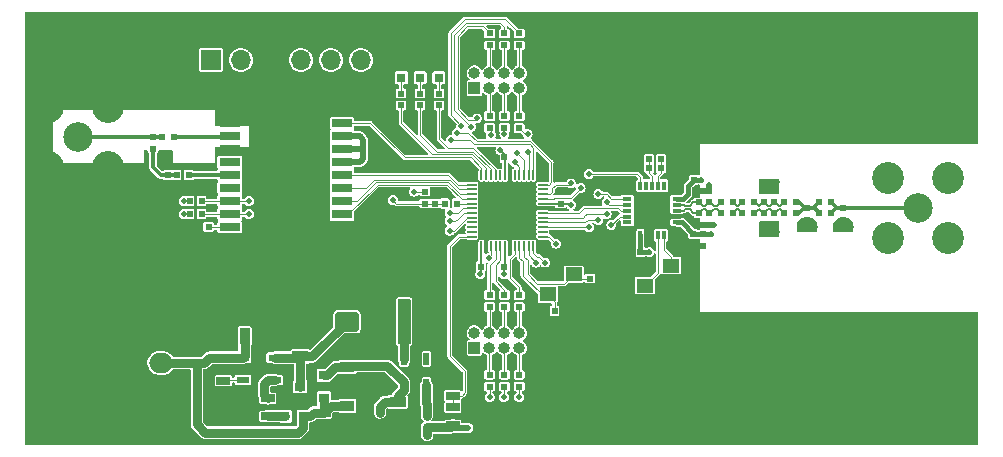
<source format=gtl>
%TF.GenerationSoftware,KiCad,Pcbnew,(6.0.7)*%
%TF.CreationDate,2022-08-15T11:29:02+02:00*%
%TF.ProjectId,atsd_tracker,61747364-5f74-4726-9163-6b65722e6b69,rev?*%
%TF.SameCoordinates,Original*%
%TF.FileFunction,Copper,L1,Top*%
%TF.FilePolarity,Positive*%
%FSLAX46Y46*%
G04 Gerber Fmt 4.6, Leading zero omitted, Abs format (unit mm)*
G04 Created by KiCad (PCBNEW (6.0.7)) date 2022-08-15 11:29:02*
%MOMM*%
%LPD*%
G01*
G04 APERTURE LIST*
G04 Aperture macros list*
%AMRoundRect*
0 Rectangle with rounded corners*
0 $1 Rounding radius*
0 $2 $3 $4 $5 $6 $7 $8 $9 X,Y pos of 4 corners*
0 Add a 4 corners polygon primitive as box body*
4,1,4,$2,$3,$4,$5,$6,$7,$8,$9,$2,$3,0*
0 Add four circle primitives for the rounded corners*
1,1,$1+$1,$2,$3*
1,1,$1+$1,$4,$5*
1,1,$1+$1,$6,$7*
1,1,$1+$1,$8,$9*
0 Add four rect primitives between the rounded corners*
20,1,$1+$1,$2,$3,$4,$5,0*
20,1,$1+$1,$4,$5,$6,$7,0*
20,1,$1+$1,$6,$7,$8,$9,0*
20,1,$1+$1,$8,$9,$2,$3,0*%
G04 Aperture macros list end*
%TA.AperFunction,SMDPad,CuDef*%
%ADD10R,0.500000X0.600000*%
%TD*%
%TA.AperFunction,SMDPad,CuDef*%
%ADD11R,0.600000X0.500000*%
%TD*%
%TA.AperFunction,SMDPad,CuDef*%
%ADD12R,1.143000X0.635000*%
%TD*%
%TA.AperFunction,SMDPad,CuDef*%
%ADD13R,0.889000X1.397000*%
%TD*%
%TA.AperFunction,SMDPad,CuDef*%
%ADD14R,1.397000X0.889000*%
%TD*%
%TA.AperFunction,ComponentPad*%
%ADD15C,3.600000*%
%TD*%
%TA.AperFunction,ComponentPad*%
%ADD16C,2.500000*%
%TD*%
%TA.AperFunction,ComponentPad*%
%ADD17C,2.700000*%
%TD*%
%TA.AperFunction,SMDPad,CuDef*%
%ADD18R,0.797560X0.797560*%
%TD*%
%TA.AperFunction,ComponentPad*%
%ADD19RoundRect,0.250000X0.750000X-0.600000X0.750000X0.600000X-0.750000X0.600000X-0.750000X-0.600000X0*%
%TD*%
%TA.AperFunction,ComponentPad*%
%ADD20O,2.000000X1.700000*%
%TD*%
%TA.AperFunction,SMDPad,CuDef*%
%ADD21RoundRect,0.050000X-0.350000X-0.050000X0.350000X-0.050000X0.350000X0.050000X-0.350000X0.050000X0*%
%TD*%
%TA.AperFunction,SMDPad,CuDef*%
%ADD22RoundRect,0.050000X0.050000X-0.350000X0.050000X0.350000X-0.050000X0.350000X-0.050000X-0.350000X0*%
%TD*%
%TA.AperFunction,SMDPad,CuDef*%
%ADD23RoundRect,0.225000X0.225000X-0.225000X0.225000X0.225000X-0.225000X0.225000X-0.225000X-0.225000X0*%
%TD*%
%TA.AperFunction,ComponentPad*%
%ADD24C,0.600000*%
%TD*%
%TA.AperFunction,SMDPad,CuDef*%
%ADD25R,4.700000X4.700000*%
%TD*%
%TA.AperFunction,SMDPad,CuDef*%
%ADD26R,1.100000X0.600000*%
%TD*%
%TA.AperFunction,SMDPad,CuDef*%
%ADD27R,1.800000X0.700000*%
%TD*%
%TA.AperFunction,SMDPad,CuDef*%
%ADD28R,1.800000X0.800000*%
%TD*%
%TA.AperFunction,SMDPad,CuDef*%
%ADD29R,1.220000X0.910000*%
%TD*%
%TA.AperFunction,ComponentPad*%
%ADD30R,1.000000X1.000000*%
%TD*%
%TA.AperFunction,ComponentPad*%
%ADD31O,1.000000X1.000000*%
%TD*%
%TA.AperFunction,ComponentPad*%
%ADD32R,1.700000X1.700000*%
%TD*%
%TA.AperFunction,ComponentPad*%
%ADD33O,1.700000X1.700000*%
%TD*%
%TA.AperFunction,SMDPad,CuDef*%
%ADD34R,1.400000X1.200000*%
%TD*%
%TA.AperFunction,SMDPad,CuDef*%
%ADD35R,0.900000X0.800000*%
%TD*%
%TA.AperFunction,SMDPad,CuDef*%
%ADD36R,0.800000X0.350000*%
%TD*%
%TA.AperFunction,SMDPad,CuDef*%
%ADD37R,0.350000X0.800000*%
%TD*%
%TA.AperFunction,SMDPad,CuDef*%
%ADD38R,1.475000X1.475000*%
%TD*%
%TA.AperFunction,ComponentPad*%
%ADD39C,0.737500*%
%TD*%
%TA.AperFunction,SMDPad,CuDef*%
%ADD40R,0.500000X1.000000*%
%TD*%
%TA.AperFunction,ViaPad*%
%ADD41C,0.500000*%
%TD*%
%TA.AperFunction,Conductor*%
%ADD42C,0.100000*%
%TD*%
%TA.AperFunction,Conductor*%
%ADD43C,0.750000*%
%TD*%
%TA.AperFunction,Conductor*%
%ADD44C,0.200000*%
%TD*%
%TA.AperFunction,Conductor*%
%ADD45C,0.500000*%
%TD*%
%TA.AperFunction,Conductor*%
%ADD46C,0.400000*%
%TD*%
%TA.AperFunction,Conductor*%
%ADD47C,0.370000*%
%TD*%
%TA.AperFunction,Conductor*%
%ADD48C,0.180000*%
%TD*%
G04 APERTURE END LIST*
D10*
%TO.P,R128,1,1*%
%TO.N,/GPS_SCL*%
X72100000Y-94300000D03*
%TO.P,R128,2,2*%
%TO.N,+3V3*%
X71100000Y-94300000D03*
%TD*%
%TO.P,R127,1,1*%
%TO.N,/GPS_SDA*%
X72100000Y-93200000D03*
%TO.P,R127,2,2*%
%TO.N,+3V3*%
X71100000Y-93200000D03*
%TD*%
D11*
%TO.P,R126,1,1*%
%TO.N,GND*%
X72700000Y-96400000D03*
%TO.P,R126,2,2*%
%TO.N,Net-(R126-Pad2)*%
X72700000Y-95400000D03*
%TD*%
D10*
%TO.P,R125,1,1*%
%TO.N,Net-(C122-Pad2)*%
X69999999Y-90999999D03*
%TO.P,R125,2,2*%
%TO.N,Net-(R125-Pad2)*%
X70999999Y-90999999D03*
%TD*%
%TO.P,R124,1,1*%
%TO.N,Net-(R124-Pad1)*%
X93700000Y-93400000D03*
%TO.P,R124,2,2*%
%TO.N,/~{MCLR}*%
X92700000Y-93400000D03*
%TD*%
D11*
%TO.P,R123,1,1*%
%TO.N,/~{MCLR}*%
X91000000Y-93400000D03*
%TO.P,R123,2,2*%
%TO.N,+3V3*%
X91000000Y-92400000D03*
%TD*%
%TO.P,R122,1,1*%
%TO.N,Net-(R122-Pad1)*%
X89000000Y-85100000D03*
%TO.P,R122,2,2*%
%TO.N,Net-(D105-PadA)*%
X89000000Y-84100000D03*
%TD*%
%TO.P,R121,1,1*%
%TO.N,Net-(R121-Pad1)*%
X90600000Y-85100000D03*
%TO.P,R121,2,2*%
%TO.N,Net-(D104-PadA)*%
X90600000Y-84100000D03*
%TD*%
%TO.P,R120,1,1*%
%TO.N,Net-(R120-Pad1)*%
X92200000Y-85100000D03*
%TO.P,R120,2,2*%
%TO.N,Net-(D103-PadA)*%
X92200000Y-84100000D03*
%TD*%
D10*
%TO.P,R119,1,1*%
%TO.N,GND*%
X90170000Y-110350000D03*
%TO.P,R119,2,2*%
%TO.N,Net-(R118-Pad2)*%
X91170000Y-110350000D03*
%TD*%
D11*
%TO.P,R118,1,1*%
%TO.N,VCC*%
X91170000Y-112350000D03*
%TO.P,R118,2,2*%
%TO.N,Net-(R118-Pad2)*%
X91170000Y-111350000D03*
%TD*%
D12*
%TO.P,R117,1,1*%
%TO.N,GND*%
X93378834Y-108150000D03*
%TO.P,R117,2,2*%
%TO.N,/BMON*%
X93378834Y-109674000D03*
%TD*%
%TO.P,R116,1,1*%
%TO.N,/BMON*%
X93378834Y-110650000D03*
%TO.P,R116,2,2*%
%TO.N,VCC*%
X93378834Y-112174000D03*
%TD*%
D11*
%TO.P,R115,1,1*%
%TO.N,/right_2*%
X99000000Y-101150000D03*
%TO.P,R115,2,2*%
%TO.N,Net-(J104-Pad8)*%
X99000000Y-102150000D03*
%TD*%
%TO.P,R114,1,1*%
%TO.N,/right_1*%
X97750000Y-101150000D03*
%TO.P,R114,2,2*%
%TO.N,Net-(J104-Pad6)*%
X97750000Y-102150000D03*
%TD*%
%TO.P,R113,1,1*%
%TO.N,/right_0*%
X96500000Y-101150000D03*
%TO.P,R113,2,2*%
%TO.N,Net-(J104-Pad4)*%
X96500000Y-102150000D03*
%TD*%
%TO.P,R112,1,1*%
%TO.N,/left_2*%
X99000000Y-79000000D03*
%TO.P,R112,2,2*%
%TO.N,Net-(J103-Pad8)*%
X99000000Y-80000000D03*
%TD*%
%TO.P,R111,1,1*%
%TO.N,/left_1*%
X97750000Y-79000000D03*
%TO.P,R111,2,2*%
%TO.N,Net-(J103-Pad6)*%
X97750000Y-80000000D03*
%TD*%
%TO.P,R110,1,1*%
%TO.N,/left_0*%
X96500000Y-79000000D03*
%TO.P,R110,2,2*%
%TO.N,Net-(J103-Pad4)*%
X96500000Y-80000000D03*
%TD*%
D12*
%TO.P,R109,1,1*%
%TO.N,+5V*%
X82445000Y-111138000D03*
%TO.P,R109,2,2*%
%TO.N,GND*%
X82445000Y-112662000D03*
%TD*%
D11*
%TO.P,R108,1,1*%
%TO.N,/right_5*%
X99000000Y-108900000D03*
%TO.P,R108,2,2*%
%TO.N,Net-(J104-Pad7)*%
X99000000Y-107900000D03*
%TD*%
%TO.P,R107,1,1*%
%TO.N,/right_4*%
X97750000Y-108900000D03*
%TO.P,R107,2,2*%
%TO.N,Net-(J104-Pad5)*%
X97750000Y-107900000D03*
%TD*%
%TO.P,R106,1,1*%
%TO.N,/right_3*%
X96500000Y-108900000D03*
%TO.P,R106,2,2*%
%TO.N,Net-(J104-Pad3)*%
X96500000Y-107900000D03*
%TD*%
%TO.P,R105,1,1*%
%TO.N,/left_5*%
X99000000Y-87000000D03*
%TO.P,R105,2,2*%
%TO.N,Net-(J103-Pad7)*%
X99000000Y-86000000D03*
%TD*%
%TO.P,R104,1,1*%
%TO.N,/left_4*%
X97750000Y-87000000D03*
%TO.P,R104,2,2*%
%TO.N,Net-(J103-Pad5)*%
X97750000Y-86000000D03*
%TD*%
%TO.P,R103,1,1*%
%TO.N,/left_3*%
X96500000Y-87000000D03*
%TO.P,R103,2,2*%
%TO.N,Net-(J103-Pad3)*%
X96500000Y-86000000D03*
%TD*%
D12*
%TO.P,R102,1,1*%
%TO.N,Net-(R102-Pad1)*%
X77695000Y-109888000D03*
%TO.P,R102,2,2*%
%TO.N,Net-(D101-PadK)*%
X77695000Y-111412000D03*
%TD*%
%TO.P,R101,1,1*%
%TO.N,GND*%
X73945000Y-109912000D03*
%TO.P,R101,2,2*%
%TO.N,Net-(R101-Pad2)*%
X73945000Y-108388000D03*
%TD*%
D10*
%TO.P,L110,1*%
%TO.N,Net-(C125-Pad1)*%
X110000000Y-90400000D03*
%TO.P,L110,2*%
%TO.N,Net-(C125-Pad2)*%
X111000000Y-90400000D03*
%TD*%
D11*
%TO.P,L109,1*%
%TO.N,GND*%
X115100000Y-92300000D03*
%TO.P,L109,2*%
%TO.N,/R0_N*%
X115100000Y-93300000D03*
%TD*%
%TO.P,L108,1*%
%TO.N,GND*%
X115100000Y-95200000D03*
%TO.P,L108,2*%
%TO.N,/R0_P*%
X115100000Y-94200000D03*
%TD*%
%TO.P,L107,1*%
%TO.N,Net-(C121-Pad2)*%
X68000000Y-87750000D03*
%TO.P,L107,2*%
%TO.N,Net-(C122-Pad2)*%
X68000000Y-88750000D03*
%TD*%
D10*
%TO.P,L106,1*%
%TO.N,/R2_N*%
X118900000Y-93300000D03*
%TO.P,L106,2*%
%TO.N,/R1_N*%
X117900000Y-93300000D03*
%TD*%
%TO.P,L105,1*%
%TO.N,/R2_P*%
X118900000Y-94200000D03*
%TO.P,L105,2*%
%TO.N,/R1_P*%
X117900000Y-94200000D03*
%TD*%
D11*
%TO.P,L104,1*%
%TO.N,GND*%
X120600000Y-92300000D03*
%TO.P,L104,2*%
%TO.N,/R2_N*%
X120600000Y-93300000D03*
%TD*%
%TO.P,L103,1*%
%TO.N,/R2_P*%
X120600000Y-94200000D03*
%TO.P,L103,2*%
%TO.N,GND*%
X120600000Y-95200000D03*
%TD*%
D10*
%TO.P,L102,1*%
%TO.N,Net-(C114-Pad1)*%
X122400000Y-94200000D03*
%TO.P,L102,2*%
%TO.N,/R2_P*%
X121400000Y-94200000D03*
%TD*%
%TO.P,L101,1*%
%TO.N,Net-(C113-Pad2)*%
X125400000Y-93300000D03*
%TO.P,L101,2*%
%TO.N,Net-(C114-Pad1)*%
X124400000Y-93300000D03*
%TD*%
%TO.P,C129,1*%
%TO.N,GND*%
X108250000Y-97500000D03*
%TO.P,C129,2*%
%TO.N,+3V3*%
X109250000Y-97500000D03*
%TD*%
D11*
%TO.P,C128,1*%
%TO.N,GND*%
X114600000Y-97000000D03*
%TO.P,C128,2*%
%TO.N,+3V3*%
X114600000Y-96000000D03*
%TD*%
%TO.P,C127,1*%
%TO.N,GND*%
X113750000Y-97000000D03*
%TO.P,C127,2*%
%TO.N,+3V3*%
X113750000Y-96000000D03*
%TD*%
%TO.P,C126,1*%
%TO.N,GND*%
X113800000Y-90400000D03*
%TO.P,C126,2*%
%TO.N,+3V3*%
X113800000Y-91400000D03*
%TD*%
D10*
%TO.P,C125,1*%
%TO.N,Net-(C125-Pad1)*%
X110000000Y-89650000D03*
%TO.P,C125,2*%
%TO.N,Net-(C125-Pad2)*%
X111000000Y-89650000D03*
%TD*%
D11*
%TO.P,C124,1*%
%TO.N,GND*%
X114200000Y-92300000D03*
%TO.P,C124,2*%
%TO.N,/R0_N*%
X114200000Y-93300000D03*
%TD*%
%TO.P,C123,1*%
%TO.N,GND*%
X114200000Y-95200000D03*
%TO.P,C123,2*%
%TO.N,/R0_P*%
X114200000Y-94200000D03*
%TD*%
%TO.P,C122,1*%
%TO.N,GND*%
X69250000Y-90000000D03*
%TO.P,C122,2*%
%TO.N,Net-(C122-Pad2)*%
X69250000Y-91000000D03*
%TD*%
D10*
%TO.P,C121,1*%
%TO.N,Net-(C121-Pad1)*%
X69750000Y-87750000D03*
%TO.P,C121,2*%
%TO.N,Net-(C121-Pad2)*%
X68750000Y-87750000D03*
%TD*%
%TO.P,C120,1*%
%TO.N,/R0_N*%
X116100000Y-93300000D03*
%TO.P,C120,2*%
%TO.N,/R1_N*%
X117100000Y-93300000D03*
%TD*%
%TO.P,C119,1*%
%TO.N,/R0_P*%
X116100000Y-94200000D03*
%TO.P,C119,2*%
%TO.N,/R1_P*%
X117100000Y-94200000D03*
%TD*%
D11*
%TO.P,C118,1*%
%TO.N,GND*%
X119700000Y-92300000D03*
%TO.P,C118,2*%
%TO.N,/R2_N*%
X119700000Y-93300000D03*
%TD*%
%TO.P,C117,1*%
%TO.N,GND*%
X119700000Y-95200000D03*
%TO.P,C117,2*%
%TO.N,/R2_P*%
X119700000Y-94200000D03*
%TD*%
D10*
%TO.P,C116,1*%
%TO.N,/R2_N*%
X121400000Y-93300000D03*
%TO.P,C116,2*%
%TO.N,Net-(C114-Pad1)*%
X122400000Y-93300000D03*
%TD*%
D11*
%TO.P,C115,1*%
%TO.N,GND*%
X123400000Y-94800000D03*
%TO.P,C115,2*%
%TO.N,Net-(C114-Pad1)*%
X123400000Y-93800000D03*
%TD*%
D10*
%TO.P,C114,1*%
%TO.N,Net-(C114-Pad1)*%
X124400000Y-94200000D03*
%TO.P,C114,2*%
%TO.N,Net-(C113-Pad2)*%
X125400000Y-94200000D03*
%TD*%
D11*
%TO.P,C113,1*%
%TO.N,GND*%
X126400000Y-94800000D03*
%TO.P,C113,2*%
%TO.N,Net-(C113-Pad2)*%
X126400000Y-93800000D03*
%TD*%
D10*
%TO.P,C112,1*%
%TO.N,GND*%
X94750000Y-98750000D03*
%TO.P,C112,2*%
%TO.N,+3V3*%
X95750000Y-98750000D03*
%TD*%
D11*
%TO.P,C111,1*%
%TO.N,GND*%
X102500000Y-92400000D03*
%TO.P,C111,2*%
%TO.N,+3V3*%
X102500000Y-93400000D03*
%TD*%
D10*
%TO.P,C110,1*%
%TO.N,GND*%
X98750000Y-98750000D03*
%TO.P,C110,2*%
%TO.N,+3V3*%
X97750000Y-98750000D03*
%TD*%
%TO.P,C109,1*%
%TO.N,GND*%
X96750000Y-89500000D03*
%TO.P,C109,2*%
%TO.N,+3V3*%
X97750000Y-89500000D03*
%TD*%
D11*
%TO.P,C108,1*%
%TO.N,GND*%
X91900000Y-94400000D03*
%TO.P,C108,2*%
%TO.N,/~{MCLR}*%
X91900000Y-93400000D03*
%TD*%
D10*
%TO.P,C107,1*%
%TO.N,Net-(C107-Pad1)*%
X102000000Y-102500000D03*
%TO.P,C107,2*%
%TO.N,GND*%
X103000000Y-102500000D03*
%TD*%
D11*
%TO.P,C106,1*%
%TO.N,Net-(C106-Pad1)*%
X105000000Y-99750000D03*
%TO.P,C106,2*%
%TO.N,GND*%
X105000000Y-100750000D03*
%TD*%
D13*
%TO.P,C105,1*%
%TO.N,GND*%
X91147500Y-104650000D03*
%TO.P,C105,2*%
%TO.N,+3V3*%
X89242500Y-104650000D03*
%TD*%
D14*
%TO.P,C104,1*%
%TO.N,GND*%
X88695000Y-112102500D03*
%TO.P,C104,2*%
%TO.N,VCC*%
X88695000Y-110197500D03*
%TD*%
D12*
%TO.P,C103,1*%
%TO.N,GND*%
X86445000Y-108662000D03*
%TO.P,C103,2*%
%TO.N,VCC*%
X86445000Y-107138000D03*
%TD*%
D14*
%TO.P,C102,1*%
%TO.N,GND*%
X80445000Y-104447500D03*
%TO.P,C102,2*%
%TO.N,Net-(C102-Pad2)*%
X80445000Y-106352500D03*
%TD*%
D13*
%TO.P,C101,1*%
%TO.N,GND*%
X77647500Y-104650000D03*
%TO.P,C101,2*%
%TO.N,+5V*%
X75742500Y-104650000D03*
%TD*%
D15*
%TO.P,TP103,1,1*%
%TO.N,GND*%
X134000000Y-110000000D03*
%TD*%
D16*
%TO.P,J105,1,sig*%
%TO.N,Net-(C113-Pad2)*%
X132800000Y-93800000D03*
D17*
%TO.P,J105,2*%
%TO.N,GND*%
X130260000Y-96340000D03*
X135340000Y-91260000D03*
X130260000Y-91260000D03*
X135340000Y-96340000D03*
%TD*%
D18*
%TO.P,D101,A,A*%
%TO.N,+5V*%
X80694300Y-111400000D03*
%TO.P,D101,K,K*%
%TO.N,Net-(D101-PadK)*%
X79195700Y-111400000D03*
%TD*%
D19*
%TO.P,J101,1,Pin_1*%
%TO.N,GND*%
X68670000Y-109400000D03*
D20*
%TO.P,J101,2,Pin_2*%
%TO.N,+5V*%
X68670000Y-106900000D03*
%TD*%
D21*
%TO.P,U103,1,RB14*%
%TO.N,/GPS_WAKE*%
X95000000Y-91800000D03*
%TO.P,U103,2,RB15*%
%TO.N,/GPS_PPS*%
X95000000Y-92200000D03*
%TO.P,U103,3,RC12*%
%TO.N,/GPS_RXD*%
X95000000Y-92600000D03*
%TO.P,U103,4,RC13*%
%TO.N,/GPS_TXD*%
X95000000Y-93000000D03*
%TO.P,U103,5,~{MCLR}*%
%TO.N,Net-(R124-Pad1)*%
X95000000Y-93400000D03*
%TO.P,U103,6,RD13*%
%TO.N,/left_0*%
X95000000Y-93800000D03*
%TO.P,U103,7,RC0*%
%TO.N,/left_1*%
X95000000Y-94200000D03*
%TO.P,U103,8,RA0*%
%TO.N,/left_2*%
X95000000Y-94600000D03*
%TO.P,U103,9,RA1*%
%TO.N,unconnected-(U103-Pad9)*%
X95000000Y-95000000D03*
%TO.P,U103,10,RA2*%
%TO.N,unconnected-(U103-Pad10)*%
X95000000Y-95400000D03*
%TO.P,U103,11,RA3*%
%TO.N,unconnected-(U103-Pad11)*%
X95000000Y-95800000D03*
%TO.P,U103,12,RA4*%
%TO.N,/BMON*%
X95000000Y-96200000D03*
D22*
%TO.P,U103,13,AVdd*%
%TO.N,+3V3*%
X95800000Y-97000000D03*
%TO.P,U103,14,AVss*%
%TO.N,GND*%
X96200000Y-97000000D03*
%TO.P,U103,15,RC1*%
%TO.N,/RF_IRQ*%
X96600000Y-97000000D03*
%TO.P,U103,16,RC2*%
%TO.N,/right_0*%
X97000000Y-97000000D03*
%TO.P,U103,17,RC6*%
%TO.N,/right_1*%
X97400000Y-97000000D03*
%TO.P,U103,18,Vdd*%
%TO.N,+3V3*%
X97800000Y-97000000D03*
%TO.P,U103,19,Vss*%
%TO.N,GND*%
X98200000Y-97000000D03*
%TO.P,U103,20,RC3*%
%TO.N,/right_2*%
X98600000Y-97000000D03*
%TO.P,U103,21,RB0*%
%TO.N,Net-(C107-Pad1)*%
X99000000Y-97000000D03*
%TO.P,U103,22,RB1*%
%TO.N,Net-(C106-Pad1)*%
X99400000Y-97000000D03*
%TO.P,U103,23,RD10*%
%TO.N,/right_3*%
X99800000Y-97000000D03*
%TO.P,U103,24,RC7*%
%TO.N,/right_4*%
X100200000Y-97000000D03*
D21*
%TO.P,U103,25,RB2*%
%TO.N,/right_5*%
X101000000Y-96200000D03*
%TO.P,U103,26,RB3*%
%TO.N,unconnected-(U103-Pad26)*%
X101000000Y-95800000D03*
%TO.P,U103,27,RB4*%
%TO.N,/~{RF_CS}*%
X101000000Y-95400000D03*
%TO.P,U103,28,RC8*%
%TO.N,/RF_CLK*%
X101000000Y-95000000D03*
%TO.P,U103,29,RC9*%
%TO.N,/RF_MISO*%
X101000000Y-94600000D03*
%TO.P,U103,30,RD8*%
%TO.N,/RF_MOSI*%
X101000000Y-94200000D03*
%TO.P,U103,31,Vss*%
%TO.N,GND*%
X101000000Y-93800000D03*
%TO.P,U103,32,Vdd*%
%TO.N,+3V3*%
X101000000Y-93400000D03*
%TO.P,U103,33,RB5*%
%TO.N,/PGD*%
X101000000Y-93000000D03*
%TO.P,U103,34,RB6*%
%TO.N,/PGC*%
X101000000Y-92600000D03*
%TO.P,U103,35,RB7*%
%TO.N,unconnected-(U103-Pad35)*%
X101000000Y-92200000D03*
%TO.P,U103,36,RB8*%
%TO.N,/GPS_SCL*%
X101000000Y-91800000D03*
D22*
%TO.P,U103,37,RB9*%
%TO.N,/GPS_SDA*%
X100200000Y-91000000D03*
%TO.P,U103,38,RC4*%
%TO.N,/left_5*%
X99800000Y-91000000D03*
%TO.P,U103,39,RC5*%
%TO.N,/left_4*%
X99400000Y-91000000D03*
%TO.P,U103,40,RC10*%
%TO.N,/left_3*%
X99000000Y-91000000D03*
%TO.P,U103,41,RC11*%
%TO.N,unconnected-(U103-Pad41)*%
X98600000Y-91000000D03*
%TO.P,U103,42,Vss*%
%TO.N,GND*%
X98200000Y-91000000D03*
%TO.P,U103,43,Vdd*%
%TO.N,+3V3*%
X97800000Y-91000000D03*
%TO.P,U103,44,RD1*%
%TO.N,unconnected-(U103-Pad44)*%
X97400000Y-91000000D03*
%TO.P,U103,45,RB10*%
%TO.N,Net-(R120-Pad1)*%
X97000000Y-91000000D03*
%TO.P,U103,46,RB11*%
%TO.N,Net-(R121-Pad1)*%
X96600000Y-91000000D03*
%TO.P,U103,47,RB12*%
%TO.N,Net-(R122-Pad1)*%
X96200000Y-91000000D03*
%TO.P,U103,48,RB13*%
%TO.N,/GPS_~{RST}*%
X95800000Y-91000000D03*
D23*
%TO.P,U103,49,PAD*%
%TO.N,GND*%
X95050000Y-91050000D03*
D24*
X98000000Y-96000000D03*
D25*
X98000000Y-94000000D03*
D24*
X98000000Y-92000000D03*
X96000000Y-94000000D03*
X98000000Y-94000000D03*
X96000000Y-96000000D03*
X100000000Y-94000000D03*
X96000000Y-92000000D03*
D23*
X100950000Y-96950000D03*
X95050000Y-96950000D03*
D24*
X100000000Y-96000000D03*
D23*
X100950000Y-91050000D03*
D24*
X100000000Y-92000000D03*
%TD*%
D18*
%TO.P,D103,A,A*%
%TO.N,Net-(D103-PadA)*%
X92200000Y-82749300D03*
%TO.P,D103,K,K*%
%TO.N,GND*%
X92200000Y-81250700D03*
%TD*%
D16*
%TO.P,J106,1,sig*%
%TO.N,Net-(C121-Pad2)*%
X61642500Y-87750000D03*
D17*
%TO.P,J106,2*%
%TO.N,GND*%
X59102500Y-85210000D03*
X64182500Y-90290000D03*
X59102500Y-90290000D03*
X64182500Y-85210000D03*
%TD*%
D18*
%TO.P,D104,A,A*%
%TO.N,Net-(D104-PadA)*%
X90600000Y-82749300D03*
%TO.P,D104,K,K*%
%TO.N,GND*%
X90600000Y-81250700D03*
%TD*%
D15*
%TO.P,TP101,1,1*%
%TO.N,GND*%
X134000000Y-81000000D03*
%TD*%
D18*
%TO.P,D105,A,A*%
%TO.N,Net-(D105-PadA)*%
X89000000Y-82749300D03*
%TO.P,D105,K,K*%
%TO.N,GND*%
X89000000Y-81250700D03*
%TD*%
D26*
%TO.P,U101,1,STAT*%
%TO.N,Net-(R102-Pad1)*%
X78295000Y-108350000D03*
%TO.P,U101,2,Vss*%
%TO.N,GND*%
X78295000Y-107400000D03*
%TO.P,U101,3,Vbat*%
%TO.N,Net-(C102-Pad2)*%
X78295000Y-106450000D03*
%TO.P,U101,4,Vdd*%
%TO.N,+5V*%
X75595000Y-106450000D03*
%TO.P,U101,5,PROG*%
%TO.N,Net-(R101-Pad2)*%
X75595000Y-108350000D03*
%TD*%
D27*
%TO.P,U105,1,GND*%
%TO.N,GND*%
X84000000Y-95400000D03*
D28*
%TO.P,U105,2,TXD*%
%TO.N,/GPS_TXD*%
X84000000Y-94300000D03*
%TO.P,U105,3,RXD*%
%TO.N,/GPS_RXD*%
X84000000Y-93200000D03*
%TO.P,U105,4,PPS*%
%TO.N,/GPS_PPS*%
X84000000Y-92100000D03*
%TO.P,U105,5,EXTINT*%
%TO.N,/GPS_WAKE*%
X84000000Y-91000000D03*
%TO.P,U105,6,VBKP*%
%TO.N,+3V3*%
X84000000Y-89900000D03*
%TO.P,U105,7,VCCIO*%
X84000000Y-88800000D03*
%TO.P,U105,8,VCC*%
X84000000Y-87700000D03*
D27*
%TO.P,U105,9,~{RST}*%
%TO.N,/GPS_~{RST}*%
X84000000Y-86600000D03*
%TO.P,U105,10,GND*%
%TO.N,GND*%
X74500000Y-86600000D03*
D28*
%TO.P,U105,11,RF_IN*%
%TO.N,Net-(C121-Pad1)*%
X74500000Y-87700000D03*
%TO.P,U105,12,GND*%
%TO.N,GND*%
X74500000Y-88800000D03*
%TO.P,U105,13,LNA_EN/RES*%
%TO.N,unconnected-(U105-Pad13)*%
X74500000Y-89900000D03*
%TO.P,U105,14,VCC_RF*%
%TO.N,Net-(R125-Pad2)*%
X74500000Y-91000000D03*
%TO.P,U105,15,V_ANT/RES*%
%TO.N,unconnected-(U105-Pad15)*%
X74500000Y-92100000D03*
%TO.P,U105,16,SDA*%
%TO.N,/GPS_SDA*%
X74500000Y-93200000D03*
%TO.P,U105,17,SCL*%
%TO.N,/GPS_SCL*%
X74500000Y-94300000D03*
D27*
%TO.P,U105,18,~{SFBOOT}*%
%TO.N,Net-(R126-Pad2)*%
X74500000Y-95400000D03*
%TD*%
D29*
%TO.P,D102,A,A*%
%TO.N,+5V*%
X84445000Y-110535000D03*
%TO.P,D102,K,K*%
%TO.N,VCC*%
X84445000Y-107265000D03*
%TD*%
D30*
%TO.P,J103,1,Pin_1*%
%TO.N,+3V3*%
X95200000Y-83625000D03*
D31*
%TO.P,J103,2,Pin_2*%
%TO.N,VCC*%
X95200000Y-82355000D03*
%TO.P,J103,3,Pin_3*%
%TO.N,Net-(J103-Pad3)*%
X96470000Y-83625000D03*
%TO.P,J103,4,Pin_4*%
%TO.N,Net-(J103-Pad4)*%
X96470000Y-82355000D03*
%TO.P,J103,5,Pin_5*%
%TO.N,Net-(J103-Pad5)*%
X97740000Y-83625000D03*
%TO.P,J103,6,Pin_6*%
%TO.N,Net-(J103-Pad6)*%
X97740000Y-82355000D03*
%TO.P,J103,7,Pin_7*%
%TO.N,Net-(J103-Pad7)*%
X99010000Y-83625000D03*
%TO.P,J103,8,Pin_8*%
%TO.N,Net-(J103-Pad8)*%
X99010000Y-82355000D03*
%TO.P,J103,9,Pin_9*%
%TO.N,GND*%
X100280000Y-83625000D03*
%TO.P,J103,10,Pin_10*%
X100280000Y-82355000D03*
%TD*%
D19*
%TO.P,J102,1,Pin_1*%
%TO.N,Net-(C102-Pad2)*%
X84420000Y-103400000D03*
D20*
%TO.P,J102,2,Pin_2*%
%TO.N,GND*%
X84420000Y-100900000D03*
%TD*%
D15*
%TO.P,TP104,1,1*%
%TO.N,GND*%
X61000000Y-110000000D03*
%TD*%
D32*
%TO.P,J107,1,Pin_1*%
%TO.N,/~{MCLR}*%
X72900000Y-81250000D03*
D33*
%TO.P,J107,2,Pin_2*%
%TO.N,+3V3*%
X75440000Y-81250000D03*
%TO.P,J107,3,Pin_3*%
%TO.N,GND*%
X77980000Y-81250000D03*
%TO.P,J107,4,Pin_4*%
%TO.N,/PGD*%
X80520000Y-81250000D03*
%TO.P,J107,5,Pin_5*%
%TO.N,/PGC*%
X83060000Y-81250000D03*
%TO.P,J107,6,Pin_6*%
%TO.N,unconnected-(J107-Pad6)*%
X85600000Y-81250000D03*
%TD*%
D34*
%TO.P,X101,1*%
%TO.N,Net-(C106-Pad1)*%
X103600000Y-99400000D03*
%TO.P,X101,2*%
%TO.N,GND*%
X101400000Y-99400000D03*
%TO.P,X101,3*%
%TO.N,Net-(C107-Pad1)*%
X101400000Y-101100000D03*
%TO.P,X101,4*%
%TO.N,GND*%
X103600000Y-101100000D03*
%TD*%
D30*
%TO.P,J104,1,Pin_1*%
%TO.N,+3V3*%
X95200000Y-105625000D03*
D31*
%TO.P,J104,2,Pin_2*%
%TO.N,VCC*%
X95200000Y-104355000D03*
%TO.P,J104,3,Pin_3*%
%TO.N,Net-(J104-Pad3)*%
X96470000Y-105625000D03*
%TO.P,J104,4,Pin_4*%
%TO.N,Net-(J104-Pad4)*%
X96470000Y-104355000D03*
%TO.P,J104,5,Pin_5*%
%TO.N,Net-(J104-Pad5)*%
X97740000Y-105625000D03*
%TO.P,J104,6,Pin_6*%
%TO.N,Net-(J104-Pad6)*%
X97740000Y-104355000D03*
%TO.P,J104,7,Pin_7*%
%TO.N,Net-(J104-Pad7)*%
X99010000Y-105625000D03*
%TO.P,J104,8,Pin_8*%
%TO.N,Net-(J104-Pad8)*%
X99010000Y-104355000D03*
%TO.P,J104,9,Pin_9*%
%TO.N,GND*%
X100280000Y-105625000D03*
%TO.P,J104,10,Pin_10*%
X100280000Y-104355000D03*
%TD*%
D35*
%TO.P,Q101,1,G*%
%TO.N,+5V*%
X82445000Y-109850000D03*
%TO.P,Q101,2,S*%
%TO.N,VCC*%
X82445000Y-107950000D03*
%TO.P,Q101,3,D*%
%TO.N,Net-(C102-Pad2)*%
X80445000Y-108900000D03*
%TD*%
D15*
%TO.P,TP102,1,1*%
%TO.N,GND*%
X61000000Y-81000000D03*
%TD*%
D36*
%TO.P,U106,1,VDD_ANA*%
%TO.N,+3V3*%
X112350000Y-95000000D03*
%TO.P,U106,2,GND*%
%TO.N,GND*%
X112350000Y-94500000D03*
%TO.P,U106,3,ANTP*%
%TO.N,/R0_P*%
X112350000Y-94000000D03*
%TO.P,U106,4,ANTN*%
%TO.N,/R0_N*%
X112350000Y-93500000D03*
%TO.P,U106,5,VDD_ANA*%
%TO.N,+3V3*%
X112350000Y-93000000D03*
D37*
%TO.P,U106,6,FILT*%
%TO.N,unconnected-(U106-Pad6)*%
X111250000Y-91900000D03*
%TO.P,U106,7,L2*%
%TO.N,Net-(C125-Pad2)*%
X110750000Y-91900000D03*
%TO.P,U106,8,L1*%
%TO.N,Net-(C125-Pad1)*%
X110250000Y-91900000D03*
%TO.P,U106,9,SYSCLK*%
%TO.N,/RF_SYSCLK*%
X109750000Y-91900000D03*
%TO.P,U106,10,~{SEL}*%
%TO.N,/~{RF_CS}*%
X109250000Y-91900000D03*
D36*
%TO.P,U106,11,CLK*%
%TO.N,/RF_CLK*%
X108150000Y-93000000D03*
%TO.P,U106,12,MISO*%
%TO.N,/RF_MISO*%
X108150000Y-93500000D03*
%TO.P,U106,13,MOSI*%
%TO.N,/RF_MOSI*%
X108150000Y-94000000D03*
%TO.P,U106,14,IRQ*%
%TO.N,/RF_IRQ*%
X108150000Y-94500000D03*
%TO.P,U106,15,TCXO_EN*%
%TO.N,unconnected-(U106-Pad15)*%
X108150000Y-95000000D03*
D37*
%TO.P,U106,16,VDD_IO*%
%TO.N,+3V3*%
X109250000Y-96100000D03*
%TO.P,U106,17,GPADC1*%
%TO.N,GND*%
X109750000Y-96100000D03*
%TO.P,U106,18,GPADC2*%
X110250000Y-96100000D03*
%TO.P,U106,19,CLK16N*%
%TO.N,Net-(U106-Pad19)*%
X110750000Y-96100000D03*
%TO.P,U106,20,CLK16P*%
%TO.N,Net-(U106-Pad20)*%
X111250000Y-96100000D03*
D38*
%TO.P,U106,21,PAD*%
%TO.N,GND*%
X110987500Y-94737500D03*
D39*
X109512500Y-93262500D03*
X109512500Y-94737500D03*
D38*
X109512500Y-94737500D03*
X110987500Y-93262500D03*
X109512500Y-93262500D03*
D39*
X110987500Y-94737500D03*
X110987500Y-93262500D03*
%TD*%
D34*
%TO.P,X102,1*%
%TO.N,Net-(U106-Pad20)*%
X111850000Y-98650000D03*
%TO.P,X102,2*%
%TO.N,GND*%
X109650000Y-98650000D03*
%TO.P,X102,3*%
%TO.N,Net-(U106-Pad19)*%
X109650000Y-100350000D03*
%TO.P,X102,4*%
%TO.N,GND*%
X111850000Y-100350000D03*
%TD*%
D40*
%TO.P,U102,1,Vin*%
%TO.N,VCC*%
X89245000Y-108750000D03*
%TO.P,U102,2,Vss*%
%TO.N,GND*%
X90195000Y-108750000D03*
%TO.P,U102,3,CE*%
%TO.N,Net-(R118-Pad2)*%
X91145000Y-108750000D03*
%TO.P,U102,4,NC*%
%TO.N,unconnected-(U102-Pad4)*%
X91145000Y-106550000D03*
%TO.P,U102,5,Vout*%
%TO.N,+3V3*%
X89245000Y-106550000D03*
%TD*%
D41*
%TO.N,GND*%
X86620000Y-85100000D03*
X84080000Y-85100000D03*
X81540000Y-85100000D03*
X79000000Y-85100000D03*
X76460000Y-85100000D03*
X73920000Y-85100000D03*
X71380000Y-85100000D03*
X68840000Y-85100000D03*
X66300000Y-85100000D03*
X131440000Y-112500000D03*
X128900000Y-112500000D03*
X126360000Y-112500000D03*
X123820000Y-112500000D03*
X121280000Y-112500000D03*
X118740000Y-112500000D03*
X116200000Y-112500000D03*
X113660000Y-112500000D03*
X111120000Y-112500000D03*
X108580000Y-112500000D03*
X106040000Y-112500000D03*
X65300000Y-82379999D03*
X65300000Y-79839998D03*
X68100000Y-79859999D03*
X68100000Y-82400000D03*
X69400000Y-103319999D03*
X69400000Y-100779999D03*
X69400000Y-98239998D03*
X72200000Y-98259999D03*
X72200000Y-100800000D03*
X72200000Y-103340000D03*
X66500000Y-101240000D03*
X63700000Y-96139998D03*
X66500000Y-96159999D03*
X66500000Y-98700000D03*
X63700000Y-101219999D03*
X63700000Y-98679999D03*
X79000000Y-101400000D03*
X79000000Y-96320000D03*
X79000000Y-98860000D03*
X76460000Y-101400000D03*
X76460000Y-98860000D03*
X76460000Y-96320000D03*
X81000000Y-92200000D03*
X78460000Y-89660000D03*
X81000000Y-89660000D03*
X78460000Y-92200000D03*
X81000000Y-87120000D03*
X78460000Y-87120000D03*
X60800000Y-95100000D03*
X60800000Y-100180001D03*
X60800000Y-97640001D03*
X58000000Y-112860000D03*
X58000000Y-102700000D03*
X58000000Y-107780001D03*
X58000000Y-92540000D03*
X58000000Y-95079999D03*
X58000000Y-110320000D03*
X58000000Y-105240000D03*
X58000000Y-100160000D03*
X58000000Y-97620000D03*
X76320000Y-77800000D03*
X78860000Y-77800000D03*
X71240000Y-77800000D03*
X73780000Y-77800000D03*
X81400000Y-77800000D03*
X68700000Y-77800000D03*
X66160000Y-77800000D03*
X63620000Y-77800000D03*
X61080000Y-77800000D03*
X58540000Y-77800000D03*
X137000000Y-104920000D03*
X137000000Y-112540000D03*
X137000000Y-110000000D03*
X137000000Y-107460000D03*
X103500000Y-104880000D03*
X103500000Y-109960000D03*
X103500000Y-112500000D03*
X103500000Y-107420000D03*
X128360000Y-85620000D03*
X125820000Y-85620000D03*
X123280000Y-85620000D03*
X120740000Y-85620000D03*
X118200000Y-85620000D03*
X115660000Y-85620000D03*
X113120000Y-85620000D03*
X110580000Y-85620000D03*
X108040000Y-85620000D03*
X105500000Y-85620000D03*
X128360000Y-83080000D03*
X125820000Y-83080000D03*
X123280000Y-83080000D03*
X120740000Y-83080000D03*
X118200000Y-83080000D03*
X115660000Y-83080000D03*
X113120000Y-83080000D03*
X110580000Y-83080000D03*
X108040000Y-83080000D03*
X105500000Y-83080000D03*
X128360000Y-80540000D03*
X125820000Y-80540000D03*
X123280000Y-80540000D03*
X120740000Y-80540000D03*
X118200000Y-80540000D03*
X115660000Y-80540000D03*
X113120000Y-80540000D03*
X110580000Y-80540000D03*
X108040000Y-80540000D03*
X105500000Y-80540000D03*
X128360000Y-78000000D03*
X125820000Y-78000000D03*
X123280000Y-78000000D03*
X120740000Y-78000000D03*
X118200000Y-78000000D03*
X115660000Y-78000000D03*
X113120000Y-78000000D03*
X110580000Y-78000000D03*
X108040000Y-78000000D03*
X105500000Y-78000000D03*
X112300000Y-89000000D03*
X112300000Y-90200000D03*
X112300000Y-91300000D03*
X105600000Y-91800000D03*
X106700000Y-91800000D03*
X106300000Y-97600000D03*
X105100000Y-97600000D03*
X103900000Y-97600000D03*
X103400000Y-96800000D03*
X104500000Y-96800000D03*
X105600000Y-96800000D03*
X106800000Y-96800000D03*
X107900000Y-96300000D03*
X112400000Y-96300000D03*
X136760000Y-87800000D03*
X134220000Y-87800000D03*
X131680000Y-87800000D03*
X129140000Y-87800000D03*
X126600000Y-87800000D03*
X124060000Y-87800000D03*
X121520000Y-87800000D03*
X118980000Y-87800000D03*
X116440000Y-87800000D03*
X113900000Y-87800000D03*
X136760000Y-103000000D03*
X134220000Y-103000000D03*
X131680000Y-103000000D03*
X129140000Y-103000000D03*
X126600000Y-103000000D03*
X124060000Y-103000000D03*
X121520000Y-103000000D03*
X118980000Y-103000000D03*
X116440000Y-103000000D03*
X113900000Y-103000000D03*
%TO.N,+3V3*%
X97400000Y-88900000D03*
%TO.N,GND*%
X98700000Y-99300000D03*
%TO.N,+3V3*%
X95700000Y-99400000D03*
X97700000Y-99400000D03*
%TO.N,GND*%
X103100000Y-92300000D03*
%TO.N,+3V3*%
X103400000Y-93500000D03*
%TO.N,GND*%
X97200000Y-90100000D03*
X96200000Y-89000000D03*
%TO.N,VCC*%
X87200000Y-111100000D03*
X91200000Y-113000000D03*
X94700000Y-112400000D03*
%TO.N,GND*%
X127100000Y-95400000D03*
X126500000Y-95400000D03*
X125900000Y-95400000D03*
X124000000Y-95400000D03*
X123400000Y-95400000D03*
X122800000Y-95400000D03*
X120800000Y-91600000D03*
X120200000Y-91600000D03*
X119600000Y-91600000D03*
X120200000Y-95800000D03*
X120800000Y-95800000D03*
X119600000Y-95800000D03*
X113800000Y-89700000D03*
X115500000Y-95200000D03*
X115100000Y-91800000D03*
%TO.N,+3V3*%
X110000000Y-97500000D03*
%TO.N,GND*%
X92300000Y-106900000D03*
X95100000Y-107100000D03*
X95100000Y-108000000D03*
X92300000Y-108100000D03*
X92200000Y-104100000D03*
X92200000Y-105200000D03*
X90200000Y-107700000D03*
X90200000Y-111000000D03*
X90200000Y-109600000D03*
X89400000Y-113100000D03*
X88100000Y-113100000D03*
X87000000Y-109500000D03*
X85900000Y-109500000D03*
X83700000Y-112700000D03*
X83000000Y-113400000D03*
X81900000Y-113400000D03*
X80500000Y-102900000D03*
X81000000Y-103400000D03*
X79900000Y-103400000D03*
X79200000Y-104600000D03*
X78700000Y-105200000D03*
X78700000Y-104000000D03*
X79400000Y-108400000D03*
X79400000Y-107400000D03*
X77100000Y-107400000D03*
X74400000Y-110800000D03*
X73500000Y-110800000D03*
X92200000Y-80300000D03*
X90600000Y-80300000D03*
X89000000Y-80300000D03*
X113800000Y-97700000D03*
X102700000Y-98200000D03*
X105000000Y-101400000D03*
X105000000Y-102500000D03*
X103700000Y-102500000D03*
X113000000Y-100400000D03*
X113000000Y-101500000D03*
X111800000Y-101500000D03*
X107500000Y-98600000D03*
X107500000Y-97500000D03*
X108500000Y-98600000D03*
X84000000Y-96400000D03*
X85400000Y-95400000D03*
X82700000Y-95400000D03*
X73600000Y-97100000D03*
X71900000Y-97100000D03*
X72700000Y-97100000D03*
X75900000Y-86400000D03*
X75900000Y-89000000D03*
X69300000Y-89300000D03*
%TO.N,+3V3*%
X90100000Y-92400000D03*
X85800000Y-89600000D03*
X85800000Y-88000000D03*
X85800000Y-88800000D03*
X70600000Y-94300000D03*
X70600000Y-93200000D03*
X89200000Y-102100000D03*
X89200000Y-102800000D03*
X89200000Y-103500000D03*
%TO.N,/left_5*%
X99700000Y-87500000D03*
X99700000Y-89000000D03*
%TO.N,/left_4*%
X97750000Y-87500500D03*
X98800000Y-89100000D03*
%TO.N,/left_3*%
X96600000Y-87600000D03*
X98600000Y-89900000D03*
%TO.N,/left_2*%
X93100000Y-95700000D03*
X94100000Y-86800000D03*
%TO.N,/~{MCLR}*%
X88300000Y-93100000D03*
%TO.N,+3V3*%
X114400000Y-91400000D03*
X115200000Y-96000000D03*
%TO.N,/PGD*%
X104200000Y-92100000D03*
%TO.N,/PGC*%
X103400000Y-91700000D03*
%TO.N,/~{RF_CS}*%
X104900000Y-90900000D03*
X104900000Y-95400000D03*
%TO.N,/RF_CLK*%
X105700000Y-92600000D03*
X105700000Y-94800000D03*
%TO.N,/RF_MISO*%
X106400000Y-93300000D03*
X106400000Y-94300000D03*
%TO.N,/RF_IRQ*%
X106800000Y-95200000D03*
X96400000Y-98000000D03*
%TO.N,/GPS_SDA*%
X93200000Y-88000000D03*
X76100000Y-93200000D03*
%TO.N,/GPS_SCL*%
X76100000Y-94300000D03*
X93700000Y-87400000D03*
%TO.N,/left_0*%
X95400000Y-86200000D03*
X93100000Y-94200000D03*
%TO.N,/left_1*%
X94900000Y-86900000D03*
X93100000Y-94900000D03*
%TO.N,/right_3*%
X96500000Y-109800000D03*
X100400000Y-98400000D03*
%TO.N,/right_4*%
X97700000Y-109800000D03*
X101200000Y-98400000D03*
%TO.N,/right_5*%
X99000000Y-109800000D03*
X102100000Y-96800000D03*
%TD*%
D42*
%TO.N,Net-(C107-Pad1)*%
X100900000Y-101100000D02*
X101400000Y-101100000D01*
X99300000Y-98300000D02*
X99300000Y-99500000D01*
X99000000Y-98000000D02*
X99300000Y-98300000D01*
X99000000Y-97000000D02*
X99000000Y-98000000D01*
X99300000Y-99500000D02*
X100900000Y-101100000D01*
%TO.N,Net-(U106-Pad20)*%
X111850000Y-97950000D02*
X111850000Y-98650000D01*
X111250000Y-97350000D02*
X111850000Y-97950000D01*
X111250000Y-96100000D02*
X111250000Y-97350000D01*
D43*
%TO.N,VCC*%
X89245000Y-108545000D02*
X89245000Y-108750000D01*
X86445000Y-107138000D02*
X87838000Y-107138000D01*
X87838000Y-107138000D02*
X89245000Y-108545000D01*
D42*
%TO.N,/BMON*%
X93900000Y-96200000D02*
X95000000Y-96200000D01*
X93100000Y-97000000D02*
X93900000Y-96200000D01*
X93100000Y-106300000D02*
X93100000Y-97000000D01*
X94400000Y-107600000D02*
X93100000Y-106300000D01*
X94400000Y-109400000D02*
X94400000Y-107600000D01*
X94126000Y-109674000D02*
X94400000Y-109400000D01*
X93378834Y-109674000D02*
X94126000Y-109674000D01*
X93378834Y-109674000D02*
X93378834Y-110650000D01*
D44*
%TO.N,+3V3*%
X97750000Y-89250000D02*
X97400000Y-88900000D01*
X97750000Y-89500000D02*
X97750000Y-89250000D01*
D42*
%TO.N,GND*%
X98750000Y-99250000D02*
X98700000Y-99300000D01*
X98750000Y-98750000D02*
X98750000Y-99250000D01*
D44*
%TO.N,+3V3*%
X95750000Y-99350000D02*
X95700000Y-99400000D01*
X95750000Y-98750000D02*
X95750000Y-99350000D01*
X97750000Y-99350000D02*
X97700000Y-99400000D01*
X97750000Y-98750000D02*
X97750000Y-99350000D01*
D42*
%TO.N,GND*%
X103000000Y-92400000D02*
X103100000Y-92300000D01*
X102500000Y-92400000D02*
X103000000Y-92400000D01*
D44*
%TO.N,+3V3*%
X103300000Y-93400000D02*
X103400000Y-93500000D01*
X102500000Y-93400000D02*
X103300000Y-93400000D01*
D43*
%TO.N,VCC*%
X87602500Y-110197500D02*
X88695000Y-110197500D01*
X87200000Y-110600000D02*
X87602500Y-110197500D01*
X87200000Y-111100000D02*
X87200000Y-110600000D01*
X91170000Y-112970000D02*
X91200000Y-113000000D01*
X91170000Y-112350000D02*
X91170000Y-112970000D01*
D45*
X93604834Y-112400000D02*
X93378834Y-112174000D01*
X94700000Y-112400000D02*
X93604834Y-112400000D01*
%TO.N,GND*%
X115100000Y-95200000D02*
X115500000Y-95200000D01*
X115100000Y-92300000D02*
X115100000Y-91800000D01*
X115100000Y-92300000D02*
X114200000Y-92300000D01*
X115100000Y-95200000D02*
X114200000Y-95200000D01*
D46*
%TO.N,+3V3*%
X109250000Y-97500000D02*
X110000000Y-97500000D01*
D42*
X91000000Y-92400000D02*
X90100000Y-92400000D01*
D45*
X85800000Y-88800000D02*
X85800000Y-89600000D01*
X84000000Y-88800000D02*
X85800000Y-88800000D01*
X85800000Y-88000000D02*
X85800000Y-88800000D01*
X85800000Y-89600000D02*
X85500000Y-89900000D01*
X85500000Y-89900000D02*
X84000000Y-89900000D01*
X85500000Y-87700000D02*
X85800000Y-88000000D01*
X84000000Y-87700000D02*
X85500000Y-87700000D01*
D43*
%TO.N,+5V*%
X80300000Y-112800000D02*
X80694300Y-112405700D01*
X80694300Y-112405700D02*
X80694300Y-111400000D01*
X72400000Y-112800000D02*
X80300000Y-112800000D01*
X71700000Y-112100000D02*
X72400000Y-112800000D01*
X71700000Y-106900000D02*
X72300000Y-106900000D01*
X68670000Y-106900000D02*
X71700000Y-106900000D01*
X71700000Y-106900000D02*
X71700000Y-112100000D01*
D42*
%TO.N,+3V3*%
X71100000Y-94300000D02*
X70600000Y-94300000D01*
X71100000Y-93200000D02*
X70600000Y-93200000D01*
%TO.N,/left_5*%
X99500000Y-87500000D02*
X99000000Y-87000000D01*
X99700000Y-87500000D02*
X99500000Y-87500000D01*
X99800000Y-89100000D02*
X99700000Y-89000000D01*
X99800000Y-91000000D02*
X99800000Y-89100000D01*
%TO.N,/left_4*%
X97750000Y-87500500D02*
X97750000Y-87000000D01*
X99400000Y-91000000D02*
X99400000Y-89700000D01*
X99400000Y-89700000D02*
X98800000Y-89100000D01*
%TO.N,/left_3*%
X96600000Y-87100000D02*
X96500000Y-87000000D01*
X96600000Y-87600000D02*
X96600000Y-87100000D01*
X99000000Y-90300000D02*
X98600000Y-89900000D01*
X99000000Y-91000000D02*
X99000000Y-90300000D01*
%TO.N,/GPS_SCL*%
X101700000Y-89900000D02*
X101700000Y-91600000D01*
X101700000Y-91600000D02*
X101500000Y-91800000D01*
X99900000Y-88100000D02*
X101700000Y-89900000D01*
X95400000Y-88100000D02*
X99900000Y-88100000D01*
X101500000Y-91800000D02*
X101000000Y-91800000D01*
X94700000Y-87400000D02*
X95400000Y-88100000D01*
X93700000Y-87400000D02*
X94700000Y-87400000D01*
%TO.N,/GPS_SDA*%
X94800000Y-88000000D02*
X93200000Y-88000000D01*
X95200000Y-88400000D02*
X94800000Y-88000000D01*
X100200000Y-88700000D02*
X99900000Y-88400000D01*
X100200000Y-91000000D02*
X100200000Y-88700000D01*
X99900000Y-88400000D02*
X95200000Y-88400000D01*
%TO.N,/left_2*%
X94600000Y-94600000D02*
X95000000Y-94600000D01*
X93100000Y-95700000D02*
X93500000Y-95700000D01*
X93500000Y-95700000D02*
X94600000Y-94600000D01*
X93200000Y-85900000D02*
X94100000Y-86800000D01*
X93200000Y-84700000D02*
X93200000Y-85900000D01*
X93200000Y-79000000D02*
X93200000Y-80300000D01*
X94400000Y-77800000D02*
X93500000Y-78700000D01*
X97300000Y-77800000D02*
X94400000Y-77800000D01*
X97800000Y-77800000D02*
X97300000Y-77800000D01*
X93200000Y-80300000D02*
X93200000Y-84700000D01*
X99000000Y-79000000D02*
X97800000Y-77800000D01*
X93500000Y-78700000D02*
X93200000Y-79000000D01*
%TO.N,/left_1*%
X94500000Y-78100000D02*
X97400000Y-78100000D01*
X93500000Y-79100000D02*
X94500000Y-78100000D01*
X94900000Y-86900000D02*
X93500000Y-85500000D01*
X93500000Y-85500000D02*
X93500000Y-79100000D01*
X97400000Y-78100000D02*
X97750000Y-78450000D01*
X97750000Y-78450000D02*
X97750000Y-79000000D01*
%TO.N,/~{MCLR}*%
X88600000Y-93400000D02*
X88300000Y-93100000D01*
X91000000Y-93400000D02*
X88600000Y-93400000D01*
D43*
%TO.N,Net-(C102-Pad2)*%
X81467500Y-106352500D02*
X84420000Y-103400000D01*
X78295000Y-106450000D02*
X80347500Y-106450000D01*
X80445000Y-106352500D02*
X81467500Y-106352500D01*
X80445000Y-106352500D02*
X80445000Y-108900000D01*
X80347500Y-106450000D02*
X80445000Y-106352500D01*
%TO.N,VCC*%
X88695000Y-109705000D02*
X88695000Y-110197500D01*
X83435000Y-107265000D02*
X84445000Y-107265000D01*
X82445000Y-107950000D02*
X82750000Y-107950000D01*
X89245000Y-109155000D02*
X88695000Y-109705000D01*
X91170000Y-112350000D02*
X93202834Y-112350000D01*
X82750000Y-107950000D02*
X83435000Y-107265000D01*
X93202834Y-112350000D02*
X93378834Y-112174000D01*
X86445000Y-107138000D02*
X84572000Y-107138000D01*
X84572000Y-107138000D02*
X84445000Y-107265000D01*
X89245000Y-108750000D02*
X89245000Y-109155000D01*
D44*
%TO.N,+3V3*%
X95800000Y-97000000D02*
X95800000Y-98700000D01*
D46*
X113300000Y-91900000D02*
X113800000Y-91400000D01*
X114600000Y-96000000D02*
X115200000Y-96000000D01*
D43*
X89242500Y-106547500D02*
X89245000Y-106550000D01*
D46*
X112900000Y-93000000D02*
X113300000Y-92600000D01*
X112350000Y-93000000D02*
X112900000Y-93000000D01*
X113800000Y-91400000D02*
X114400000Y-91400000D01*
X109250000Y-96100000D02*
X109250000Y-97500000D01*
D44*
X97800000Y-89550000D02*
X97750000Y-89500000D01*
D46*
X112800000Y-95000000D02*
X113750000Y-95950000D01*
D44*
X97800000Y-91000000D02*
X97800000Y-89550000D01*
D46*
X113300000Y-92600000D02*
X113300000Y-91900000D01*
X114600000Y-96000000D02*
X113750000Y-96000000D01*
X112350000Y-95000000D02*
X112800000Y-95000000D01*
D44*
X97800000Y-97000000D02*
X97800000Y-98700000D01*
X95800000Y-98700000D02*
X95750000Y-98750000D01*
X97800000Y-98700000D02*
X97750000Y-98750000D01*
X101000000Y-93400000D02*
X102500000Y-93400000D01*
D43*
X89242500Y-104650000D02*
X89242500Y-106547500D01*
D46*
X113750000Y-95950000D02*
X113750000Y-96000000D01*
D42*
%TO.N,/~{MCLR}*%
X91000000Y-93400000D02*
X91900000Y-93400000D01*
X92700000Y-93400000D02*
X91900000Y-93400000D01*
D43*
%TO.N,Net-(D101-PadK)*%
X77707000Y-111400000D02*
X77695000Y-111412000D01*
X79195700Y-111400000D02*
X77707000Y-111400000D01*
D42*
%TO.N,/PGD*%
X101000000Y-93000000D02*
X101900000Y-93000000D01*
X101900000Y-93000000D02*
X102000000Y-92900000D01*
X103400000Y-92900000D02*
X104200000Y-92100000D01*
X103000000Y-92900000D02*
X103400000Y-92900000D01*
X102000000Y-92900000D02*
X103000000Y-92900000D01*
%TO.N,/PGC*%
X103300000Y-91800000D02*
X102100000Y-91800000D01*
X101800000Y-92100000D02*
X101800000Y-92400000D01*
X101600000Y-92600000D02*
X101000000Y-92600000D01*
X102100000Y-91800000D02*
X101800000Y-92100000D01*
X103400000Y-91700000D02*
X103300000Y-91800000D01*
X101800000Y-92400000D02*
X101600000Y-92600000D01*
%TO.N,Net-(R101-Pad2)*%
X73983000Y-108350000D02*
X73945000Y-108388000D01*
X75595000Y-108350000D02*
X73983000Y-108350000D01*
D43*
%TO.N,Net-(R102-Pad1)*%
X77400000Y-109593000D02*
X77695000Y-109888000D01*
X77750000Y-108350000D02*
X77400000Y-108700000D01*
X78295000Y-108350000D02*
X77750000Y-108350000D01*
X77400000Y-108700000D02*
X77400000Y-109593000D01*
%TO.N,+5V*%
X75742500Y-106302500D02*
X75595000Y-106450000D01*
X82407000Y-111100000D02*
X82445000Y-111138000D01*
X84445000Y-110535000D02*
X83048000Y-110535000D01*
X81600000Y-111100000D02*
X82407000Y-111100000D01*
X83048000Y-110535000D02*
X82445000Y-111138000D01*
X72750000Y-106450000D02*
X75595000Y-106450000D01*
X81300000Y-111400000D02*
X81600000Y-111100000D01*
X82445000Y-109850000D02*
X82445000Y-111138000D01*
X80694300Y-111400000D02*
X81300000Y-111400000D01*
X75742500Y-104650000D02*
X75742500Y-106302500D01*
X72300000Y-106900000D02*
X72750000Y-106450000D01*
D47*
%TO.N,Net-(C121-Pad1)*%
X69750000Y-87750000D02*
X74450000Y-87750000D01*
X74450000Y-87750000D02*
X74500000Y-87700000D01*
%TO.N,Net-(C121-Pad2)*%
X61642500Y-87750000D02*
X68000000Y-87750000D01*
X68750000Y-87750000D02*
X68000000Y-87750000D01*
D42*
%TO.N,Net-(R120-Pad1)*%
X93000000Y-88700000D02*
X92200000Y-87900000D01*
X92200000Y-87900000D02*
X92200000Y-85100000D01*
X97000000Y-91000000D02*
X97000000Y-90600000D01*
X95100000Y-88700000D02*
X93000000Y-88700000D01*
X97000000Y-90600000D02*
X95100000Y-88700000D01*
D47*
%TO.N,Net-(C114-Pad1)*%
X122400000Y-94200000D02*
X122700000Y-94200000D01*
X122700000Y-94200000D02*
X123100000Y-93800000D01*
X123900000Y-93800000D02*
X124400000Y-93300000D01*
X124000000Y-93800000D02*
X123900000Y-93800000D01*
X123200000Y-93800000D02*
X122700000Y-93300000D01*
X123400000Y-93800000D02*
X123200000Y-93800000D01*
X123400000Y-93800000D02*
X123900000Y-93800000D01*
X122700000Y-93300000D02*
X122400000Y-93300000D01*
X124400000Y-94200000D02*
X124000000Y-93800000D01*
X123100000Y-93800000D02*
X123200000Y-93800000D01*
D42*
%TO.N,/~{RF_CS}*%
X101000000Y-95400000D02*
X104900000Y-95400000D01*
X109250000Y-91150000D02*
X109250000Y-91900000D01*
X104900000Y-90900000D02*
X109000000Y-90900000D01*
X109000000Y-90900000D02*
X109250000Y-91150000D01*
%TO.N,/RF_CLK*%
X105700000Y-92600000D02*
X106400000Y-92600000D01*
X106800000Y-93000000D02*
X108150000Y-93000000D01*
X106400000Y-92600000D02*
X106800000Y-93000000D01*
X104800000Y-94800000D02*
X105700000Y-94800000D01*
X101000000Y-95000000D02*
X104600000Y-95000000D01*
X104600000Y-95000000D02*
X104800000Y-94800000D01*
%TO.N,/RF_MISO*%
X104700000Y-94300000D02*
X106400000Y-94300000D01*
X106600000Y-93500000D02*
X108150000Y-93500000D01*
X106400000Y-93300000D02*
X106600000Y-93500000D01*
X104600000Y-94400000D02*
X104700000Y-94300000D01*
X101000000Y-94600000D02*
X104400000Y-94600000D01*
X104400000Y-94600000D02*
X104600000Y-94400000D01*
%TO.N,/RF_MOSI*%
X104100000Y-94200000D02*
X104500000Y-93800000D01*
X107600000Y-94000000D02*
X108150000Y-94000000D01*
X104500000Y-93800000D02*
X107400000Y-93800000D01*
X101000000Y-94200000D02*
X104100000Y-94200000D01*
X107400000Y-93800000D02*
X107600000Y-94000000D01*
%TO.N,/RF_IRQ*%
X96600000Y-97800000D02*
X96400000Y-98000000D01*
X107500000Y-94500000D02*
X108150000Y-94500000D01*
X106800000Y-95200000D02*
X107500000Y-94500000D01*
X96600000Y-97000000D02*
X96600000Y-97800000D01*
%TO.N,/GPS_SDA*%
X74500000Y-93200000D02*
X72100000Y-93200000D01*
X74500000Y-93200000D02*
X76100000Y-93200000D01*
%TO.N,/GPS_SCL*%
X72100000Y-94300000D02*
X74500000Y-94300000D01*
X74500000Y-94300000D02*
X76100000Y-94300000D01*
%TO.N,/GPS_TXD*%
X84500000Y-94300000D02*
X87000000Y-91800000D01*
X87000000Y-91800000D02*
X92917158Y-91800000D01*
X94117158Y-93000000D02*
X95000000Y-93000000D01*
X84000000Y-94300000D02*
X84500000Y-94300000D01*
X92917158Y-91800000D02*
X94117158Y-93000000D01*
%TO.N,/GPS_RXD*%
X85300000Y-93200000D02*
X86900000Y-91600000D01*
X84000000Y-93200000D02*
X85300000Y-93200000D01*
X86900000Y-91600000D02*
X93000000Y-91600000D01*
X93000000Y-91600000D02*
X94000000Y-92600000D01*
X94000000Y-92600000D02*
X95000000Y-92600000D01*
%TO.N,/GPS_WAKE*%
X84000000Y-91000000D02*
X93000000Y-91000000D01*
X93000000Y-91000000D02*
X93800000Y-91800000D01*
X93800000Y-91800000D02*
X95000000Y-91800000D01*
%TO.N,/GPS_~{RST}*%
X86400000Y-86600000D02*
X89300000Y-89500000D01*
X89300000Y-89500000D02*
X94900000Y-89500000D01*
X94900000Y-89500000D02*
X95800000Y-90400000D01*
X95800000Y-90400000D02*
X95800000Y-91000000D01*
X84000000Y-86600000D02*
X86400000Y-86600000D01*
%TO.N,Net-(C106-Pad1)*%
X99700000Y-98200000D02*
X99700000Y-99400000D01*
X99400000Y-97900000D02*
X99700000Y-98200000D01*
X102800000Y-100200000D02*
X103600000Y-99400000D01*
X99700000Y-99400000D02*
X100500000Y-100200000D01*
X99400000Y-97000000D02*
X99400000Y-97900000D01*
X100500000Y-100200000D02*
X102800000Y-100200000D01*
X103950000Y-99750000D02*
X103600000Y-99400000D01*
X105000000Y-99750000D02*
X103950000Y-99750000D01*
%TO.N,Net-(C107-Pad1)*%
X102000000Y-102500000D02*
X102000000Y-101700000D01*
X102000000Y-101700000D02*
X101400000Y-101100000D01*
D47*
%TO.N,Net-(C113-Pad2)*%
X125900000Y-93800000D02*
X126400000Y-93800000D01*
X132800000Y-93800000D02*
X126400000Y-93800000D01*
X125800000Y-93800000D02*
X126400000Y-93800000D01*
X125400000Y-94200000D02*
X125800000Y-93800000D01*
X125400000Y-93300000D02*
X125900000Y-93800000D01*
%TO.N,Net-(C122-Pad2)*%
X68000000Y-88750000D02*
X68000000Y-90300000D01*
X68700000Y-91000000D02*
X69250000Y-91000000D01*
X69999999Y-90999999D02*
X69250000Y-91000000D01*
X68000000Y-90300000D02*
X68700000Y-91000000D01*
D42*
%TO.N,Net-(C125-Pad1)*%
X110000000Y-90800000D02*
X110000000Y-90400000D01*
X110250000Y-91050000D02*
X110000000Y-90800000D01*
X110000000Y-89650000D02*
X110000000Y-90400000D01*
X110250000Y-91900000D02*
X110250000Y-91050000D01*
%TO.N,Net-(C125-Pad2)*%
X110750000Y-91900000D02*
X110750000Y-91050000D01*
X110750000Y-91050000D02*
X111000000Y-90800000D01*
X111000000Y-89650000D02*
X111000000Y-90400000D01*
X111000000Y-90800000D02*
X111000000Y-90400000D01*
%TO.N,Net-(D103-PadA)*%
X92200000Y-82749300D02*
X92200000Y-84100000D01*
%TO.N,Net-(D104-PadA)*%
X90600000Y-82749300D02*
X90600000Y-84100000D01*
%TO.N,Net-(D105-PadA)*%
X89000000Y-82749300D02*
X89000000Y-84100000D01*
%TO.N,Net-(U106-Pad19)*%
X109650000Y-100350000D02*
X110750000Y-99250000D01*
X110750000Y-99250000D02*
X110750000Y-96100000D01*
%TO.N,/GPS_PPS*%
X95000000Y-92200000D02*
X93900000Y-92200000D01*
X86000000Y-92100000D02*
X84000000Y-92100000D01*
X93900000Y-92200000D02*
X93100000Y-91400000D01*
X86700000Y-91400000D02*
X86000000Y-92100000D01*
X93100000Y-91400000D02*
X86700000Y-91400000D01*
%TO.N,/left_0*%
X94200000Y-93800000D02*
X95000000Y-93800000D01*
X96500000Y-79000000D02*
X95900000Y-78400000D01*
X95900000Y-78400000D02*
X94600000Y-78400000D01*
X93800000Y-79200000D02*
X93800000Y-85400000D01*
X93800000Y-85400000D02*
X94700000Y-86300000D01*
X95300000Y-86300000D02*
X95400000Y-86200000D01*
X93800000Y-94200000D02*
X94200000Y-93800000D01*
X93100000Y-94200000D02*
X93800000Y-94200000D01*
X94600000Y-78400000D02*
X93800000Y-79200000D01*
X94700000Y-86300000D02*
X95300000Y-86300000D01*
%TO.N,/left_1*%
X95000000Y-94200000D02*
X94300000Y-94200000D01*
X93800000Y-94700000D02*
X93600000Y-94900000D01*
X94300000Y-94200000D02*
X93800000Y-94700000D01*
X93600000Y-94900000D02*
X93100000Y-94900000D01*
%TO.N,Net-(J103-Pad3)*%
X96500000Y-83655000D02*
X96470000Y-83625000D01*
X96500000Y-86000000D02*
X96500000Y-83655000D01*
%TO.N,Net-(J103-Pad4)*%
X96500000Y-82325000D02*
X96470000Y-82355000D01*
X96500000Y-80000000D02*
X96500000Y-82325000D01*
%TO.N,Net-(J103-Pad5)*%
X97750000Y-86000000D02*
X97750000Y-83635000D01*
X97750000Y-83635000D02*
X97740000Y-83625000D01*
%TO.N,Net-(J103-Pad6)*%
X97750000Y-82345000D02*
X97740000Y-82355000D01*
X97750000Y-80000000D02*
X97750000Y-82345000D01*
%TO.N,Net-(J103-Pad7)*%
X99000000Y-83635000D02*
X99010000Y-83625000D01*
X99000000Y-86000000D02*
X99000000Y-83635000D01*
%TO.N,Net-(J103-Pad8)*%
X99000000Y-82345000D02*
X99010000Y-82355000D01*
X99000000Y-80000000D02*
X99000000Y-82345000D01*
%TO.N,Net-(J104-Pad3)*%
X96470000Y-105625000D02*
X96470000Y-107870000D01*
X96470000Y-107870000D02*
X96500000Y-107900000D01*
%TO.N,Net-(J104-Pad4)*%
X96500000Y-102150000D02*
X96500000Y-104325000D01*
X96500000Y-104325000D02*
X96470000Y-104355000D01*
%TO.N,Net-(J104-Pad5)*%
X97740000Y-107890000D02*
X97750000Y-107900000D01*
X97740000Y-105625000D02*
X97740000Y-107890000D01*
%TO.N,Net-(J104-Pad6)*%
X97750000Y-102150000D02*
X97750000Y-104345000D01*
X97750000Y-104345000D02*
X97740000Y-104355000D01*
%TO.N,Net-(J104-Pad7)*%
X99010000Y-105625000D02*
X99010000Y-107890000D01*
X99010000Y-107890000D02*
X99000000Y-107900000D01*
%TO.N,Net-(J104-Pad8)*%
X99000000Y-102150000D02*
X99000000Y-104345000D01*
X99000000Y-104345000D02*
X99010000Y-104355000D01*
%TO.N,/right_3*%
X99800000Y-97000000D02*
X99800000Y-97800000D01*
X96500000Y-109800000D02*
X96500000Y-108900000D01*
X99800000Y-97800000D02*
X100400000Y-98400000D01*
%TO.N,/right_4*%
X97750000Y-108900000D02*
X97750000Y-109750000D01*
X100700000Y-97900000D02*
X100500000Y-97900000D01*
X101200000Y-98400000D02*
X100700000Y-97900000D01*
X97750000Y-109750000D02*
X97700000Y-109800000D01*
X100500000Y-97900000D02*
X100200000Y-97600000D01*
X100200000Y-97600000D02*
X100200000Y-97000000D01*
%TO.N,/right_5*%
X99000000Y-108900000D02*
X99000000Y-109800000D01*
X102100000Y-96800000D02*
X101500000Y-96200000D01*
X101500000Y-96200000D02*
X101000000Y-96200000D01*
%TO.N,/right_0*%
X96500000Y-98600000D02*
X97000000Y-98100000D01*
X97000000Y-98100000D02*
X97000000Y-97000000D01*
X96500000Y-101150000D02*
X96500000Y-98600000D01*
%TO.N,/right_1*%
X97000000Y-98600000D02*
X97400000Y-98200000D01*
X97400000Y-98200000D02*
X97400000Y-97000000D01*
X97750000Y-100750000D02*
X97000000Y-100000000D01*
X97000000Y-100000000D02*
X97000000Y-98600000D01*
X97750000Y-101150000D02*
X97750000Y-100750000D01*
%TO.N,/right_2*%
X98200000Y-99700000D02*
X98200000Y-98100000D01*
X98600000Y-97700000D02*
X98600000Y-97000000D01*
X98200000Y-98100000D02*
X98600000Y-97700000D01*
X99000000Y-101150000D02*
X99000000Y-100500000D01*
X99000000Y-100500000D02*
X98200000Y-99700000D01*
D43*
%TO.N,Net-(R118-Pad2)*%
X91145000Y-110325000D02*
X91170000Y-110350000D01*
X91170000Y-111350000D02*
X91170000Y-110350000D01*
X91145000Y-108750000D02*
X91145000Y-110325000D01*
D42*
%TO.N,Net-(R124-Pad1)*%
X93700000Y-93400000D02*
X95000000Y-93400000D01*
D47*
%TO.N,Net-(R125-Pad2)*%
X70999999Y-90999999D02*
X74500000Y-91000000D01*
D42*
%TO.N,Net-(R126-Pad2)*%
X74500000Y-95400000D02*
X72700000Y-95400000D01*
%TO.N,Net-(R121-Pad1)*%
X95100000Y-89000000D02*
X96600000Y-90500000D01*
X96600000Y-90500000D02*
X96600000Y-91000000D01*
X90600000Y-85100000D02*
X90600000Y-87600000D01*
X90600000Y-87600000D02*
X92000000Y-89000000D01*
X92000000Y-89000000D02*
X95100000Y-89000000D01*
%TO.N,Net-(R122-Pad1)*%
X96200000Y-90400000D02*
X95000000Y-89200000D01*
X96200000Y-91000000D02*
X96200000Y-90400000D01*
X89000000Y-86600000D02*
X89000000Y-85100000D01*
X91600000Y-89200000D02*
X89000000Y-86600000D01*
X95000000Y-89200000D02*
X91600000Y-89200000D01*
D48*
%TO.N,/R2_N*%
X121400000Y-93300000D02*
X121350000Y-93300000D01*
X121350000Y-93300000D02*
X121040000Y-93610000D01*
X119260000Y-93610000D02*
X119340000Y-93610000D01*
X118950000Y-93300000D02*
X119260000Y-93610000D01*
X119750000Y-93300000D02*
X119700000Y-93300000D01*
X120240000Y-93610000D02*
X120060000Y-93610000D01*
X120550000Y-93300000D02*
X120240000Y-93610000D01*
X118900000Y-93300000D02*
X118950000Y-93300000D01*
X119340000Y-93610000D02*
X119650000Y-93300000D01*
X120650000Y-93300000D02*
X120600000Y-93300000D01*
X119650000Y-93300000D02*
X119700000Y-93300000D01*
X120060000Y-93610000D02*
X119750000Y-93300000D01*
X120960000Y-93610000D02*
X120650000Y-93300000D01*
X121040000Y-93610000D02*
X120960000Y-93610000D01*
X120600000Y-93300000D02*
X120550000Y-93300000D01*
%TO.N,/R2_P*%
X118900000Y-94200000D02*
X118950000Y-94200000D01*
X120550000Y-94200000D02*
X120240000Y-93890000D01*
X121350000Y-94200000D02*
X121040000Y-93890000D01*
X119750000Y-94200000D02*
X119700000Y-94200000D01*
X121040000Y-93890000D02*
X120960000Y-93890000D01*
X119650000Y-94200000D02*
X119700000Y-94200000D01*
X119260000Y-93890000D02*
X119340000Y-93890000D01*
X120600000Y-94200000D02*
X120550000Y-94200000D01*
X118950000Y-94200000D02*
X119260000Y-93890000D01*
X120240000Y-93890000D02*
X120060000Y-93890000D01*
X120060000Y-93890000D02*
X119750000Y-94200000D01*
X119340000Y-93890000D02*
X119650000Y-94200000D01*
X121400000Y-94200000D02*
X121350000Y-94200000D01*
X120960000Y-93890000D02*
X120650000Y-94200000D01*
X120650000Y-94200000D02*
X120600000Y-94200000D01*
%TO.N,/R0_P*%
X116100000Y-94200000D02*
X116050000Y-94200000D01*
X113749999Y-94200000D02*
X114200000Y-94200000D01*
X115150000Y-94200000D02*
X115100000Y-94200000D01*
X112950001Y-94000000D02*
X113060001Y-93890000D01*
X114740000Y-93890000D02*
X114560000Y-93890000D01*
X116050000Y-94200000D02*
X115740000Y-93890000D01*
X115740000Y-93890000D02*
X115460000Y-93890000D01*
X114250000Y-94200000D02*
X114200000Y-94200000D01*
X114560000Y-93890000D02*
X114250000Y-94200000D01*
X113439999Y-93890000D02*
X113749999Y-94200000D01*
X115460000Y-93890000D02*
X115150000Y-94200000D01*
X115050000Y-94200000D02*
X114740000Y-93890000D01*
X115100000Y-94200000D02*
X115050000Y-94200000D01*
X112350000Y-94000000D02*
X112950001Y-94000000D01*
X113060001Y-93890000D02*
X113439999Y-93890000D01*
%TO.N,/R1_P*%
X117850000Y-94200000D02*
X117900000Y-94200000D01*
X117460000Y-93890000D02*
X117540000Y-93890000D01*
X117540000Y-93890000D02*
X117850000Y-94200000D01*
X117100000Y-94200000D02*
X117150000Y-94200000D01*
X117150000Y-94200000D02*
X117460000Y-93890000D01*
%TO.N,/R0_N*%
X114560000Y-93610000D02*
X114250000Y-93300000D01*
X113060001Y-93610000D02*
X113439999Y-93610000D01*
X114250000Y-93300000D02*
X114200000Y-93300000D01*
X116100000Y-93300000D02*
X116050000Y-93300000D01*
X113749999Y-93300000D02*
X114200000Y-93300000D01*
X112350000Y-93500000D02*
X112950001Y-93500000D01*
X116050000Y-93300000D02*
X115740000Y-93610000D01*
X112950001Y-93500000D02*
X113060001Y-93610000D01*
X114740000Y-93610000D02*
X114560000Y-93610000D01*
X113439999Y-93610000D02*
X113749999Y-93300000D01*
X115150000Y-93300000D02*
X115100000Y-93300000D01*
X115740000Y-93610000D02*
X115460000Y-93610000D01*
X115100000Y-93300000D02*
X115050000Y-93300000D01*
X115050000Y-93300000D02*
X114740000Y-93610000D01*
X115460000Y-93610000D02*
X115150000Y-93300000D01*
%TO.N,/R1_N*%
X117540000Y-93610000D02*
X117850000Y-93300000D01*
X117100000Y-93300000D02*
X117150000Y-93300000D01*
X117150000Y-93300000D02*
X117460000Y-93610000D01*
X117460000Y-93610000D02*
X117540000Y-93610000D01*
X117850000Y-93300000D02*
X117900000Y-93300000D01*
%TD*%
%TA.AperFunction,Conductor*%
%TO.N,+3V3*%
G36*
X89773566Y-101517313D02*
G01*
X89798876Y-101561150D01*
X89800000Y-101574000D01*
X89800000Y-105226000D01*
X89782687Y-105273566D01*
X89738850Y-105298876D01*
X89726000Y-105300000D01*
X88774000Y-105300000D01*
X88726434Y-105282687D01*
X88701124Y-105238850D01*
X88700000Y-105226000D01*
X88700000Y-101574000D01*
X88717313Y-101526434D01*
X88761150Y-101501124D01*
X88774000Y-101500000D01*
X89726000Y-101500000D01*
X89773566Y-101517313D01*
G37*
%TD.AperFunction*%
%TD*%
%TA.AperFunction,Conductor*%
%TO.N,GND*%
G36*
X114300000Y-90933666D02*
G01*
X114282687Y-90981232D01*
X114259596Y-90999600D01*
X114233680Y-91012805D01*
X114183438Y-91018974D01*
X114171955Y-91014012D01*
X114171516Y-91015071D01*
X114164780Y-91012281D01*
X114158722Y-91008233D01*
X114151576Y-91006812D01*
X114151575Y-91006811D01*
X114118390Y-91000210D01*
X114118389Y-91000210D01*
X114114820Y-90999500D01*
X113485180Y-90999500D01*
X113481611Y-91000210D01*
X113481610Y-91000210D01*
X113448425Y-91006811D01*
X113448424Y-91006812D01*
X113441278Y-91008233D01*
X113391496Y-91041496D01*
X113358233Y-91091278D01*
X113356812Y-91098424D01*
X113356811Y-91098425D01*
X113352399Y-91120604D01*
X113349500Y-91135180D01*
X113349500Y-91324166D01*
X113332187Y-91371732D01*
X113327826Y-91376492D01*
X113084184Y-91620134D01*
X113071998Y-91629975D01*
X113065989Y-91633855D01*
X113065987Y-91633857D01*
X113060848Y-91637175D01*
X113057060Y-91641980D01*
X113040106Y-91663486D01*
X113034319Y-91669999D01*
X113031572Y-91672746D01*
X113029801Y-91675224D01*
X113029797Y-91675229D01*
X113020614Y-91688080D01*
X113018540Y-91690843D01*
X112988608Y-91728811D01*
X112986582Y-91734580D01*
X112986012Y-91735617D01*
X112985570Y-91736320D01*
X112985289Y-91736860D01*
X112984972Y-91737617D01*
X112984445Y-91738693D01*
X112980889Y-91743669D01*
X112977331Y-91755567D01*
X112967040Y-91789977D01*
X112965963Y-91793293D01*
X112949945Y-91838906D01*
X112949500Y-91844044D01*
X112949500Y-91845381D01*
X112949116Y-91849912D01*
X112947456Y-91855464D01*
X112947696Y-91861574D01*
X112947696Y-91861575D01*
X112949443Y-91906037D01*
X112949500Y-91908942D01*
X112949500Y-92424167D01*
X112932187Y-92471733D01*
X112927826Y-92476493D01*
X112776492Y-92627826D01*
X112730615Y-92649218D01*
X112724166Y-92649500D01*
X112320885Y-92649500D01*
X112234897Y-92663812D01*
X112229510Y-92666719D01*
X112223729Y-92668698D01*
X112223382Y-92667685D01*
X112196399Y-92674500D01*
X111935180Y-92674500D01*
X111931611Y-92675210D01*
X111931610Y-92675210D01*
X111898425Y-92681811D01*
X111898424Y-92681812D01*
X111891278Y-92683233D01*
X111841496Y-92716496D01*
X111808233Y-92766278D01*
X111806812Y-92773424D01*
X111806811Y-92773425D01*
X111800549Y-92804905D01*
X111799500Y-92810180D01*
X111799500Y-93189820D01*
X111800210Y-93193389D01*
X111800210Y-93193390D01*
X111808233Y-93233722D01*
X111805333Y-93234299D01*
X111806723Y-93265978D01*
X111808233Y-93266278D01*
X111799500Y-93310180D01*
X111799500Y-93689820D01*
X111800210Y-93693389D01*
X111800210Y-93693390D01*
X111808233Y-93733722D01*
X111805333Y-93734299D01*
X111806723Y-93765978D01*
X111808233Y-93766278D01*
X111801426Y-93800500D01*
X111799500Y-93810180D01*
X111799500Y-94189820D01*
X111800210Y-94193389D01*
X111800210Y-94193390D01*
X111806422Y-94224616D01*
X111808233Y-94233722D01*
X111841496Y-94283504D01*
X111891278Y-94316767D01*
X111898424Y-94318188D01*
X111898425Y-94318189D01*
X111931610Y-94324790D01*
X111931611Y-94324790D01*
X111935180Y-94325500D01*
X112764820Y-94325500D01*
X112768389Y-94324790D01*
X112768390Y-94324790D01*
X112801575Y-94318189D01*
X112801576Y-94318188D01*
X112808722Y-94316767D01*
X112858504Y-94283504D01*
X112865263Y-94273388D01*
X112906083Y-94243457D01*
X112926792Y-94240500D01*
X112941754Y-94240500D01*
X112945627Y-94240601D01*
X112980696Y-94242439D01*
X112988463Y-94242846D01*
X113013086Y-94233394D01*
X113024210Y-94230100D01*
X113029120Y-94229056D01*
X113042398Y-94226234D01*
X113042400Y-94226233D01*
X113050007Y-94224616D01*
X113057862Y-94218908D01*
X113074845Y-94209687D01*
X113076651Y-94208994D01*
X113076653Y-94208993D01*
X113083913Y-94206206D01*
X113102559Y-94187560D01*
X113111389Y-94180019D01*
X113126426Y-94169094D01*
X113132720Y-94164521D01*
X113136609Y-94157785D01*
X113139132Y-94154983D01*
X113183827Y-94131220D01*
X113194124Y-94130500D01*
X113309729Y-94130500D01*
X113357295Y-94147813D01*
X113362055Y-94152174D01*
X113574120Y-94364239D01*
X113576786Y-94367049D01*
X113605478Y-94398915D01*
X113612582Y-94402078D01*
X113629569Y-94409641D01*
X113639773Y-94415181D01*
X113661886Y-94429542D01*
X113669564Y-94430758D01*
X113669566Y-94430759D01*
X113671482Y-94431062D01*
X113690003Y-94436548D01*
X113698879Y-94440500D01*
X113701379Y-94440500D01*
X113741585Y-94465623D01*
X113755851Y-94496747D01*
X113758233Y-94508722D01*
X113791496Y-94558504D01*
X113841278Y-94591767D01*
X113848424Y-94593188D01*
X113848425Y-94593189D01*
X113881610Y-94599790D01*
X113881611Y-94599790D01*
X113885180Y-94600500D01*
X114226000Y-94600500D01*
X114273566Y-94617813D01*
X114298876Y-94661650D01*
X114300000Y-94674500D01*
X114300000Y-95536003D01*
X114282687Y-95583569D01*
X114254319Y-95604370D01*
X114248425Y-95606811D01*
X114241278Y-95608233D01*
X114235220Y-95612281D01*
X114235218Y-95612282D01*
X114216112Y-95625048D01*
X114166943Y-95637079D01*
X114133888Y-95625048D01*
X114114781Y-95612281D01*
X114114779Y-95612280D01*
X114108722Y-95608233D01*
X114101576Y-95606812D01*
X114101575Y-95606811D01*
X114068390Y-95600210D01*
X114068389Y-95600210D01*
X114064820Y-95599500D01*
X113925834Y-95599500D01*
X113878268Y-95582187D01*
X113873508Y-95577826D01*
X113079866Y-94784184D01*
X113070025Y-94771998D01*
X113066145Y-94765989D01*
X113066143Y-94765987D01*
X113062825Y-94760848D01*
X113036514Y-94740106D01*
X113030001Y-94734319D01*
X113027254Y-94731572D01*
X113024776Y-94729801D01*
X113024771Y-94729797D01*
X113011920Y-94720614D01*
X113009157Y-94718540D01*
X112971189Y-94688608D01*
X112965420Y-94686582D01*
X112964383Y-94686012D01*
X112963680Y-94685570D01*
X112963140Y-94685289D01*
X112962383Y-94684972D01*
X112961307Y-94684445D01*
X112956331Y-94680889D01*
X112915567Y-94668698D01*
X112910023Y-94667040D01*
X112906707Y-94665963D01*
X112899374Y-94663388D01*
X112861094Y-94649945D01*
X112855956Y-94649500D01*
X112854619Y-94649500D01*
X112850088Y-94649116D01*
X112844536Y-94647456D01*
X112838426Y-94647696D01*
X112838425Y-94647696D01*
X112793963Y-94649443D01*
X112791058Y-94649500D01*
X112320885Y-94649500D01*
X112234897Y-94663812D01*
X112229510Y-94666719D01*
X112223729Y-94668698D01*
X112223382Y-94667685D01*
X112196399Y-94674500D01*
X111935180Y-94674500D01*
X111931611Y-94675210D01*
X111931610Y-94675210D01*
X111898425Y-94681811D01*
X111898424Y-94681812D01*
X111891278Y-94683233D01*
X111841496Y-94716496D01*
X111808233Y-94766278D01*
X111806812Y-94773424D01*
X111806811Y-94773425D01*
X111801624Y-94799500D01*
X111799500Y-94810180D01*
X111799500Y-95189820D01*
X111800210Y-95193389D01*
X111800210Y-95193390D01*
X111806646Y-95225742D01*
X111808233Y-95233722D01*
X111841496Y-95283504D01*
X111891278Y-95316767D01*
X111898424Y-95318188D01*
X111898425Y-95318189D01*
X111931610Y-95324790D01*
X111931611Y-95324790D01*
X111935180Y-95325500D01*
X112206368Y-95325500D01*
X112230887Y-95329680D01*
X112284511Y-95348512D01*
X112284514Y-95348513D01*
X112288906Y-95350055D01*
X112294044Y-95350500D01*
X112624166Y-95350500D01*
X112671732Y-95367813D01*
X112676492Y-95372174D01*
X113277826Y-95973507D01*
X113299218Y-96019383D01*
X113299500Y-96025833D01*
X113299500Y-96264820D01*
X113308233Y-96308722D01*
X113341496Y-96358504D01*
X113391278Y-96391767D01*
X113398424Y-96393188D01*
X113398425Y-96393189D01*
X113431610Y-96399790D01*
X113431611Y-96399790D01*
X113435180Y-96400500D01*
X114064820Y-96400500D01*
X114068389Y-96399790D01*
X114068390Y-96399790D01*
X114101575Y-96393189D01*
X114101576Y-96393188D01*
X114108722Y-96391767D01*
X114114779Y-96387720D01*
X114114781Y-96387719D01*
X114133888Y-96374952D01*
X114183057Y-96362921D01*
X114216112Y-96374952D01*
X114235218Y-96387718D01*
X114241278Y-96391767D01*
X114248425Y-96393189D01*
X114254319Y-96395630D01*
X114291639Y-96429828D01*
X114300000Y-96463997D01*
X114300000Y-113849500D01*
X57224500Y-113849500D01*
X57176934Y-113832187D01*
X57151624Y-113788350D01*
X57150500Y-113775500D01*
X57150500Y-106949126D01*
X67515541Y-106949126D01*
X67516102Y-106952835D01*
X67516102Y-106952836D01*
X67540594Y-107114780D01*
X67545935Y-107150097D01*
X67616119Y-107340852D01*
X67639044Y-107377826D01*
X67714925Y-107500210D01*
X67723226Y-107513599D01*
X67862881Y-107661280D01*
X67865946Y-107663426D01*
X67865947Y-107663427D01*
X67955021Y-107725797D01*
X68029379Y-107777863D01*
X68086351Y-107802517D01*
X68212484Y-107857100D01*
X68212488Y-107857101D01*
X68215919Y-107858586D01*
X68219581Y-107859351D01*
X68219584Y-107859352D01*
X68401272Y-107897308D01*
X68414880Y-107900151D01*
X68417708Y-107900299D01*
X68417714Y-107900300D01*
X68420578Y-107900450D01*
X68420592Y-107900450D01*
X68421539Y-107900500D01*
X68870800Y-107900500D01*
X68872657Y-107900311D01*
X68872664Y-107900311D01*
X69018485Y-107885499D01*
X69022216Y-107885120D01*
X69071134Y-107869790D01*
X69212596Y-107825459D01*
X69212599Y-107825458D01*
X69216172Y-107824338D01*
X69393944Y-107725797D01*
X69442003Y-107684606D01*
X69545422Y-107595965D01*
X69545423Y-107595964D01*
X69548271Y-107593523D01*
X69656384Y-107454144D01*
X69699217Y-107427171D01*
X69714855Y-107425500D01*
X71100500Y-107425500D01*
X71148066Y-107442813D01*
X71173376Y-107486650D01*
X71174500Y-107499500D01*
X71174500Y-112086645D01*
X71174435Y-112089744D01*
X71172367Y-112139095D01*
X71171913Y-112149919D01*
X71173065Y-112154830D01*
X71173065Y-112154832D01*
X71181897Y-112192487D01*
X71183167Y-112199342D01*
X71189099Y-112242646D01*
X71191103Y-112247276D01*
X71191104Y-112247281D01*
X71196438Y-112259607D01*
X71200569Y-112272097D01*
X71204790Y-112290093D01*
X71225863Y-112328426D01*
X71228913Y-112334652D01*
X71246280Y-112374783D01*
X71257916Y-112389153D01*
X71265243Y-112400056D01*
X71274153Y-112416263D01*
X71280836Y-112424005D01*
X71305971Y-112449140D01*
X71311154Y-112454896D01*
X71330930Y-112479317D01*
X71336888Y-112486675D01*
X71354702Y-112499335D01*
X71364153Y-112507322D01*
X72018982Y-113162152D01*
X72021127Y-113164389D01*
X72058467Y-113204997D01*
X72058471Y-113205000D01*
X72061884Y-113208712D01*
X72099049Y-113231756D01*
X72104785Y-113235699D01*
X72139604Y-113262127D01*
X72144291Y-113263982D01*
X72144295Y-113263985D01*
X72156786Y-113268930D01*
X72168538Y-113274840D01*
X72184250Y-113284582D01*
X72212466Y-113292780D01*
X72226230Y-113296779D01*
X72232824Y-113299036D01*
X72268781Y-113313272D01*
X72268782Y-113313272D01*
X72273472Y-113315129D01*
X72278488Y-113315656D01*
X72278495Y-113315658D01*
X72291852Y-113317062D01*
X72304761Y-113319594D01*
X72318787Y-113323669D01*
X72318789Y-113323669D01*
X72322512Y-113324751D01*
X72328055Y-113325158D01*
X72331357Y-113325401D01*
X72331371Y-113325401D01*
X72332712Y-113325500D01*
X72368262Y-113325500D01*
X72375998Y-113325905D01*
X72416661Y-113330179D01*
X72421627Y-113329339D01*
X72421630Y-113329339D01*
X72438200Y-113326536D01*
X72450541Y-113325500D01*
X80286645Y-113325500D01*
X80289744Y-113325565D01*
X80344876Y-113327876D01*
X80344879Y-113327876D01*
X80349919Y-113328087D01*
X80354830Y-113326935D01*
X80354832Y-113326935D01*
X80392487Y-113318103D01*
X80399342Y-113316833D01*
X80425337Y-113313272D01*
X80442646Y-113310901D01*
X80447276Y-113308897D01*
X80447281Y-113308896D01*
X80459607Y-113303562D01*
X80472097Y-113299431D01*
X80479246Y-113297754D01*
X80490093Y-113295210D01*
X80528426Y-113274137D01*
X80534652Y-113271087D01*
X80574783Y-113253720D01*
X80589153Y-113242084D01*
X80600056Y-113234757D01*
X80616263Y-113225847D01*
X80624005Y-113219164D01*
X80649140Y-113194029D01*
X80654896Y-113188846D01*
X80657445Y-113186782D01*
X80686675Y-113163112D01*
X80699329Y-113145306D01*
X80707322Y-113135847D01*
X81056452Y-112786718D01*
X81058689Y-112784573D01*
X81099297Y-112747233D01*
X81099300Y-112747229D01*
X81103012Y-112743816D01*
X81126056Y-112706651D01*
X81129999Y-112700915D01*
X81153378Y-112670113D01*
X81156427Y-112666096D01*
X81158282Y-112661409D01*
X81158285Y-112661405D01*
X81163230Y-112648914D01*
X81169140Y-112637162D01*
X81178882Y-112621450D01*
X81191079Y-112579470D01*
X81193336Y-112572876D01*
X81207572Y-112536919D01*
X81207572Y-112536918D01*
X81209429Y-112532228D01*
X81209956Y-112527212D01*
X81209958Y-112527205D01*
X81211362Y-112513848D01*
X81213894Y-112500939D01*
X81217969Y-112486913D01*
X81217969Y-112486911D01*
X81219051Y-112483188D01*
X81219800Y-112472988D01*
X81219800Y-112437438D01*
X81220205Y-112429703D01*
X81221309Y-112419199D01*
X81224479Y-112389039D01*
X81222659Y-112378274D01*
X81220836Y-112367500D01*
X81219800Y-112355159D01*
X81219800Y-111999800D01*
X81237113Y-111952234D01*
X81280950Y-111926924D01*
X81296899Y-111925865D01*
X81344876Y-111927876D01*
X81344879Y-111927876D01*
X81349919Y-111928087D01*
X81354830Y-111926935D01*
X81354832Y-111926935D01*
X81392487Y-111918103D01*
X81399342Y-111916833D01*
X81420951Y-111913873D01*
X81442646Y-111910901D01*
X81447276Y-111908897D01*
X81447281Y-111908896D01*
X81459607Y-111903562D01*
X81472097Y-111899431D01*
X81475777Y-111898568D01*
X81490093Y-111895210D01*
X81528426Y-111874137D01*
X81534652Y-111871087D01*
X81574783Y-111853720D01*
X81589153Y-111842084D01*
X81600056Y-111834757D01*
X81616263Y-111825847D01*
X81624005Y-111819164D01*
X81649140Y-111794029D01*
X81654896Y-111788846D01*
X81682756Y-111766286D01*
X81682758Y-111766284D01*
X81686675Y-111763112D01*
X81699335Y-111745298D01*
X81707322Y-111735847D01*
X81795995Y-111647174D01*
X81841871Y-111625782D01*
X81848321Y-111625500D01*
X82232991Y-111625500D01*
X82255856Y-111629122D01*
X82264695Y-111631994D01*
X82269059Y-111633565D01*
X82318472Y-111653129D01*
X82323486Y-111653656D01*
X82326742Y-111654456D01*
X82329972Y-111655142D01*
X82334715Y-111656850D01*
X82339745Y-111657220D01*
X82342984Y-111657908D01*
X82346268Y-111658499D01*
X82351067Y-111660058D01*
X82404172Y-111662283D01*
X82408799Y-111662623D01*
X82461661Y-111668179D01*
X82466632Y-111667338D01*
X82469939Y-111667234D01*
X82473275Y-111667024D01*
X82478307Y-111667394D01*
X82483252Y-111666397D01*
X82486547Y-111666190D01*
X82489871Y-111665876D01*
X82494919Y-111666087D01*
X82519725Y-111660269D01*
X82546669Y-111653950D01*
X82551225Y-111653031D01*
X82598653Y-111645009D01*
X82598654Y-111645009D01*
X82603624Y-111644168D01*
X82608184Y-111642022D01*
X82611332Y-111641036D01*
X82614497Y-111639934D01*
X82619444Y-111638936D01*
X82623941Y-111636644D01*
X82627112Y-111635540D01*
X82630181Y-111634362D01*
X82635093Y-111633210D01*
X82650422Y-111624783D01*
X82667940Y-111615153D01*
X82703589Y-111606000D01*
X83031320Y-111606000D01*
X83034889Y-111605290D01*
X83034890Y-111605290D01*
X83068075Y-111598689D01*
X83068076Y-111598688D01*
X83075222Y-111597267D01*
X83125004Y-111564004D01*
X83158267Y-111514222D01*
X83163166Y-111489597D01*
X83166290Y-111473890D01*
X83166290Y-111473889D01*
X83167000Y-111470320D01*
X83167000Y-111189821D01*
X83184313Y-111142255D01*
X83188674Y-111137495D01*
X83243995Y-111082174D01*
X83289871Y-111060782D01*
X83296321Y-111060500D01*
X83661549Y-111060500D01*
X83709115Y-111077813D01*
X83720361Y-111090358D01*
X83722447Y-111092444D01*
X83726496Y-111098504D01*
X83776278Y-111131767D01*
X83783424Y-111133188D01*
X83783425Y-111133189D01*
X83816610Y-111139790D01*
X83816611Y-111139790D01*
X83820180Y-111140500D01*
X85069820Y-111140500D01*
X85073389Y-111139790D01*
X85073390Y-111139790D01*
X85106575Y-111133189D01*
X85106576Y-111133188D01*
X85113722Y-111131767D01*
X85163504Y-111098504D01*
X85196767Y-111048722D01*
X85202665Y-111019075D01*
X85204790Y-111008390D01*
X85204790Y-111008389D01*
X85205500Y-111004820D01*
X85205500Y-110065180D01*
X85203730Y-110056280D01*
X85198189Y-110028425D01*
X85198188Y-110028424D01*
X85196767Y-110021278D01*
X85163504Y-109971496D01*
X85113722Y-109938233D01*
X85106576Y-109936812D01*
X85106575Y-109936811D01*
X85073390Y-109930210D01*
X85073389Y-109930210D01*
X85069820Y-109929500D01*
X83820180Y-109929500D01*
X83816611Y-109930210D01*
X83816610Y-109930210D01*
X83783425Y-109936811D01*
X83783424Y-109936812D01*
X83776278Y-109938233D01*
X83726496Y-109971496D01*
X83722447Y-109977556D01*
X83717293Y-109982710D01*
X83716221Y-109981638D01*
X83682260Y-110006543D01*
X83661549Y-110009500D01*
X83119500Y-110009500D01*
X83071934Y-109992187D01*
X83046624Y-109948350D01*
X83045500Y-109935500D01*
X83045500Y-109435180D01*
X83044514Y-109430221D01*
X83038189Y-109398425D01*
X83038188Y-109398424D01*
X83036767Y-109391278D01*
X83003504Y-109341496D01*
X82953722Y-109308233D01*
X82946576Y-109306812D01*
X82946575Y-109306811D01*
X82913390Y-109300210D01*
X82913389Y-109300210D01*
X82909820Y-109299500D01*
X81980180Y-109299500D01*
X81976611Y-109300210D01*
X81976610Y-109300210D01*
X81943425Y-109306811D01*
X81943424Y-109306812D01*
X81936278Y-109308233D01*
X81886496Y-109341496D01*
X81853233Y-109391278D01*
X81851812Y-109398424D01*
X81851811Y-109398425D01*
X81845486Y-109430221D01*
X81844500Y-109435180D01*
X81844500Y-110264820D01*
X81845210Y-110268389D01*
X81845210Y-110268390D01*
X81847704Y-110280925D01*
X81853233Y-110308722D01*
X81859468Y-110318053D01*
X81873868Y-110339604D01*
X81886496Y-110358504D01*
X81892558Y-110362555D01*
X81897710Y-110367706D01*
X81895174Y-110370242D01*
X81916563Y-110399471D01*
X81919500Y-110420110D01*
X81919500Y-110500500D01*
X81902187Y-110548066D01*
X81858350Y-110573376D01*
X81845500Y-110574500D01*
X81613355Y-110574500D01*
X81610256Y-110574435D01*
X81555124Y-110572124D01*
X81555121Y-110572124D01*
X81550081Y-110571913D01*
X81507509Y-110581898D01*
X81500667Y-110583165D01*
X81491400Y-110584435D01*
X81462351Y-110588414D01*
X81462348Y-110588415D01*
X81457354Y-110589099D01*
X81452729Y-110591100D01*
X81452727Y-110591101D01*
X81440390Y-110596440D01*
X81427899Y-110600571D01*
X81414817Y-110603639D01*
X81414814Y-110603640D01*
X81409907Y-110604791D01*
X81405490Y-110607219D01*
X81405488Y-110607220D01*
X81371597Y-110625852D01*
X81365337Y-110628918D01*
X81325217Y-110646280D01*
X81310850Y-110657914D01*
X81299935Y-110665248D01*
X81287143Y-110672280D01*
X81287139Y-110672283D01*
X81283737Y-110674153D01*
X81275995Y-110680836D01*
X81250860Y-110705971D01*
X81245104Y-110711154D01*
X81217244Y-110733714D01*
X81217242Y-110733716D01*
X81213325Y-110736888D01*
X81200665Y-110754702D01*
X81192678Y-110764153D01*
X81127785Y-110829046D01*
X81081909Y-110850438D01*
X81075459Y-110850720D01*
X80280700Y-110850720D01*
X80277131Y-110851430D01*
X80277130Y-110851430D01*
X80243945Y-110858031D01*
X80243944Y-110858032D01*
X80236798Y-110859453D01*
X80187016Y-110892716D01*
X80153753Y-110942498D01*
X80152332Y-110949644D01*
X80152331Y-110949645D01*
X80145730Y-110982830D01*
X80145020Y-110986400D01*
X80145020Y-111813600D01*
X80153753Y-111857502D01*
X80157803Y-111863564D01*
X80160591Y-111870294D01*
X80159212Y-111870865D01*
X80168800Y-111902468D01*
X80168800Y-112157379D01*
X80151487Y-112204945D01*
X80147126Y-112209705D01*
X80104005Y-112252826D01*
X80058129Y-112274218D01*
X80051679Y-112274500D01*
X72648321Y-112274500D01*
X72600755Y-112257187D01*
X72595995Y-112252826D01*
X72247174Y-111904005D01*
X72225782Y-111858129D01*
X72225500Y-111851679D01*
X72225500Y-111744320D01*
X76973000Y-111744320D01*
X76981733Y-111788222D01*
X77014996Y-111838004D01*
X77064778Y-111871267D01*
X77071924Y-111872688D01*
X77071925Y-111872689D01*
X77105110Y-111879290D01*
X77105111Y-111879290D01*
X77108680Y-111880000D01*
X77428972Y-111880000D01*
X77460660Y-111887257D01*
X77464135Y-111889566D01*
X77601067Y-111934058D01*
X77652530Y-111936215D01*
X77739876Y-111939876D01*
X77739879Y-111939876D01*
X77744919Y-111940087D01*
X77749830Y-111938935D01*
X77749832Y-111938935D01*
X77798777Y-111927455D01*
X77815675Y-111925500D01*
X78693232Y-111925500D01*
X78724835Y-111935088D01*
X78725406Y-111933709D01*
X78732136Y-111936497D01*
X78738198Y-111940547D01*
X78745347Y-111941969D01*
X78778530Y-111948570D01*
X78778531Y-111948570D01*
X78782100Y-111949280D01*
X79609300Y-111949280D01*
X79612869Y-111948570D01*
X79612870Y-111948570D01*
X79646055Y-111941969D01*
X79646056Y-111941968D01*
X79653202Y-111940547D01*
X79702984Y-111907284D01*
X79736247Y-111857502D01*
X79737926Y-111849064D01*
X79744270Y-111817170D01*
X79744270Y-111817169D01*
X79744980Y-111813600D01*
X79744980Y-110986400D01*
X79744270Y-110982830D01*
X79737669Y-110949645D01*
X79737668Y-110949644D01*
X79736247Y-110942498D01*
X79702984Y-110892716D01*
X79653202Y-110859453D01*
X79646056Y-110858032D01*
X79646055Y-110858031D01*
X79612870Y-110851430D01*
X79612869Y-110851430D01*
X79609300Y-110850720D01*
X78782100Y-110850720D01*
X78778531Y-110851430D01*
X78778530Y-110851430D01*
X78757247Y-110855664D01*
X78738198Y-110859453D01*
X78732136Y-110863503D01*
X78725406Y-110866291D01*
X78724835Y-110864912D01*
X78693232Y-110874500D01*
X77720355Y-110874500D01*
X77717256Y-110874435D01*
X77662124Y-110872124D01*
X77662121Y-110872124D01*
X77657081Y-110871913D01*
X77652170Y-110873065D01*
X77652168Y-110873065D01*
X77614513Y-110881897D01*
X77607658Y-110883167D01*
X77586049Y-110886127D01*
X77564354Y-110889099D01*
X77559724Y-110891103D01*
X77559719Y-110891104D01*
X77547393Y-110896438D01*
X77534903Y-110900569D01*
X77521817Y-110903638D01*
X77521814Y-110903639D01*
X77516907Y-110904790D01*
X77512488Y-110907219D01*
X77512489Y-110907219D01*
X77478590Y-110925855D01*
X77472329Y-110928922D01*
X77451550Y-110937914D01*
X77422161Y-110944000D01*
X77108680Y-110944000D01*
X77105111Y-110944710D01*
X77105110Y-110944710D01*
X77071925Y-110951311D01*
X77071924Y-110951312D01*
X77064778Y-110952733D01*
X77014996Y-110985996D01*
X76981733Y-111035778D01*
X76973000Y-111079680D01*
X76973000Y-111744320D01*
X72225500Y-111744320D01*
X72225500Y-108720320D01*
X73223000Y-108720320D01*
X73223710Y-108723889D01*
X73223710Y-108723890D01*
X73229012Y-108750542D01*
X73231733Y-108764222D01*
X73264996Y-108814004D01*
X73314778Y-108847267D01*
X73321924Y-108848688D01*
X73321925Y-108848689D01*
X73355110Y-108855290D01*
X73355111Y-108855290D01*
X73358680Y-108856000D01*
X74531320Y-108856000D01*
X74534889Y-108855290D01*
X74534890Y-108855290D01*
X74568075Y-108848689D01*
X74568076Y-108848688D01*
X74575222Y-108847267D01*
X74625004Y-108814004D01*
X74658267Y-108764222D01*
X74660989Y-108750542D01*
X74666290Y-108723890D01*
X74666290Y-108723889D01*
X74667000Y-108720320D01*
X74667000Y-108624500D01*
X74684313Y-108576934D01*
X74728150Y-108551624D01*
X74741000Y-108550500D01*
X74820500Y-108550500D01*
X74868066Y-108567813D01*
X74893376Y-108611650D01*
X74894500Y-108624500D01*
X74894500Y-108664820D01*
X74895210Y-108668389D01*
X74895210Y-108668390D01*
X74897790Y-108681357D01*
X74903233Y-108708722D01*
X74936496Y-108758504D01*
X74986278Y-108791767D01*
X74993424Y-108793188D01*
X74993425Y-108793189D01*
X75026610Y-108799790D01*
X75026611Y-108799790D01*
X75030180Y-108800500D01*
X76159820Y-108800500D01*
X76163389Y-108799790D01*
X76163390Y-108799790D01*
X76196575Y-108793189D01*
X76196576Y-108793188D01*
X76203722Y-108791767D01*
X76253504Y-108758504D01*
X76281462Y-108716662D01*
X76869821Y-108716662D01*
X76870661Y-108721628D01*
X76870661Y-108721631D01*
X76873464Y-108738201D01*
X76874500Y-108750542D01*
X76874500Y-109579645D01*
X76874435Y-109582744D01*
X76873301Y-109609811D01*
X76871913Y-109642919D01*
X76873065Y-109647830D01*
X76873065Y-109647832D01*
X76881897Y-109685487D01*
X76883167Y-109692342D01*
X76889099Y-109735646D01*
X76891103Y-109740276D01*
X76891104Y-109740281D01*
X76896438Y-109752607D01*
X76900569Y-109765097D01*
X76904790Y-109783093D01*
X76925863Y-109821426D01*
X76928913Y-109827652D01*
X76946280Y-109867783D01*
X76949454Y-109871703D01*
X76949456Y-109871706D01*
X76956511Y-109880418D01*
X76973000Y-109926985D01*
X76973000Y-110220320D01*
X76973710Y-110223889D01*
X76973710Y-110223890D01*
X76974079Y-110225742D01*
X76981733Y-110264222D01*
X77014996Y-110314004D01*
X77064778Y-110347267D01*
X77071924Y-110348688D01*
X77071925Y-110348689D01*
X77105110Y-110355290D01*
X77105111Y-110355290D01*
X77108680Y-110356000D01*
X77435318Y-110356000D01*
X77462559Y-110361196D01*
X77568472Y-110403129D01*
X77711662Y-110418179D01*
X77716628Y-110417339D01*
X77716630Y-110417339D01*
X77800643Y-110403129D01*
X77853624Y-110394168D01*
X77919768Y-110363043D01*
X77951276Y-110356000D01*
X78281320Y-110356000D01*
X78284889Y-110355290D01*
X78284890Y-110355290D01*
X78318075Y-110348689D01*
X78318076Y-110348688D01*
X78325222Y-110347267D01*
X78375004Y-110314004D01*
X78408267Y-110264222D01*
X78415922Y-110225742D01*
X78416290Y-110223890D01*
X78416290Y-110223889D01*
X78417000Y-110220320D01*
X78417000Y-109555680D01*
X78416290Y-109552110D01*
X78409689Y-109518925D01*
X78409688Y-109518924D01*
X78408267Y-109511778D01*
X78375004Y-109461996D01*
X78325222Y-109428733D01*
X78318076Y-109427312D01*
X78318075Y-109427311D01*
X78284890Y-109420710D01*
X78284889Y-109420710D01*
X78281320Y-109420000D01*
X78000821Y-109420000D01*
X77953255Y-109402687D01*
X77948495Y-109398326D01*
X77947174Y-109397005D01*
X77925782Y-109351129D01*
X77925500Y-109344679D01*
X77925500Y-108949500D01*
X77942813Y-108901934D01*
X77986650Y-108876624D01*
X77999500Y-108875500D01*
X78331070Y-108875500D01*
X78437646Y-108860901D01*
X78442275Y-108858898D01*
X78442278Y-108858897D01*
X78563160Y-108806586D01*
X78592549Y-108800500D01*
X78859820Y-108800500D01*
X78863389Y-108799790D01*
X78863390Y-108799790D01*
X78896575Y-108793189D01*
X78896576Y-108793188D01*
X78903722Y-108791767D01*
X78953504Y-108758504D01*
X78986767Y-108708722D01*
X78992211Y-108681357D01*
X78994790Y-108668390D01*
X78994790Y-108668389D01*
X78995500Y-108664820D01*
X78995500Y-108035180D01*
X78986767Y-107991278D01*
X78953504Y-107941496D01*
X78903722Y-107908233D01*
X78896576Y-107906812D01*
X78896575Y-107906811D01*
X78863390Y-107900210D01*
X78863389Y-107900210D01*
X78859820Y-107899500D01*
X78586799Y-107899500D01*
X78547805Y-107888392D01*
X78515040Y-107868077D01*
X78515035Y-107868075D01*
X78510750Y-107865418D01*
X78420160Y-107839099D01*
X78376213Y-107826331D01*
X78376211Y-107826331D01*
X78372488Y-107825249D01*
X78366945Y-107824842D01*
X78363643Y-107824599D01*
X78363629Y-107824599D01*
X78362288Y-107824500D01*
X77763355Y-107824500D01*
X77760256Y-107824435D01*
X77705124Y-107822124D01*
X77705121Y-107822124D01*
X77700081Y-107821913D01*
X77695170Y-107823065D01*
X77695168Y-107823065D01*
X77657513Y-107831897D01*
X77650658Y-107833167D01*
X77629049Y-107836127D01*
X77607354Y-107839099D01*
X77602724Y-107841103D01*
X77602719Y-107841104D01*
X77590393Y-107846438D01*
X77577903Y-107850569D01*
X77574223Y-107851432D01*
X77559907Y-107854790D01*
X77521574Y-107875863D01*
X77515348Y-107878913D01*
X77475217Y-107896280D01*
X77460847Y-107907916D01*
X77449944Y-107915243D01*
X77433737Y-107924153D01*
X77425995Y-107930835D01*
X77425025Y-107931805D01*
X77400858Y-107955973D01*
X77395100Y-107961158D01*
X77363325Y-107986888D01*
X77360405Y-107990997D01*
X77360402Y-107991000D01*
X77350673Y-108004691D01*
X77342680Y-108014150D01*
X77037859Y-108318972D01*
X77035622Y-108321117D01*
X76991288Y-108361884D01*
X76988629Y-108366172D01*
X76988626Y-108366176D01*
X76968253Y-108399035D01*
X76964308Y-108404776D01*
X76955367Y-108416555D01*
X76941200Y-108435220D01*
X76937872Y-108439604D01*
X76936016Y-108444291D01*
X76936014Y-108444295D01*
X76931068Y-108456788D01*
X76925157Y-108468542D01*
X76918073Y-108479967D01*
X76918072Y-108479970D01*
X76915418Y-108484250D01*
X76914012Y-108489090D01*
X76914010Y-108489094D01*
X76903218Y-108526237D01*
X76900961Y-108532831D01*
X76897531Y-108541496D01*
X76884871Y-108573472D01*
X76884344Y-108578488D01*
X76884342Y-108578495D01*
X76882938Y-108591852D01*
X76880406Y-108604761D01*
X76878200Y-108612356D01*
X76875249Y-108622512D01*
X76874500Y-108632712D01*
X76874500Y-108668263D01*
X76874095Y-108675998D01*
X76869821Y-108716662D01*
X76281462Y-108716662D01*
X76286767Y-108708722D01*
X76292211Y-108681357D01*
X76294790Y-108668390D01*
X76294790Y-108668389D01*
X76295500Y-108664820D01*
X76295500Y-108035180D01*
X76286767Y-107991278D01*
X76253504Y-107941496D01*
X76203722Y-107908233D01*
X76196576Y-107906812D01*
X76196575Y-107906811D01*
X76163390Y-107900210D01*
X76163389Y-107900210D01*
X76159820Y-107899500D01*
X75030180Y-107899500D01*
X75026611Y-107900210D01*
X75026610Y-107900210D01*
X74993425Y-107906811D01*
X74993424Y-107906812D01*
X74986278Y-107908233D01*
X74936496Y-107941496D01*
X74903233Y-107991278D01*
X74894500Y-108035180D01*
X74894500Y-108075500D01*
X74877187Y-108123066D01*
X74833350Y-108148376D01*
X74820500Y-108149500D01*
X74741000Y-108149500D01*
X74693434Y-108132187D01*
X74668124Y-108088350D01*
X74667000Y-108075500D01*
X74667000Y-108055680D01*
X74658267Y-108011778D01*
X74625004Y-107961996D01*
X74575222Y-107928733D01*
X74568076Y-107927312D01*
X74568075Y-107927311D01*
X74534890Y-107920710D01*
X74534889Y-107920710D01*
X74531320Y-107920000D01*
X73358680Y-107920000D01*
X73355111Y-107920710D01*
X73355110Y-107920710D01*
X73321925Y-107927311D01*
X73321924Y-107927312D01*
X73314778Y-107928733D01*
X73264996Y-107961996D01*
X73231733Y-108011778D01*
X73223000Y-108055680D01*
X73223000Y-108720320D01*
X72225500Y-108720320D01*
X72225500Y-107500039D01*
X72242813Y-107452473D01*
X72286650Y-107427163D01*
X72302598Y-107426104D01*
X72344875Y-107427876D01*
X72344878Y-107427876D01*
X72349919Y-107428087D01*
X72354830Y-107426935D01*
X72354832Y-107426935D01*
X72392487Y-107418103D01*
X72399342Y-107416833D01*
X72420951Y-107413873D01*
X72442646Y-107410901D01*
X72447276Y-107408897D01*
X72447281Y-107408896D01*
X72459607Y-107403562D01*
X72472097Y-107399431D01*
X72475777Y-107398568D01*
X72490093Y-107395210D01*
X72528426Y-107374137D01*
X72534652Y-107371087D01*
X72574783Y-107353720D01*
X72589153Y-107342084D01*
X72600056Y-107334757D01*
X72616263Y-107325847D01*
X72624005Y-107319164D01*
X72649140Y-107294029D01*
X72654896Y-107288846D01*
X72682756Y-107266286D01*
X72682758Y-107266284D01*
X72686675Y-107263112D01*
X72699335Y-107245298D01*
X72707322Y-107235847D01*
X72945995Y-106997174D01*
X72991871Y-106975782D01*
X72998321Y-106975500D01*
X75581645Y-106975500D01*
X75584744Y-106975565D01*
X75639876Y-106977876D01*
X75639879Y-106977876D01*
X75644919Y-106978087D01*
X75649830Y-106976935D01*
X75649832Y-106976935D01*
X75687487Y-106968103D01*
X75694342Y-106966833D01*
X75715951Y-106963873D01*
X75737646Y-106960901D01*
X75742276Y-106958897D01*
X75742281Y-106958896D01*
X75754607Y-106953562D01*
X75767097Y-106949431D01*
X75775329Y-106947500D01*
X75785093Y-106945210D01*
X75823426Y-106924137D01*
X75829652Y-106921087D01*
X75863161Y-106906585D01*
X75892548Y-106900500D01*
X76159820Y-106900500D01*
X76163389Y-106899790D01*
X76163390Y-106899790D01*
X76196575Y-106893189D01*
X76196576Y-106893188D01*
X76203722Y-106891767D01*
X76253504Y-106858504D01*
X76286767Y-106808722D01*
X76292309Y-106780865D01*
X76294790Y-106768390D01*
X76294790Y-106768389D01*
X76295500Y-106764820D01*
X77594500Y-106764820D01*
X77595210Y-106768389D01*
X77595210Y-106768390D01*
X77597692Y-106780865D01*
X77603233Y-106808722D01*
X77636496Y-106858504D01*
X77686278Y-106891767D01*
X77693424Y-106893188D01*
X77693425Y-106893189D01*
X77726610Y-106899790D01*
X77726611Y-106899790D01*
X77730180Y-106900500D01*
X78003201Y-106900500D01*
X78042195Y-106911608D01*
X78074960Y-106931923D01*
X78074965Y-106931925D01*
X78079250Y-106934582D01*
X78084093Y-106935989D01*
X78213787Y-106973669D01*
X78213789Y-106973669D01*
X78217512Y-106974751D01*
X78223055Y-106975158D01*
X78226357Y-106975401D01*
X78226371Y-106975401D01*
X78227712Y-106975500D01*
X79845500Y-106975500D01*
X79893066Y-106992813D01*
X79918376Y-107036650D01*
X79919500Y-107049500D01*
X79919500Y-108329890D01*
X79902187Y-108377456D01*
X79897277Y-108381861D01*
X79897710Y-108382294D01*
X79892558Y-108387445D01*
X79886496Y-108391496D01*
X79882447Y-108397556D01*
X79882446Y-108397557D01*
X79879241Y-108402354D01*
X79853233Y-108441278D01*
X79851812Y-108448424D01*
X79851811Y-108448425D01*
X79847261Y-108471298D01*
X79844500Y-108485180D01*
X79844500Y-109314820D01*
X79845210Y-109318389D01*
X79845210Y-109318390D01*
X79851723Y-109351129D01*
X79853233Y-109358722D01*
X79886496Y-109408504D01*
X79936278Y-109441767D01*
X79943424Y-109443188D01*
X79943425Y-109443189D01*
X79976610Y-109449790D01*
X79976611Y-109449790D01*
X79980180Y-109450500D01*
X80909820Y-109450500D01*
X80913389Y-109449790D01*
X80913390Y-109449790D01*
X80946575Y-109443189D01*
X80946576Y-109443188D01*
X80953722Y-109441767D01*
X81003504Y-109408504D01*
X81036767Y-109358722D01*
X81038278Y-109351129D01*
X81044790Y-109318390D01*
X81044790Y-109318389D01*
X81045500Y-109314820D01*
X81045500Y-108485180D01*
X81042739Y-108471298D01*
X81038189Y-108448425D01*
X81038188Y-108448424D01*
X81036767Y-108441278D01*
X81010759Y-108402354D01*
X81007554Y-108397557D01*
X81007553Y-108397556D01*
X81003504Y-108391496D01*
X80997442Y-108387445D01*
X80992290Y-108382294D01*
X80994826Y-108379758D01*
X80983895Y-108364820D01*
X81844500Y-108364820D01*
X81845210Y-108368389D01*
X81845210Y-108368390D01*
X81847473Y-108379764D01*
X81853233Y-108408722D01*
X81886496Y-108458504D01*
X81936278Y-108491767D01*
X81943424Y-108493188D01*
X81943425Y-108493189D01*
X81976610Y-108499790D01*
X81976611Y-108499790D01*
X81980180Y-108500500D01*
X82909820Y-108500500D01*
X82913389Y-108499790D01*
X82913390Y-108499790D01*
X82946575Y-108493189D01*
X82946576Y-108493188D01*
X82953722Y-108491767D01*
X83003504Y-108458504D01*
X83036767Y-108408722D01*
X83036824Y-108408435D01*
X83059917Y-108379764D01*
X83062865Y-108377715D01*
X83066263Y-108375847D01*
X83069679Y-108372899D01*
X83072988Y-108370042D01*
X83072990Y-108370040D01*
X83074005Y-108369164D01*
X83099140Y-108344029D01*
X83104896Y-108338846D01*
X83132756Y-108316286D01*
X83132758Y-108316284D01*
X83136675Y-108313112D01*
X83149335Y-108295298D01*
X83157322Y-108285847D01*
X83619260Y-107823909D01*
X83665136Y-107802517D01*
X83714031Y-107815618D01*
X83722805Y-107822980D01*
X83726496Y-107828504D01*
X83776278Y-107861767D01*
X83783424Y-107863188D01*
X83783425Y-107863189D01*
X83816610Y-107869790D01*
X83816611Y-107869790D01*
X83820180Y-107870500D01*
X85069820Y-107870500D01*
X85073389Y-107869790D01*
X85073390Y-107869790D01*
X85106575Y-107863189D01*
X85106576Y-107863188D01*
X85113722Y-107861767D01*
X85163504Y-107828504D01*
X85196767Y-107778722D01*
X85205500Y-107734820D01*
X85205500Y-107731181D01*
X85205592Y-107730247D01*
X85227484Y-107684606D01*
X85273591Y-107663716D01*
X85279236Y-107663500D01*
X87589679Y-107663500D01*
X87637245Y-107680813D01*
X87642005Y-107685174D01*
X88697826Y-108740996D01*
X88719218Y-108786873D01*
X88719500Y-108793322D01*
X88719500Y-108906679D01*
X88702187Y-108954245D01*
X88697826Y-108959005D01*
X88332860Y-109323971D01*
X88330623Y-109326116D01*
X88290003Y-109363467D01*
X88290000Y-109363471D01*
X88286288Y-109366884D01*
X88283629Y-109371172D01*
X88283626Y-109371176D01*
X88263253Y-109404035D01*
X88259308Y-109409776D01*
X88232872Y-109444604D01*
X88231016Y-109449291D01*
X88231014Y-109449295D01*
X88226068Y-109461788D01*
X88220157Y-109473542D01*
X88213073Y-109484967D01*
X88213072Y-109484970D01*
X88210418Y-109489250D01*
X88209012Y-109494090D01*
X88209010Y-109494094D01*
X88198218Y-109531237D01*
X88195961Y-109537830D01*
X88188871Y-109555739D01*
X88155265Y-109593593D01*
X88120067Y-109602500D01*
X87981680Y-109602500D01*
X87978111Y-109603210D01*
X87978110Y-109603210D01*
X87944925Y-109609811D01*
X87944924Y-109609812D01*
X87937778Y-109611233D01*
X87931719Y-109615281D01*
X87931720Y-109615281D01*
X87897904Y-109637876D01*
X87887996Y-109644496D01*
X87884067Y-109650377D01*
X87838304Y-109671718D01*
X87831852Y-109672000D01*
X87615855Y-109672000D01*
X87612756Y-109671935D01*
X87557624Y-109669624D01*
X87557621Y-109669624D01*
X87552581Y-109669413D01*
X87547670Y-109670565D01*
X87547668Y-109670565D01*
X87510013Y-109679397D01*
X87503158Y-109680667D01*
X87481549Y-109683627D01*
X87459854Y-109686599D01*
X87455224Y-109688603D01*
X87455219Y-109688604D01*
X87442893Y-109693938D01*
X87430403Y-109698069D01*
X87426723Y-109698932D01*
X87412407Y-109702290D01*
X87374074Y-109723363D01*
X87367848Y-109726413D01*
X87327717Y-109743780D01*
X87313347Y-109755416D01*
X87302444Y-109762743D01*
X87286237Y-109771653D01*
X87278495Y-109778336D01*
X87253360Y-109803471D01*
X87247604Y-109808654D01*
X87219744Y-109831214D01*
X87219742Y-109831216D01*
X87215825Y-109834388D01*
X87203165Y-109852202D01*
X87195178Y-109861653D01*
X86837860Y-110218971D01*
X86835623Y-110221116D01*
X86795003Y-110258467D01*
X86795000Y-110258471D01*
X86791288Y-110261884D01*
X86788629Y-110266172D01*
X86788626Y-110266176D01*
X86768253Y-110299035D01*
X86764308Y-110304776D01*
X86737872Y-110339604D01*
X86736016Y-110344291D01*
X86736014Y-110344295D01*
X86731068Y-110356788D01*
X86725157Y-110368542D01*
X86718073Y-110379967D01*
X86718072Y-110379970D01*
X86715418Y-110384250D01*
X86714012Y-110389090D01*
X86714010Y-110389094D01*
X86703218Y-110426237D01*
X86700961Y-110432831D01*
X86687178Y-110467646D01*
X86684871Y-110473472D01*
X86684344Y-110478488D01*
X86684342Y-110478495D01*
X86682938Y-110491852D01*
X86680406Y-110504761D01*
X86675249Y-110522512D01*
X86674500Y-110532712D01*
X86674500Y-110568263D01*
X86674095Y-110575998D01*
X86669821Y-110616662D01*
X86670661Y-110621628D01*
X86670661Y-110621631D01*
X86673464Y-110638201D01*
X86674500Y-110650542D01*
X86674500Y-111136070D01*
X86689099Y-111242646D01*
X86746280Y-111374783D01*
X86836888Y-111486675D01*
X86841000Y-111489597D01*
X86950138Y-111567158D01*
X86950141Y-111567159D01*
X86954249Y-111570079D01*
X87089715Y-111618850D01*
X87233307Y-111629394D01*
X87238251Y-111628397D01*
X87238253Y-111628397D01*
X87369499Y-111601933D01*
X87369498Y-111601933D01*
X87374444Y-111600936D01*
X87502730Y-111535571D01*
X87554851Y-111487644D01*
X87604997Y-111441532D01*
X87608712Y-111438116D01*
X87611369Y-111433830D01*
X87611372Y-111433827D01*
X87650850Y-111370154D01*
X87684582Y-111315750D01*
X87724751Y-111177488D01*
X87725500Y-111167288D01*
X87725500Y-110848321D01*
X87742813Y-110800755D01*
X87747174Y-110795995D01*
X87789010Y-110754159D01*
X87834886Y-110732767D01*
X87883781Y-110745868D01*
X87886324Y-110748002D01*
X87887996Y-110750504D01*
X87937778Y-110783767D01*
X87944924Y-110785188D01*
X87944925Y-110785189D01*
X87978110Y-110791790D01*
X87978111Y-110791790D01*
X87981680Y-110792500D01*
X89408320Y-110792500D01*
X89411889Y-110791790D01*
X89411890Y-110791790D01*
X89445075Y-110785189D01*
X89445076Y-110785188D01*
X89452222Y-110783767D01*
X89502004Y-110750504D01*
X89535267Y-110700722D01*
X89539398Y-110679958D01*
X89543290Y-110660390D01*
X89543290Y-110660389D01*
X89544000Y-110656820D01*
X89544000Y-110374919D01*
X90616913Y-110374919D01*
X90618065Y-110379830D01*
X90618065Y-110379832D01*
X90626897Y-110417487D01*
X90628167Y-110424342D01*
X90634099Y-110467646D01*
X90636103Y-110472276D01*
X90636104Y-110472281D01*
X90638413Y-110477616D01*
X90644500Y-110507006D01*
X90644500Y-111386070D01*
X90659099Y-111492646D01*
X90661102Y-111497275D01*
X90661103Y-111497278D01*
X90713872Y-111619219D01*
X90716280Y-111624783D01*
X90717687Y-111626521D01*
X90726174Y-111648371D01*
X90728233Y-111658722D01*
X90761496Y-111708504D01*
X90811278Y-111741767D01*
X90813164Y-111742142D01*
X90819557Y-111745679D01*
X90878180Y-111787340D01*
X90906923Y-111829007D01*
X90902160Y-111879401D01*
X90874746Y-111907590D01*
X90875907Y-111909260D01*
X90871765Y-111912138D01*
X90867270Y-111914429D01*
X90833086Y-111945863D01*
X90814803Y-111957532D01*
X90811278Y-111958233D01*
X90761496Y-111991496D01*
X90728233Y-112041278D01*
X90726812Y-112048424D01*
X90724931Y-112057878D01*
X90712673Y-112086305D01*
X90711331Y-112088193D01*
X90699921Y-112104249D01*
X90696881Y-112112694D01*
X90690148Y-112126621D01*
X90688077Y-112129960D01*
X90688075Y-112129965D01*
X90685418Y-112134250D01*
X90684011Y-112139093D01*
X90684010Y-112139095D01*
X90670589Y-112185291D01*
X90669154Y-112189706D01*
X90651150Y-112239715D01*
X90650493Y-112248663D01*
X90647755Y-112263888D01*
X90645249Y-112272512D01*
X90644500Y-112282712D01*
X90644500Y-112327568D01*
X90644301Y-112332987D01*
X90640606Y-112383307D01*
X90641603Y-112388251D01*
X90641603Y-112388253D01*
X90643040Y-112395378D01*
X90644500Y-112410005D01*
X90644500Y-112956645D01*
X90644435Y-112959744D01*
X90641913Y-113019919D01*
X90643065Y-113024830D01*
X90643065Y-113024832D01*
X90651897Y-113062487D01*
X90653167Y-113069342D01*
X90659099Y-113112646D01*
X90661103Y-113117276D01*
X90661104Y-113117281D01*
X90666438Y-113129607D01*
X90670569Y-113142097D01*
X90674790Y-113160093D01*
X90695863Y-113198426D01*
X90698913Y-113204652D01*
X90716280Y-113244783D01*
X90727916Y-113259153D01*
X90735243Y-113270056D01*
X90744153Y-113286263D01*
X90746685Y-113289197D01*
X90746687Y-113289199D01*
X90749958Y-113292988D01*
X90750836Y-113294005D01*
X90775976Y-113319145D01*
X90781159Y-113324902D01*
X90785432Y-113330179D01*
X90806888Y-113356675D01*
X90811001Y-113359598D01*
X90824691Y-113369327D01*
X90834150Y-113377320D01*
X90853920Y-113397090D01*
X90939604Y-113462127D01*
X90944294Y-113463984D01*
X90944296Y-113463985D01*
X91038155Y-113501146D01*
X91073472Y-113515129D01*
X91216661Y-113530179D01*
X91221627Y-113529339D01*
X91221630Y-113529339D01*
X91287643Y-113518173D01*
X91358624Y-113506168D01*
X91488899Y-113444865D01*
X91597889Y-113350786D01*
X91677565Y-113230864D01*
X91722057Y-113093932D01*
X91728087Y-112950081D01*
X91729649Y-112950146D01*
X91740760Y-112907482D01*
X91782020Y-112878158D01*
X91801674Y-112875500D01*
X93189479Y-112875500D01*
X93192578Y-112875565D01*
X93247710Y-112877876D01*
X93247713Y-112877876D01*
X93252753Y-112878087D01*
X93257664Y-112876935D01*
X93257666Y-112876935D01*
X93295321Y-112868103D01*
X93302176Y-112866833D01*
X93323785Y-112863873D01*
X93345480Y-112860901D01*
X93350110Y-112858897D01*
X93350115Y-112858896D01*
X93362441Y-112853562D01*
X93374931Y-112849431D01*
X93378611Y-112848568D01*
X93392927Y-112845210D01*
X93431260Y-112824137D01*
X93437486Y-112821087D01*
X93477617Y-112803720D01*
X93477618Y-112803719D01*
X93477967Y-112804526D01*
X93523158Y-112795573D01*
X93534710Y-112798325D01*
X93541401Y-112800499D01*
X93573311Y-112800499D01*
X93573315Y-112800500D01*
X94546109Y-112800500D01*
X94565965Y-112803645D01*
X94568438Y-112804905D01*
X94700000Y-112825742D01*
X94705752Y-112824831D01*
X94825807Y-112805817D01*
X94825810Y-112805816D01*
X94831562Y-112804905D01*
X94836753Y-112802260D01*
X94836756Y-112802259D01*
X94945053Y-112747079D01*
X94945056Y-112747077D01*
X94950245Y-112744433D01*
X95044433Y-112650245D01*
X95047077Y-112645056D01*
X95047079Y-112645053D01*
X95102259Y-112536756D01*
X95102260Y-112536753D01*
X95104905Y-112531562D01*
X95105816Y-112525810D01*
X95105817Y-112525807D01*
X95124831Y-112405752D01*
X95125742Y-112400000D01*
X95124006Y-112389039D01*
X95105817Y-112274193D01*
X95105816Y-112274190D01*
X95104905Y-112268438D01*
X95102259Y-112263244D01*
X95047079Y-112154947D01*
X95047077Y-112154944D01*
X95044433Y-112149755D01*
X94950245Y-112055567D01*
X94945056Y-112052923D01*
X94945053Y-112052921D01*
X94836756Y-111997741D01*
X94836753Y-111997740D01*
X94831562Y-111995095D01*
X94825810Y-111994184D01*
X94825807Y-111994183D01*
X94705752Y-111975169D01*
X94700000Y-111974258D01*
X94568438Y-111995095D01*
X94565965Y-111996355D01*
X94546109Y-111999500D01*
X94174834Y-111999500D01*
X94127268Y-111982187D01*
X94101958Y-111938350D01*
X94100834Y-111925500D01*
X94100834Y-111841680D01*
X94098056Y-111827713D01*
X94093523Y-111804925D01*
X94093522Y-111804924D01*
X94092101Y-111797778D01*
X94058838Y-111747996D01*
X94009056Y-111714733D01*
X94001910Y-111713312D01*
X94001909Y-111713311D01*
X93968724Y-111706710D01*
X93968723Y-111706710D01*
X93965154Y-111706000D01*
X93644862Y-111706000D01*
X93613174Y-111698743D01*
X93609699Y-111696434D01*
X93472767Y-111651942D01*
X93421304Y-111649785D01*
X93333958Y-111646124D01*
X93333955Y-111646124D01*
X93328915Y-111645913D01*
X93324004Y-111647065D01*
X93324002Y-111647065D01*
X93193651Y-111677638D01*
X93193648Y-111677639D01*
X93188741Y-111678790D01*
X93184325Y-111681218D01*
X93184319Y-111681220D01*
X93155894Y-111696847D01*
X93120245Y-111706000D01*
X92792514Y-111706000D01*
X92788945Y-111706710D01*
X92788944Y-111706710D01*
X92755759Y-111713311D01*
X92755758Y-111713312D01*
X92748612Y-111714733D01*
X92698830Y-111747996D01*
X92673723Y-111785571D01*
X92669687Y-111791612D01*
X92628866Y-111821544D01*
X92608158Y-111824500D01*
X91639149Y-111824500D01*
X91591583Y-111807187D01*
X91566273Y-111763350D01*
X91575063Y-111713500D01*
X91578764Y-111708677D01*
X91578504Y-111708504D01*
X91605800Y-111667652D01*
X91611767Y-111658722D01*
X91616155Y-111636662D01*
X91625841Y-111612106D01*
X91651923Y-111570040D01*
X91651925Y-111570035D01*
X91654582Y-111565750D01*
X91691663Y-111438116D01*
X91693669Y-111431213D01*
X91693669Y-111431211D01*
X91694751Y-111427488D01*
X91695500Y-111417288D01*
X91695500Y-110363345D01*
X91695565Y-110360246D01*
X91697876Y-110305124D01*
X91697876Y-110305121D01*
X91698087Y-110300081D01*
X91688102Y-110257509D01*
X91686834Y-110250664D01*
X91681586Y-110212351D01*
X91681585Y-110212348D01*
X91680901Y-110207354D01*
X91678899Y-110202728D01*
X91678898Y-110202724D01*
X91676587Y-110197384D01*
X91670500Y-110167994D01*
X91670500Y-108713930D01*
X91655901Y-108607354D01*
X91648945Y-108591278D01*
X91604725Y-108489094D01*
X91598720Y-108475217D01*
X91561991Y-108429860D01*
X91545500Y-108383291D01*
X91545500Y-108235180D01*
X91544790Y-108231610D01*
X91538189Y-108198425D01*
X91538188Y-108198424D01*
X91536767Y-108191278D01*
X91503504Y-108141496D01*
X91453722Y-108108233D01*
X91446576Y-108106812D01*
X91446575Y-108106811D01*
X91413390Y-108100210D01*
X91413389Y-108100210D01*
X91409820Y-108099500D01*
X90880180Y-108099500D01*
X90876611Y-108100210D01*
X90876610Y-108100210D01*
X90843425Y-108106811D01*
X90843424Y-108106812D01*
X90836278Y-108108233D01*
X90786496Y-108141496D01*
X90753233Y-108191278D01*
X90751812Y-108198424D01*
X90751811Y-108198425D01*
X90745210Y-108231610D01*
X90744500Y-108235180D01*
X90744500Y-108377560D01*
X90733392Y-108416555D01*
X90660418Y-108534250D01*
X90659011Y-108539093D01*
X90621447Y-108668390D01*
X90620249Y-108672512D01*
X90619500Y-108682712D01*
X90619500Y-110311645D01*
X90619435Y-110314744D01*
X90617411Y-110363043D01*
X90616913Y-110374919D01*
X89544000Y-110374919D01*
X89544000Y-109738180D01*
X89535267Y-109694278D01*
X89531219Y-109688220D01*
X89528429Y-109681484D01*
X89531300Y-109680295D01*
X89522380Y-109643816D01*
X89543613Y-109599557D01*
X89607152Y-109536018D01*
X89609389Y-109533873D01*
X89649997Y-109496533D01*
X89650000Y-109496529D01*
X89653712Y-109493116D01*
X89676756Y-109455951D01*
X89680699Y-109450215D01*
X89704078Y-109419413D01*
X89707127Y-109415396D01*
X89708982Y-109410709D01*
X89708985Y-109410705D01*
X89713930Y-109398214D01*
X89719840Y-109386462D01*
X89729582Y-109370750D01*
X89741779Y-109328770D01*
X89744036Y-109322176D01*
X89758272Y-109286219D01*
X89758272Y-109286218D01*
X89760129Y-109281528D01*
X89760656Y-109276512D01*
X89760658Y-109276505D01*
X89762062Y-109263148D01*
X89764594Y-109250239D01*
X89768669Y-109236213D01*
X89768669Y-109236211D01*
X89769751Y-109232488D01*
X89770500Y-109222288D01*
X89770500Y-109186738D01*
X89770905Y-109179003D01*
X89774652Y-109143350D01*
X89775179Y-109138339D01*
X89771536Y-109116800D01*
X89770500Y-109104459D01*
X89770500Y-108558344D01*
X89770565Y-108555245D01*
X89772876Y-108500124D01*
X89772876Y-108500121D01*
X89773087Y-108495081D01*
X89763102Y-108452509D01*
X89761834Y-108445664D01*
X89761647Y-108444295D01*
X89759669Y-108429861D01*
X89756586Y-108407351D01*
X89756585Y-108407348D01*
X89755901Y-108402354D01*
X89748560Y-108385390D01*
X89744429Y-108372899D01*
X89741361Y-108359817D01*
X89741360Y-108359814D01*
X89740209Y-108354907D01*
X89732721Y-108341285D01*
X89719148Y-108316597D01*
X89716081Y-108310336D01*
X89708046Y-108291767D01*
X89698720Y-108270217D01*
X89687086Y-108255850D01*
X89679752Y-108244935D01*
X89672720Y-108232143D01*
X89672717Y-108232139D01*
X89670847Y-108228737D01*
X89664164Y-108220995D01*
X89646188Y-108203019D01*
X89637860Y-108190548D01*
X89636767Y-108191278D01*
X89607553Y-108147556D01*
X89603504Y-108141496D01*
X89553722Y-108108233D01*
X89554452Y-108107140D01*
X89541981Y-108098812D01*
X88219029Y-106775860D01*
X88216884Y-106773623D01*
X88179533Y-106733003D01*
X88179529Y-106733000D01*
X88176116Y-106729288D01*
X88171828Y-106726629D01*
X88171824Y-106726626D01*
X88138965Y-106706253D01*
X88133224Y-106702308D01*
X88098396Y-106675872D01*
X88093709Y-106674016D01*
X88093705Y-106674014D01*
X88081212Y-106669068D01*
X88069458Y-106663157D01*
X88058033Y-106656073D01*
X88058030Y-106656072D01*
X88053750Y-106653418D01*
X88048910Y-106652012D01*
X88048906Y-106652010D01*
X88011763Y-106641218D01*
X88005169Y-106638961D01*
X87969219Y-106624728D01*
X87969218Y-106624728D01*
X87964528Y-106622871D01*
X87959512Y-106622344D01*
X87959505Y-106622342D01*
X87946148Y-106620938D01*
X87933239Y-106618406D01*
X87919213Y-106614331D01*
X87919211Y-106614331D01*
X87915488Y-106613249D01*
X87909945Y-106612842D01*
X87906643Y-106612599D01*
X87906629Y-106612599D01*
X87905288Y-106612500D01*
X87869737Y-106612500D01*
X87862002Y-106612095D01*
X87855998Y-106611464D01*
X87821338Y-106607821D01*
X87816372Y-106608661D01*
X87816369Y-106608661D01*
X87799799Y-106611464D01*
X87787458Y-106612500D01*
X84585355Y-106612500D01*
X84582256Y-106612435D01*
X84527124Y-106610124D01*
X84527121Y-106610124D01*
X84522081Y-106609913D01*
X84479509Y-106619898D01*
X84472667Y-106621165D01*
X84464079Y-106622342D01*
X84434351Y-106626414D01*
X84434348Y-106626415D01*
X84429354Y-106627099D01*
X84424729Y-106629100D01*
X84424727Y-106629101D01*
X84412390Y-106634440D01*
X84399899Y-106638571D01*
X84396478Y-106639374D01*
X84381907Y-106642791D01*
X84377484Y-106645222D01*
X84377480Y-106645224D01*
X84368161Y-106650347D01*
X84332513Y-106659500D01*
X83820180Y-106659500D01*
X83816611Y-106660210D01*
X83816610Y-106660210D01*
X83783425Y-106666811D01*
X83783424Y-106666812D01*
X83776278Y-106668233D01*
X83726496Y-106701496D01*
X83722447Y-106707556D01*
X83717293Y-106712710D01*
X83716221Y-106711638D01*
X83682260Y-106736543D01*
X83661549Y-106739500D01*
X83448345Y-106739500D01*
X83445246Y-106739435D01*
X83390124Y-106737124D01*
X83390121Y-106737124D01*
X83385081Y-106736913D01*
X83342509Y-106746898D01*
X83335667Y-106748165D01*
X83326400Y-106749435D01*
X83297351Y-106753414D01*
X83297348Y-106753415D01*
X83292354Y-106754099D01*
X83287729Y-106756100D01*
X83287727Y-106756101D01*
X83275390Y-106761440D01*
X83262899Y-106765571D01*
X83249817Y-106768639D01*
X83249814Y-106768640D01*
X83244907Y-106769791D01*
X83240490Y-106772219D01*
X83240488Y-106772220D01*
X83206597Y-106790852D01*
X83200337Y-106793918D01*
X83160217Y-106811280D01*
X83145850Y-106822914D01*
X83134935Y-106830248D01*
X83122143Y-106837280D01*
X83122139Y-106837283D01*
X83118737Y-106839153D01*
X83110995Y-106845836D01*
X83085860Y-106870971D01*
X83080104Y-106876154D01*
X83052244Y-106898714D01*
X83052242Y-106898716D01*
X83048325Y-106901888D01*
X83035665Y-106919702D01*
X83027678Y-106929153D01*
X82579005Y-107377826D01*
X82533129Y-107399218D01*
X82526679Y-107399500D01*
X81980180Y-107399500D01*
X81976611Y-107400210D01*
X81976610Y-107400210D01*
X81943425Y-107406811D01*
X81943424Y-107406812D01*
X81936278Y-107408233D01*
X81886496Y-107441496D01*
X81853233Y-107491278D01*
X81851812Y-107498424D01*
X81851811Y-107498425D01*
X81849055Y-107512281D01*
X81844500Y-107535180D01*
X81844500Y-108364820D01*
X80983895Y-108364820D01*
X80973437Y-108350529D01*
X80970500Y-108329890D01*
X80970500Y-107021500D01*
X80987813Y-106973934D01*
X81031650Y-106948624D01*
X81044500Y-106947500D01*
X81158320Y-106947500D01*
X81161889Y-106946790D01*
X81161890Y-106946790D01*
X81195075Y-106940189D01*
X81195076Y-106940188D01*
X81202222Y-106938767D01*
X81252004Y-106905504D01*
X81255933Y-106899623D01*
X81301696Y-106878282D01*
X81308148Y-106878000D01*
X81454145Y-106878000D01*
X81457244Y-106878065D01*
X81512376Y-106880376D01*
X81512379Y-106880376D01*
X81517419Y-106880587D01*
X81522330Y-106879435D01*
X81522332Y-106879435D01*
X81559987Y-106870603D01*
X81566842Y-106869333D01*
X81588451Y-106866373D01*
X81610146Y-106863401D01*
X81614776Y-106861397D01*
X81614781Y-106861396D01*
X81627107Y-106856062D01*
X81639597Y-106851931D01*
X81643277Y-106851068D01*
X81657593Y-106847710D01*
X81695926Y-106826637D01*
X81702152Y-106823587D01*
X81742283Y-106806220D01*
X81756653Y-106794584D01*
X81767556Y-106787257D01*
X81783763Y-106778347D01*
X81787912Y-106774766D01*
X81790488Y-106772542D01*
X81790490Y-106772540D01*
X81791505Y-106771664D01*
X81816640Y-106746529D01*
X81822396Y-106741346D01*
X81850256Y-106718786D01*
X81850258Y-106718784D01*
X81854175Y-106715612D01*
X81866835Y-106697798D01*
X81874822Y-106688347D01*
X83337169Y-105226000D01*
X88544500Y-105226000D01*
X88545091Y-105239550D01*
X88546215Y-105252400D01*
X88566458Y-105316602D01*
X88591768Y-105360439D01*
X88607313Y-105382640D01*
X88612617Y-105386354D01*
X88612619Y-105386356D01*
X88657005Y-105417435D01*
X88676090Y-105436941D01*
X88685444Y-105450941D01*
X88685446Y-105450943D01*
X88689496Y-105457004D01*
X88695377Y-105460933D01*
X88716718Y-105506696D01*
X88717000Y-105513148D01*
X88717000Y-106534145D01*
X88716935Y-106537244D01*
X88714413Y-106597419D01*
X88715565Y-106602330D01*
X88715565Y-106602332D01*
X88724397Y-106639987D01*
X88725667Y-106646842D01*
X88731599Y-106690146D01*
X88733603Y-106694776D01*
X88733604Y-106694781D01*
X88738938Y-106707107D01*
X88743069Y-106719597D01*
X88747290Y-106737593D01*
X88768363Y-106775926D01*
X88771413Y-106782152D01*
X88788780Y-106822283D01*
X88800416Y-106836653D01*
X88807743Y-106847556D01*
X88816653Y-106863763D01*
X88823336Y-106871505D01*
X88824299Y-106872468D01*
X88824707Y-106872907D01*
X88844500Y-106923282D01*
X88844500Y-107064820D01*
X88853233Y-107108722D01*
X88886496Y-107158504D01*
X88936278Y-107191767D01*
X88943424Y-107193188D01*
X88943425Y-107193189D01*
X88976610Y-107199790D01*
X88976611Y-107199790D01*
X88980180Y-107200500D01*
X89509820Y-107200500D01*
X89513389Y-107199790D01*
X89513390Y-107199790D01*
X89546575Y-107193189D01*
X89546576Y-107193188D01*
X89553722Y-107191767D01*
X89603504Y-107158504D01*
X89636767Y-107108722D01*
X89645500Y-107064820D01*
X90744500Y-107064820D01*
X90753233Y-107108722D01*
X90786496Y-107158504D01*
X90836278Y-107191767D01*
X90843424Y-107193188D01*
X90843425Y-107193189D01*
X90876610Y-107199790D01*
X90876611Y-107199790D01*
X90880180Y-107200500D01*
X91409820Y-107200500D01*
X91413389Y-107199790D01*
X91413390Y-107199790D01*
X91446575Y-107193189D01*
X91446576Y-107193188D01*
X91453722Y-107191767D01*
X91503504Y-107158504D01*
X91536767Y-107108722D01*
X91545500Y-107064820D01*
X91545500Y-106035180D01*
X91542934Y-106022280D01*
X91538189Y-105998425D01*
X91538188Y-105998424D01*
X91536767Y-105991278D01*
X91503504Y-105941496D01*
X91453722Y-105908233D01*
X91446576Y-105906812D01*
X91446575Y-105906811D01*
X91413390Y-105900210D01*
X91413389Y-105900210D01*
X91409820Y-105899500D01*
X90880180Y-105899500D01*
X90876611Y-105900210D01*
X90876610Y-105900210D01*
X90843425Y-105906811D01*
X90843424Y-105906812D01*
X90836278Y-105908233D01*
X90786496Y-105941496D01*
X90753233Y-105991278D01*
X90751812Y-105998424D01*
X90751811Y-105998425D01*
X90747066Y-106022280D01*
X90744500Y-106035180D01*
X90744500Y-107064820D01*
X89645500Y-107064820D01*
X89645500Y-106919201D01*
X89657864Y-106878250D01*
X89714814Y-106792532D01*
X89722566Y-106780865D01*
X89767058Y-106643933D01*
X89771159Y-106546092D01*
X89772876Y-106505124D01*
X89772876Y-106505121D01*
X89773087Y-106500081D01*
X89769955Y-106486726D01*
X89768000Y-106469829D01*
X89768000Y-105513148D01*
X89785313Y-105465582D01*
X89789492Y-105461021D01*
X89795504Y-105457004D01*
X89799555Y-105450942D01*
X89804708Y-105445789D01*
X89805271Y-105446352D01*
X89822718Y-105430011D01*
X89859043Y-105409038D01*
X89860439Y-105408232D01*
X89861748Y-105407316D01*
X89861755Y-105407311D01*
X89877337Y-105396400D01*
X89882640Y-105392687D01*
X89928809Y-105326751D01*
X89946122Y-105279185D01*
X89955500Y-105226000D01*
X89955500Y-101574000D01*
X89954909Y-101560450D01*
X89953785Y-101547600D01*
X89933542Y-101483398D01*
X89908232Y-101439561D01*
X89892687Y-101417360D01*
X89878339Y-101407313D01*
X89830727Y-101373975D01*
X89826751Y-101371191D01*
X89779185Y-101353878D01*
X89776011Y-101353318D01*
X89776006Y-101353317D01*
X89750997Y-101348908D01*
X89726000Y-101344500D01*
X88774000Y-101344500D01*
X88766935Y-101344808D01*
X88761243Y-101345056D01*
X88761224Y-101345057D01*
X88760450Y-101345091D01*
X88747600Y-101346215D01*
X88743747Y-101347430D01*
X88743746Y-101347430D01*
X88723296Y-101353878D01*
X88683398Y-101366458D01*
X88639561Y-101391768D01*
X88638252Y-101392684D01*
X88638245Y-101392689D01*
X88626066Y-101401217D01*
X88617360Y-101407313D01*
X88613646Y-101412617D01*
X88610325Y-101417360D01*
X88571191Y-101473249D01*
X88553878Y-101520815D01*
X88553318Y-101523989D01*
X88553317Y-101523994D01*
X88549933Y-101543189D01*
X88544500Y-101574000D01*
X88544500Y-105226000D01*
X83337169Y-105226000D01*
X84140995Y-104422174D01*
X84186871Y-104400782D01*
X84193321Y-104400500D01*
X85111473Y-104400499D01*
X85201518Y-104400499D01*
X85204390Y-104400044D01*
X85204392Y-104400044D01*
X85236090Y-104395024D01*
X85295304Y-104385646D01*
X85360213Y-104352573D01*
X85403150Y-104330696D01*
X85403152Y-104330694D01*
X85408342Y-104328050D01*
X85498050Y-104238342D01*
X85500694Y-104233152D01*
X85500696Y-104233150D01*
X85553000Y-104130498D01*
X85553001Y-104130495D01*
X85555646Y-104125304D01*
X85556557Y-104119552D01*
X85556558Y-104119549D01*
X85570045Y-104034392D01*
X85570500Y-104031519D01*
X85570499Y-102768482D01*
X85555646Y-102674696D01*
X85505834Y-102576934D01*
X85500696Y-102566850D01*
X85500694Y-102566848D01*
X85498050Y-102561658D01*
X85408342Y-102471950D01*
X85403152Y-102469306D01*
X85403150Y-102469304D01*
X85300498Y-102417000D01*
X85300495Y-102416999D01*
X85295304Y-102414354D01*
X85289552Y-102413443D01*
X85289549Y-102413442D01*
X85204392Y-102399955D01*
X85201519Y-102399500D01*
X85198610Y-102399500D01*
X84420001Y-102399501D01*
X83638482Y-102399501D01*
X83635610Y-102399956D01*
X83635608Y-102399956D01*
X83603910Y-102404976D01*
X83544696Y-102414354D01*
X83488177Y-102443152D01*
X83436850Y-102469304D01*
X83436848Y-102469306D01*
X83431658Y-102471950D01*
X83341950Y-102561658D01*
X83339306Y-102566848D01*
X83339304Y-102566850D01*
X83309930Y-102624500D01*
X83284354Y-102674696D01*
X83283443Y-102680448D01*
X83283442Y-102680451D01*
X83269955Y-102765608D01*
X83269500Y-102768481D01*
X83269500Y-102771390D01*
X83269501Y-103776678D01*
X83252188Y-103824244D01*
X83247827Y-103829004D01*
X81310132Y-105766699D01*
X81264256Y-105788091D01*
X81216696Y-105775903D01*
X81208283Y-105770282D01*
X81208280Y-105770281D01*
X81202222Y-105766233D01*
X81195076Y-105764812D01*
X81195075Y-105764811D01*
X81161890Y-105758210D01*
X81161889Y-105758210D01*
X81158320Y-105757500D01*
X79731680Y-105757500D01*
X79728111Y-105758210D01*
X79728110Y-105758210D01*
X79694925Y-105764811D01*
X79694924Y-105764812D01*
X79687778Y-105766233D01*
X79637996Y-105799496D01*
X79604733Y-105849278D01*
X79603312Y-105856424D01*
X79601618Y-105864938D01*
X79575358Y-105908212D01*
X79529040Y-105924500D01*
X78258930Y-105924500D01*
X78152354Y-105939099D01*
X78147725Y-105941102D01*
X78147722Y-105941103D01*
X78026840Y-105993414D01*
X77997451Y-105999500D01*
X77730180Y-105999500D01*
X77726611Y-106000210D01*
X77726610Y-106000210D01*
X77693425Y-106006811D01*
X77693424Y-106006812D01*
X77686278Y-106008233D01*
X77636496Y-106041496D01*
X77603233Y-106091278D01*
X77601812Y-106098424D01*
X77601811Y-106098425D01*
X77595210Y-106131610D01*
X77594500Y-106135180D01*
X77594500Y-106764820D01*
X76295500Y-106764820D01*
X76295500Y-106135180D01*
X76294790Y-106131610D01*
X76288189Y-106098425D01*
X76288188Y-106098424D01*
X76286767Y-106091278D01*
X76282720Y-106085222D01*
X76282718Y-106085216D01*
X76280471Y-106081854D01*
X76268000Y-106040743D01*
X76268000Y-105513148D01*
X76285313Y-105465582D01*
X76289492Y-105461021D01*
X76295504Y-105457004D01*
X76302622Y-105446352D01*
X76324719Y-105413280D01*
X76328767Y-105407222D01*
X76331659Y-105392687D01*
X76336790Y-105366890D01*
X76336790Y-105366889D01*
X76337500Y-105363320D01*
X76337500Y-103936680D01*
X76334512Y-103921657D01*
X76330189Y-103899925D01*
X76330188Y-103899924D01*
X76328767Y-103892778D01*
X76295504Y-103842996D01*
X76245722Y-103809733D01*
X76238576Y-103808312D01*
X76238575Y-103808311D01*
X76205390Y-103801710D01*
X76205389Y-103801710D01*
X76201820Y-103801000D01*
X75283180Y-103801000D01*
X75279611Y-103801710D01*
X75279610Y-103801710D01*
X75246425Y-103808311D01*
X75246424Y-103808312D01*
X75239278Y-103809733D01*
X75189496Y-103842996D01*
X75156233Y-103892778D01*
X75154812Y-103899924D01*
X75154811Y-103899925D01*
X75150488Y-103921657D01*
X75147500Y-103936680D01*
X75147500Y-105363320D01*
X75148210Y-105366889D01*
X75148210Y-105366890D01*
X75153342Y-105392687D01*
X75156233Y-105407222D01*
X75160281Y-105413280D01*
X75182379Y-105446352D01*
X75189496Y-105457004D01*
X75195377Y-105460933D01*
X75216718Y-105506696D01*
X75217000Y-105513148D01*
X75217000Y-105850500D01*
X75199687Y-105898066D01*
X75155850Y-105923376D01*
X75143000Y-105924500D01*
X72763355Y-105924500D01*
X72760256Y-105924435D01*
X72705124Y-105922124D01*
X72705121Y-105922124D01*
X72700081Y-105921913D01*
X72657509Y-105931898D01*
X72650667Y-105933165D01*
X72641400Y-105934435D01*
X72612351Y-105938414D01*
X72612348Y-105938415D01*
X72607354Y-105939099D01*
X72602729Y-105941100D01*
X72602727Y-105941101D01*
X72590390Y-105946440D01*
X72577899Y-105950571D01*
X72564817Y-105953639D01*
X72564814Y-105953640D01*
X72559907Y-105954791D01*
X72555490Y-105957219D01*
X72555488Y-105957220D01*
X72521597Y-105975852D01*
X72515337Y-105978918D01*
X72475217Y-105996280D01*
X72460850Y-106007914D01*
X72449935Y-106015248D01*
X72437143Y-106022280D01*
X72437139Y-106022283D01*
X72433737Y-106024153D01*
X72425995Y-106030836D01*
X72400860Y-106055971D01*
X72395104Y-106061154D01*
X72367244Y-106083714D01*
X72367242Y-106083716D01*
X72363325Y-106086888D01*
X72350665Y-106104702D01*
X72342678Y-106114153D01*
X72104005Y-106352826D01*
X72058129Y-106374218D01*
X72051679Y-106374500D01*
X71722432Y-106374500D01*
X71717013Y-106374301D01*
X71715883Y-106374218D01*
X71666693Y-106370606D01*
X71661749Y-106371603D01*
X71661747Y-106371603D01*
X71654622Y-106373040D01*
X71639995Y-106374500D01*
X69712585Y-106374500D01*
X69665019Y-106357187D01*
X69649693Y-106339495D01*
X69648560Y-106337668D01*
X69616774Y-106286401D01*
X69606466Y-106275500D01*
X69498439Y-106161265D01*
X69477119Y-106138720D01*
X69473492Y-106136180D01*
X69313696Y-106024290D01*
X69313695Y-106024289D01*
X69310621Y-106022137D01*
X69207545Y-105977532D01*
X69127516Y-105942900D01*
X69127512Y-105942899D01*
X69124081Y-105941414D01*
X69120419Y-105940649D01*
X69120416Y-105940648D01*
X68927901Y-105900430D01*
X68925120Y-105899849D01*
X68922292Y-105899701D01*
X68922286Y-105899700D01*
X68919422Y-105899550D01*
X68919408Y-105899550D01*
X68918461Y-105899500D01*
X68469200Y-105899500D01*
X68467343Y-105899689D01*
X68467336Y-105899689D01*
X68321515Y-105914501D01*
X68317784Y-105914880D01*
X68314207Y-105916001D01*
X68127404Y-105974541D01*
X68127401Y-105974542D01*
X68123828Y-105975662D01*
X67946056Y-106074203D01*
X67943212Y-106076641D01*
X67943210Y-106076642D01*
X67846964Y-106159135D01*
X67791729Y-106206477D01*
X67667152Y-106367081D01*
X67577413Y-106549455D01*
X67526178Y-106746148D01*
X67525982Y-106749886D01*
X67525982Y-106749887D01*
X67515874Y-106942780D01*
X67515541Y-106949126D01*
X57150500Y-106949126D01*
X57150500Y-94300000D01*
X70174258Y-94300000D01*
X70175169Y-94305752D01*
X70194183Y-94425807D01*
X70194184Y-94425810D01*
X70195095Y-94431562D01*
X70197740Y-94436753D01*
X70197741Y-94436756D01*
X70252921Y-94545053D01*
X70252922Y-94545054D01*
X70255567Y-94550245D01*
X70349755Y-94644433D01*
X70354944Y-94647077D01*
X70354947Y-94647079D01*
X70463244Y-94702259D01*
X70463247Y-94702260D01*
X70468438Y-94704905D01*
X70474190Y-94705816D01*
X70474193Y-94705817D01*
X70594248Y-94724831D01*
X70600000Y-94725742D01*
X70706633Y-94708853D01*
X70759321Y-94720414D01*
X70765931Y-94724831D01*
X70785219Y-94737719D01*
X70785221Y-94737720D01*
X70791278Y-94741767D01*
X70798424Y-94743188D01*
X70798425Y-94743189D01*
X70831610Y-94749790D01*
X70831611Y-94749790D01*
X70835180Y-94750500D01*
X71364820Y-94750500D01*
X71368389Y-94749790D01*
X71368390Y-94749790D01*
X71401575Y-94743189D01*
X71401576Y-94743188D01*
X71408722Y-94741767D01*
X71458504Y-94708504D01*
X71491767Y-94658722D01*
X71493602Y-94649500D01*
X71499790Y-94618390D01*
X71499790Y-94618389D01*
X71500500Y-94614820D01*
X71500500Y-93985180D01*
X71498838Y-93976826D01*
X71493189Y-93948425D01*
X71493188Y-93948424D01*
X71491767Y-93941278D01*
X71458504Y-93891496D01*
X71408722Y-93858233D01*
X71401576Y-93856812D01*
X71401575Y-93856811D01*
X71368390Y-93850210D01*
X71368389Y-93850210D01*
X71364820Y-93849500D01*
X70835180Y-93849500D01*
X70831611Y-93850210D01*
X70831610Y-93850210D01*
X70798425Y-93856811D01*
X70798424Y-93856812D01*
X70791278Y-93858233D01*
X70785221Y-93862280D01*
X70785219Y-93862281D01*
X70767295Y-93874258D01*
X70762994Y-93877132D01*
X70759321Y-93879586D01*
X70706633Y-93891147D01*
X70600000Y-93874258D01*
X70594248Y-93875169D01*
X70474193Y-93894183D01*
X70474190Y-93894184D01*
X70468438Y-93895095D01*
X70463247Y-93897740D01*
X70463244Y-93897741D01*
X70354947Y-93952921D01*
X70354944Y-93952923D01*
X70349755Y-93955567D01*
X70255567Y-94049755D01*
X70252923Y-94054944D01*
X70252921Y-94054947D01*
X70197741Y-94163244D01*
X70195095Y-94168438D01*
X70194184Y-94174190D01*
X70194183Y-94174193D01*
X70183310Y-94242846D01*
X70174258Y-94300000D01*
X57150500Y-94300000D01*
X57150500Y-93200000D01*
X70174258Y-93200000D01*
X70175169Y-93205752D01*
X70194183Y-93325807D01*
X70194184Y-93325810D01*
X70195095Y-93331562D01*
X70197740Y-93336753D01*
X70197741Y-93336756D01*
X70252921Y-93445053D01*
X70252922Y-93445054D01*
X70255567Y-93450245D01*
X70349755Y-93544433D01*
X70354944Y-93547077D01*
X70354947Y-93547079D01*
X70463244Y-93602259D01*
X70463247Y-93602260D01*
X70468438Y-93604905D01*
X70474190Y-93605816D01*
X70474193Y-93605817D01*
X70594248Y-93624831D01*
X70600000Y-93625742D01*
X70706633Y-93608853D01*
X70759321Y-93620414D01*
X70785219Y-93637719D01*
X70785221Y-93637720D01*
X70791278Y-93641767D01*
X70798424Y-93643188D01*
X70798425Y-93643189D01*
X70831610Y-93649790D01*
X70831611Y-93649790D01*
X70835180Y-93650500D01*
X71364820Y-93650500D01*
X71368389Y-93649790D01*
X71368390Y-93649790D01*
X71401575Y-93643189D01*
X71401576Y-93643188D01*
X71408722Y-93641767D01*
X71458504Y-93608504D01*
X71491767Y-93558722D01*
X71493454Y-93550245D01*
X71499790Y-93518390D01*
X71499790Y-93518389D01*
X71500500Y-93514820D01*
X71500500Y-92885180D01*
X71497832Y-92871769D01*
X71493189Y-92848425D01*
X71493188Y-92848424D01*
X71491767Y-92841278D01*
X71458504Y-92791496D01*
X71408722Y-92758233D01*
X71401576Y-92756812D01*
X71401575Y-92756811D01*
X71368390Y-92750210D01*
X71368389Y-92750210D01*
X71364820Y-92749500D01*
X70835180Y-92749500D01*
X70831611Y-92750210D01*
X70831610Y-92750210D01*
X70798425Y-92756811D01*
X70798424Y-92756812D01*
X70791278Y-92758233D01*
X70785221Y-92762280D01*
X70785219Y-92762281D01*
X70759321Y-92779586D01*
X70706633Y-92791147D01*
X70600000Y-92774258D01*
X70594248Y-92775169D01*
X70474193Y-92794183D01*
X70474190Y-92794184D01*
X70468438Y-92795095D01*
X70463247Y-92797740D01*
X70463244Y-92797741D01*
X70354947Y-92852921D01*
X70354944Y-92852923D01*
X70349755Y-92855567D01*
X70255567Y-92949755D01*
X70252923Y-92954944D01*
X70252921Y-92954947D01*
X70197741Y-93063244D01*
X70195095Y-93068438D01*
X70194184Y-93074190D01*
X70194183Y-93074193D01*
X70180717Y-93159219D01*
X70174258Y-93200000D01*
X57150500Y-93200000D01*
X57150500Y-90000000D01*
X59500000Y-90000000D01*
X67200000Y-90000000D01*
X67200000Y-88974000D01*
X67217313Y-88926434D01*
X67261150Y-88901124D01*
X67274000Y-88900000D01*
X67475500Y-88900000D01*
X67523066Y-88917313D01*
X67548376Y-88961150D01*
X67549500Y-88974000D01*
X67549500Y-89014820D01*
X67550210Y-89018389D01*
X67550210Y-89018390D01*
X67556540Y-89050210D01*
X67558233Y-89058722D01*
X67591496Y-89108504D01*
X67631613Y-89135309D01*
X67661543Y-89176129D01*
X67664500Y-89196837D01*
X67664500Y-90282126D01*
X67664218Y-90288575D01*
X67661185Y-90323239D01*
X67661185Y-90323242D01*
X67660621Y-90329692D01*
X67662296Y-90335945D01*
X67662297Y-90335951D01*
X67671303Y-90369561D01*
X67672701Y-90375865D01*
X67678744Y-90410141D01*
X67678745Y-90410144D01*
X67679869Y-90416518D01*
X67683107Y-90422127D01*
X67684357Y-90425560D01*
X67688022Y-90434409D01*
X67689568Y-90437723D01*
X67691243Y-90443976D01*
X67694955Y-90449278D01*
X67694956Y-90449279D01*
X67714917Y-90477785D01*
X67718386Y-90483231D01*
X67734713Y-90511509D01*
X67739027Y-90518982D01*
X67743983Y-90523140D01*
X67743985Y-90523143D01*
X67770649Y-90545516D01*
X67775409Y-90549877D01*
X68450127Y-91224596D01*
X68454488Y-91229356D01*
X68471980Y-91250202D01*
X68481018Y-91260973D01*
X68486625Y-91264210D01*
X68486627Y-91264212D01*
X68516770Y-91281616D01*
X68522213Y-91285083D01*
X68556024Y-91308757D01*
X68562282Y-91310434D01*
X68565600Y-91311981D01*
X68574440Y-91315643D01*
X68577873Y-91316893D01*
X68583482Y-91320131D01*
X68589856Y-91321255D01*
X68589859Y-91321256D01*
X68624135Y-91327299D01*
X68630439Y-91328697D01*
X68664048Y-91337703D01*
X68664055Y-91337704D01*
X68670308Y-91339379D01*
X68711421Y-91335782D01*
X68717872Y-91335500D01*
X68789851Y-91335500D01*
X68837417Y-91352813D01*
X68838130Y-91353466D01*
X68841496Y-91358504D01*
X68891278Y-91391767D01*
X68898424Y-91393188D01*
X68898425Y-91393189D01*
X68931610Y-91399790D01*
X68931611Y-91399790D01*
X68935180Y-91400500D01*
X69564820Y-91400500D01*
X69584982Y-91396489D01*
X69635009Y-91404188D01*
X69641250Y-91408869D01*
X69641495Y-91408503D01*
X69691277Y-91441766D01*
X69698423Y-91443187D01*
X69698424Y-91443188D01*
X69731609Y-91449789D01*
X69731610Y-91449789D01*
X69735179Y-91450499D01*
X70264819Y-91450499D01*
X70268388Y-91449789D01*
X70268389Y-91449789D01*
X70301574Y-91443188D01*
X70301575Y-91443187D01*
X70308721Y-91441766D01*
X70358503Y-91408503D01*
X70391766Y-91358721D01*
X70393601Y-91349500D01*
X70399789Y-91318389D01*
X70399789Y-91318388D01*
X70400499Y-91314819D01*
X70599499Y-91314819D01*
X70600209Y-91318388D01*
X70600209Y-91318389D01*
X70606398Y-91349500D01*
X70608232Y-91358721D01*
X70641495Y-91408503D01*
X70691277Y-91441766D01*
X70698423Y-91443187D01*
X70698424Y-91443188D01*
X70731609Y-91449789D01*
X70731610Y-91449789D01*
X70735179Y-91450499D01*
X71264819Y-91450499D01*
X71268388Y-91449789D01*
X71268389Y-91449789D01*
X71301574Y-91443188D01*
X71301575Y-91443187D01*
X71308721Y-91441766D01*
X71358503Y-91408503D01*
X71385308Y-91368386D01*
X71426128Y-91338456D01*
X71446836Y-91335499D01*
X72228694Y-91335499D01*
X73375500Y-91335500D01*
X73423066Y-91352813D01*
X73448376Y-91396650D01*
X73449500Y-91409500D01*
X73449500Y-91414820D01*
X73450210Y-91418389D01*
X73450210Y-91418390D01*
X73456185Y-91448425D01*
X73458233Y-91458722D01*
X73462281Y-91464780D01*
X73491496Y-91508504D01*
X73488622Y-91510424D01*
X73504069Y-91543550D01*
X73491264Y-91591341D01*
X73491496Y-91591496D01*
X73458233Y-91641278D01*
X73456812Y-91648424D01*
X73456811Y-91648425D01*
X73451491Y-91675169D01*
X73449500Y-91685180D01*
X73449500Y-92514820D01*
X73450210Y-92518389D01*
X73450210Y-92518390D01*
X73453929Y-92537083D01*
X73458233Y-92558722D01*
X73469146Y-92575054D01*
X73491496Y-92608504D01*
X73488622Y-92610424D01*
X73504069Y-92643550D01*
X73491264Y-92691341D01*
X73491496Y-92691496D01*
X73458233Y-92741278D01*
X73456812Y-92748424D01*
X73456811Y-92748425D01*
X73451491Y-92775169D01*
X73449500Y-92785180D01*
X73449500Y-92925500D01*
X73432187Y-92973066D01*
X73388350Y-92998376D01*
X73375500Y-92999500D01*
X72574500Y-92999500D01*
X72526934Y-92982187D01*
X72501624Y-92938350D01*
X72500500Y-92925500D01*
X72500500Y-92885180D01*
X72497832Y-92871769D01*
X72493189Y-92848425D01*
X72493188Y-92848424D01*
X72491767Y-92841278D01*
X72458504Y-92791496D01*
X72408722Y-92758233D01*
X72401576Y-92756812D01*
X72401575Y-92756811D01*
X72368390Y-92750210D01*
X72368389Y-92750210D01*
X72364820Y-92749500D01*
X71835180Y-92749500D01*
X71831611Y-92750210D01*
X71831610Y-92750210D01*
X71798425Y-92756811D01*
X71798424Y-92756812D01*
X71791278Y-92758233D01*
X71741496Y-92791496D01*
X71708233Y-92841278D01*
X71706812Y-92848424D01*
X71706811Y-92848425D01*
X71702168Y-92871769D01*
X71699500Y-92885180D01*
X71699500Y-93514820D01*
X71700210Y-93518389D01*
X71700210Y-93518390D01*
X71706547Y-93550245D01*
X71708233Y-93558722D01*
X71741496Y-93608504D01*
X71791278Y-93641767D01*
X71798424Y-93643188D01*
X71798425Y-93643189D01*
X71831610Y-93649790D01*
X71831611Y-93649790D01*
X71835180Y-93650500D01*
X72364820Y-93650500D01*
X72368389Y-93649790D01*
X72368390Y-93649790D01*
X72401575Y-93643189D01*
X72401576Y-93643188D01*
X72408722Y-93641767D01*
X72458504Y-93608504D01*
X72491767Y-93558722D01*
X72493454Y-93550245D01*
X72499790Y-93518390D01*
X72499790Y-93518389D01*
X72500500Y-93514820D01*
X72500500Y-93474500D01*
X72517813Y-93426934D01*
X72561650Y-93401624D01*
X72574500Y-93400500D01*
X73375500Y-93400500D01*
X73423066Y-93417813D01*
X73448376Y-93461650D01*
X73449500Y-93474500D01*
X73449500Y-93614820D01*
X73450210Y-93618389D01*
X73450210Y-93618390D01*
X73454488Y-93639893D01*
X73458233Y-93658722D01*
X73464688Y-93668383D01*
X73491496Y-93708504D01*
X73488622Y-93710424D01*
X73504069Y-93743550D01*
X73491264Y-93791341D01*
X73491496Y-93791496D01*
X73458233Y-93841278D01*
X73456812Y-93848424D01*
X73456811Y-93848425D01*
X73451491Y-93875169D01*
X73449500Y-93885180D01*
X73449500Y-94025500D01*
X73432187Y-94073066D01*
X73388350Y-94098376D01*
X73375500Y-94099500D01*
X72574500Y-94099500D01*
X72526934Y-94082187D01*
X72501624Y-94038350D01*
X72500500Y-94025500D01*
X72500500Y-93985180D01*
X72498838Y-93976826D01*
X72493189Y-93948425D01*
X72493188Y-93948424D01*
X72491767Y-93941278D01*
X72458504Y-93891496D01*
X72408722Y-93858233D01*
X72401576Y-93856812D01*
X72401575Y-93856811D01*
X72368390Y-93850210D01*
X72368389Y-93850210D01*
X72364820Y-93849500D01*
X71835180Y-93849500D01*
X71831611Y-93850210D01*
X71831610Y-93850210D01*
X71798425Y-93856811D01*
X71798424Y-93856812D01*
X71791278Y-93858233D01*
X71741496Y-93891496D01*
X71708233Y-93941278D01*
X71706812Y-93948424D01*
X71706811Y-93948425D01*
X71701162Y-93976826D01*
X71699500Y-93985180D01*
X71699500Y-94614820D01*
X71700210Y-94618389D01*
X71700210Y-94618390D01*
X71706399Y-94649500D01*
X71708233Y-94658722D01*
X71741496Y-94708504D01*
X71791278Y-94741767D01*
X71798424Y-94743188D01*
X71798425Y-94743189D01*
X71831610Y-94749790D01*
X71831611Y-94749790D01*
X71835180Y-94750500D01*
X72364820Y-94750500D01*
X72368389Y-94749790D01*
X72368390Y-94749790D01*
X72401575Y-94743189D01*
X72401576Y-94743188D01*
X72408722Y-94741767D01*
X72458504Y-94708504D01*
X72491767Y-94658722D01*
X72493602Y-94649500D01*
X72499790Y-94618390D01*
X72499790Y-94618389D01*
X72500500Y-94614820D01*
X72500500Y-94574500D01*
X72517813Y-94526934D01*
X72561650Y-94501624D01*
X72574500Y-94500500D01*
X73375500Y-94500500D01*
X73423066Y-94517813D01*
X73448376Y-94561650D01*
X73449500Y-94574500D01*
X73449500Y-94714820D01*
X73450210Y-94718389D01*
X73450210Y-94718390D01*
X73453320Y-94734022D01*
X73458233Y-94758722D01*
X73491496Y-94808504D01*
X73498930Y-94813471D01*
X73500182Y-94815179D01*
X73502710Y-94817707D01*
X73502321Y-94818096D01*
X73528861Y-94854291D01*
X73525552Y-94904802D01*
X73502587Y-94932170D01*
X73502710Y-94932293D01*
X73501307Y-94933696D01*
X73498930Y-94936529D01*
X73491496Y-94941496D01*
X73458233Y-94991278D01*
X73456812Y-94998424D01*
X73456811Y-94998425D01*
X73450220Y-95031562D01*
X73449500Y-95035180D01*
X73449500Y-95125500D01*
X73432187Y-95173066D01*
X73388350Y-95198376D01*
X73375500Y-95199500D01*
X73223547Y-95199500D01*
X73175981Y-95182187D01*
X73150671Y-95138350D01*
X73150500Y-95137104D01*
X73150500Y-95135180D01*
X73144928Y-95107167D01*
X73143189Y-95098425D01*
X73143188Y-95098424D01*
X73141767Y-95091278D01*
X73108504Y-95041496D01*
X73058722Y-95008233D01*
X73051576Y-95006812D01*
X73051575Y-95006811D01*
X73018390Y-95000210D01*
X73018389Y-95000210D01*
X73014820Y-94999500D01*
X72385180Y-94999500D01*
X72381611Y-95000210D01*
X72381610Y-95000210D01*
X72348425Y-95006811D01*
X72348424Y-95006812D01*
X72341278Y-95008233D01*
X72291496Y-95041496D01*
X72258233Y-95091278D01*
X72256812Y-95098424D01*
X72256811Y-95098425D01*
X72251162Y-95126826D01*
X72249500Y-95135180D01*
X72249500Y-95664820D01*
X72250209Y-95668383D01*
X72250210Y-95668390D01*
X72251426Y-95674500D01*
X72258233Y-95708722D01*
X72291496Y-95758504D01*
X72341278Y-95791767D01*
X72348424Y-95793188D01*
X72348425Y-95793189D01*
X72381610Y-95799790D01*
X72381611Y-95799790D01*
X72385180Y-95800500D01*
X73014820Y-95800500D01*
X73018389Y-95799790D01*
X73018390Y-95799790D01*
X73051575Y-95793189D01*
X73051576Y-95793188D01*
X73058722Y-95791767D01*
X73108504Y-95758504D01*
X73141767Y-95708722D01*
X73150500Y-95664820D01*
X73151015Y-95664923D01*
X73171800Y-95621601D01*
X73217909Y-95600715D01*
X73223547Y-95600500D01*
X73375500Y-95600500D01*
X73423066Y-95617813D01*
X73448376Y-95661650D01*
X73449500Y-95674500D01*
X73449500Y-95764820D01*
X73458233Y-95808722D01*
X73491496Y-95858504D01*
X73541278Y-95891767D01*
X73548424Y-95893188D01*
X73548425Y-95893189D01*
X73581610Y-95899790D01*
X73581611Y-95899790D01*
X73585180Y-95900500D01*
X75414820Y-95900500D01*
X75418389Y-95899790D01*
X75418390Y-95899790D01*
X75451575Y-95893189D01*
X75451576Y-95893188D01*
X75458722Y-95891767D01*
X75508504Y-95858504D01*
X75541767Y-95808722D01*
X75550500Y-95764820D01*
X75550500Y-95035180D01*
X75549780Y-95031562D01*
X75543189Y-94998425D01*
X75543188Y-94998424D01*
X75541767Y-94991278D01*
X75508504Y-94941496D01*
X75501070Y-94936529D01*
X75499818Y-94934821D01*
X75497290Y-94932293D01*
X75497679Y-94931904D01*
X75471139Y-94895709D01*
X75474448Y-94845198D01*
X75497413Y-94817830D01*
X75497290Y-94817707D01*
X75498693Y-94816304D01*
X75501070Y-94813471D01*
X75508504Y-94808504D01*
X75541767Y-94758722D01*
X75546681Y-94734022D01*
X75549790Y-94718390D01*
X75549790Y-94718389D01*
X75550500Y-94714820D01*
X75550500Y-94574500D01*
X75567813Y-94526934D01*
X75611650Y-94501624D01*
X75624500Y-94500500D01*
X75684873Y-94500500D01*
X75732439Y-94517813D01*
X75750807Y-94540905D01*
X75752921Y-94545054D01*
X75752925Y-94545059D01*
X75755567Y-94550245D01*
X75849755Y-94644433D01*
X75854944Y-94647077D01*
X75854947Y-94647079D01*
X75963244Y-94702259D01*
X75963247Y-94702260D01*
X75968438Y-94704905D01*
X75974190Y-94705816D01*
X75974193Y-94705817D01*
X76094248Y-94724831D01*
X76100000Y-94725742D01*
X76105752Y-94724831D01*
X76168962Y-94714820D01*
X82949500Y-94714820D01*
X82950210Y-94718389D01*
X82950210Y-94718390D01*
X82953320Y-94734022D01*
X82958233Y-94758722D01*
X82991496Y-94808504D01*
X83041278Y-94841767D01*
X83048424Y-94843188D01*
X83048425Y-94843189D01*
X83081610Y-94849790D01*
X83081611Y-94849790D01*
X83085180Y-94850500D01*
X84914820Y-94850500D01*
X84918389Y-94849790D01*
X84918390Y-94849790D01*
X84951575Y-94843189D01*
X84951576Y-94843188D01*
X84958722Y-94841767D01*
X85008504Y-94808504D01*
X85041767Y-94758722D01*
X85046681Y-94734022D01*
X85049790Y-94718390D01*
X85049790Y-94718389D01*
X85050500Y-94714820D01*
X85050500Y-94063702D01*
X85067813Y-94016136D01*
X85072174Y-94011376D01*
X87061376Y-92022174D01*
X87107252Y-92000782D01*
X87113702Y-92000500D01*
X89726170Y-92000500D01*
X89773736Y-92017813D01*
X89799046Y-92061650D01*
X89790256Y-92111500D01*
X89778496Y-92126826D01*
X89755567Y-92149755D01*
X89752923Y-92154944D01*
X89752921Y-92154947D01*
X89704789Y-92249412D01*
X89695095Y-92268438D01*
X89694184Y-92274190D01*
X89694183Y-92274193D01*
X89680332Y-92361650D01*
X89674258Y-92400000D01*
X89675169Y-92405752D01*
X89694183Y-92525807D01*
X89694184Y-92525810D01*
X89695095Y-92531562D01*
X89697740Y-92536753D01*
X89697741Y-92536756D01*
X89752921Y-92645053D01*
X89752923Y-92645056D01*
X89755567Y-92650245D01*
X89849755Y-92744433D01*
X89854944Y-92747077D01*
X89854947Y-92747079D01*
X89963244Y-92802259D01*
X89963247Y-92802260D01*
X89968438Y-92804905D01*
X89974190Y-92805816D01*
X89974193Y-92805817D01*
X90094248Y-92824831D01*
X90100000Y-92825742D01*
X90105752Y-92824831D01*
X90225807Y-92805817D01*
X90225810Y-92805816D01*
X90231562Y-92804905D01*
X90236753Y-92802260D01*
X90236756Y-92802259D01*
X90345053Y-92747079D01*
X90345056Y-92747077D01*
X90350245Y-92744433D01*
X90431755Y-92662923D01*
X90477631Y-92641531D01*
X90526526Y-92654632D01*
X90553032Y-92695251D01*
X90554022Y-92694841D01*
X90556207Y-92700115D01*
X90556658Y-92700807D01*
X90556810Y-92701573D01*
X90556811Y-92701575D01*
X90558233Y-92708722D01*
X90591496Y-92758504D01*
X90641278Y-92791767D01*
X90648424Y-92793188D01*
X90648425Y-92793189D01*
X90681610Y-92799790D01*
X90681611Y-92799790D01*
X90685180Y-92800500D01*
X91314820Y-92800500D01*
X91318389Y-92799790D01*
X91318390Y-92799790D01*
X91351575Y-92793189D01*
X91351576Y-92793188D01*
X91358722Y-92791767D01*
X91408504Y-92758504D01*
X91441767Y-92708722D01*
X91443326Y-92700888D01*
X91449790Y-92668390D01*
X91449790Y-92668389D01*
X91450500Y-92664820D01*
X91450500Y-92135180D01*
X91441767Y-92091278D01*
X91444482Y-92090738D01*
X91442797Y-92052256D01*
X91473607Y-92012094D01*
X91513375Y-92000500D01*
X92803456Y-92000500D01*
X92851022Y-92017813D01*
X92855782Y-92022174D01*
X93307802Y-92474193D01*
X93656783Y-92823174D01*
X93678175Y-92869050D01*
X93665074Y-92917945D01*
X93623610Y-92946978D01*
X93604457Y-92949500D01*
X93435180Y-92949500D01*
X93431611Y-92950210D01*
X93431610Y-92950210D01*
X93398425Y-92956811D01*
X93398424Y-92956812D01*
X93391278Y-92958233D01*
X93341496Y-92991496D01*
X93308233Y-93041278D01*
X93306812Y-93048424D01*
X93306811Y-93048425D01*
X93300539Y-93079957D01*
X93299500Y-93085180D01*
X93299500Y-93714820D01*
X93298866Y-93714820D01*
X93287022Y-93761056D01*
X93245880Y-93790545D01*
X93214364Y-93792371D01*
X93162924Y-93784224D01*
X93118652Y-93759684D01*
X93100500Y-93711135D01*
X93100500Y-93085180D01*
X93099461Y-93079957D01*
X93093189Y-93048425D01*
X93093188Y-93048424D01*
X93091767Y-93041278D01*
X93058504Y-92991496D01*
X93008722Y-92958233D01*
X93001576Y-92956812D01*
X93001575Y-92956811D01*
X92968390Y-92950210D01*
X92968389Y-92950210D01*
X92964820Y-92949500D01*
X92435180Y-92949500D01*
X92431611Y-92950210D01*
X92431610Y-92950210D01*
X92398425Y-92956811D01*
X92398424Y-92956812D01*
X92391278Y-92958233D01*
X92341496Y-92991496D01*
X92339139Y-92995023D01*
X92294838Y-93015681D01*
X92262396Y-93010688D01*
X92258722Y-93008233D01*
X92251576Y-93006812D01*
X92251575Y-93006811D01*
X92218390Y-93000210D01*
X92218389Y-93000210D01*
X92214820Y-92999500D01*
X91585180Y-92999500D01*
X91581611Y-93000210D01*
X91581610Y-93000210D01*
X91548425Y-93006811D01*
X91548424Y-93006812D01*
X91541278Y-93008233D01*
X91491496Y-93041496D01*
X91489576Y-93038622D01*
X91456450Y-93054069D01*
X91408659Y-93041264D01*
X91408504Y-93041496D01*
X91407820Y-93041039D01*
X91358722Y-93008233D01*
X91351576Y-93006812D01*
X91351575Y-93006811D01*
X91318390Y-93000210D01*
X91318389Y-93000210D01*
X91314820Y-92999500D01*
X90685180Y-92999500D01*
X90681611Y-93000210D01*
X90681610Y-93000210D01*
X90648425Y-93006811D01*
X90648424Y-93006812D01*
X90641278Y-93008233D01*
X90591496Y-93041496D01*
X90558233Y-93091278D01*
X90556812Y-93098424D01*
X90556811Y-93098425D01*
X90555354Y-93105752D01*
X90549500Y-93135180D01*
X90548985Y-93135077D01*
X90528200Y-93178399D01*
X90482091Y-93199285D01*
X90476453Y-93199500D01*
X88796626Y-93199500D01*
X88749060Y-93182187D01*
X88723750Y-93138350D01*
X88723537Y-93113926D01*
X88724831Y-93105755D01*
X88724831Y-93105752D01*
X88725742Y-93100000D01*
X88718956Y-93057154D01*
X88705817Y-92974193D01*
X88705816Y-92974190D01*
X88704905Y-92968438D01*
X88700145Y-92959095D01*
X88647079Y-92854947D01*
X88647077Y-92854944D01*
X88644433Y-92849755D01*
X88550245Y-92755567D01*
X88545056Y-92752923D01*
X88545053Y-92752921D01*
X88436756Y-92697741D01*
X88436753Y-92697740D01*
X88431562Y-92695095D01*
X88425810Y-92694184D01*
X88425807Y-92694183D01*
X88305752Y-92675169D01*
X88300000Y-92674258D01*
X88294248Y-92675169D01*
X88174193Y-92694183D01*
X88174190Y-92694184D01*
X88168438Y-92695095D01*
X88163247Y-92697740D01*
X88163244Y-92697741D01*
X88054947Y-92752921D01*
X88054944Y-92752923D01*
X88049755Y-92755567D01*
X87955567Y-92849755D01*
X87952923Y-92854944D01*
X87952921Y-92854947D01*
X87899855Y-92959095D01*
X87895095Y-92968438D01*
X87894184Y-92974190D01*
X87894183Y-92974193D01*
X87881044Y-93057154D01*
X87874258Y-93100000D01*
X87875169Y-93105752D01*
X87894183Y-93225807D01*
X87894184Y-93225810D01*
X87895095Y-93231562D01*
X87897740Y-93236753D01*
X87897741Y-93236756D01*
X87952921Y-93345053D01*
X87952923Y-93345056D01*
X87955567Y-93350245D01*
X88049755Y-93444433D01*
X88054944Y-93447077D01*
X88054947Y-93447079D01*
X88163244Y-93502259D01*
X88163247Y-93502260D01*
X88168438Y-93504905D01*
X88174190Y-93505816D01*
X88174193Y-93505817D01*
X88294248Y-93524831D01*
X88300000Y-93525742D01*
X88381411Y-93512848D01*
X88431099Y-93522507D01*
X88439199Y-93528141D01*
X88462879Y-93547079D01*
X88462918Y-93547110D01*
X88469026Y-93552576D01*
X88474208Y-93557758D01*
X88477723Y-93559968D01*
X88477724Y-93559968D01*
X88480109Y-93561467D01*
X88486938Y-93566319D01*
X88510492Y-93585156D01*
X88518616Y-93587024D01*
X88521733Y-93588531D01*
X88524975Y-93589666D01*
X88532028Y-93594099D01*
X88540304Y-93595035D01*
X88540305Y-93595035D01*
X88561996Y-93597487D01*
X88570249Y-93598897D01*
X88577219Y-93600500D01*
X88584481Y-93600500D01*
X88592793Y-93600968D01*
X88600077Y-93601791D01*
X88622924Y-93604374D01*
X88630791Y-93601627D01*
X88636726Y-93600961D01*
X88644975Y-93600500D01*
X90476453Y-93600500D01*
X90524019Y-93617813D01*
X90549329Y-93661650D01*
X90549500Y-93662896D01*
X90549500Y-93664820D01*
X90550209Y-93668383D01*
X90554514Y-93690024D01*
X90558233Y-93708722D01*
X90591496Y-93758504D01*
X90641278Y-93791767D01*
X90648424Y-93793188D01*
X90648425Y-93793189D01*
X90681610Y-93799790D01*
X90681611Y-93799790D01*
X90685180Y-93800500D01*
X91314820Y-93800500D01*
X91318389Y-93799790D01*
X91318390Y-93799790D01*
X91351575Y-93793189D01*
X91351576Y-93793188D01*
X91358722Y-93791767D01*
X91408504Y-93758504D01*
X91410424Y-93761378D01*
X91443550Y-93745931D01*
X91491341Y-93758736D01*
X91491496Y-93758504D01*
X91541278Y-93791767D01*
X91548424Y-93793188D01*
X91548425Y-93793189D01*
X91581610Y-93799790D01*
X91581611Y-93799790D01*
X91585180Y-93800500D01*
X92214820Y-93800500D01*
X92218389Y-93799790D01*
X92218390Y-93799790D01*
X92251575Y-93793189D01*
X92251576Y-93793188D01*
X92258722Y-93791767D01*
X92261986Y-93789586D01*
X92310640Y-93787462D01*
X92338890Y-93804604D01*
X92341496Y-93808504D01*
X92391278Y-93841767D01*
X92398424Y-93843188D01*
X92398425Y-93843189D01*
X92431610Y-93849790D01*
X92431611Y-93849790D01*
X92435180Y-93850500D01*
X92685384Y-93850500D01*
X92732950Y-93867813D01*
X92758260Y-93911650D01*
X92751318Y-93958093D01*
X92695095Y-94068438D01*
X92694184Y-94074190D01*
X92694183Y-94074193D01*
X92679257Y-94168438D01*
X92674258Y-94200000D01*
X92675169Y-94205752D01*
X92694183Y-94325807D01*
X92694184Y-94325810D01*
X92695095Y-94331562D01*
X92697740Y-94336753D01*
X92697741Y-94336756D01*
X92752921Y-94445053D01*
X92752922Y-94445054D01*
X92755567Y-94450245D01*
X92802996Y-94497674D01*
X92824388Y-94543550D01*
X92811287Y-94592445D01*
X92802996Y-94602326D01*
X92755567Y-94649755D01*
X92752923Y-94654944D01*
X92752921Y-94654947D01*
X92697741Y-94763244D01*
X92695095Y-94768438D01*
X92694184Y-94774190D01*
X92694183Y-94774193D01*
X92678729Y-94871769D01*
X92674258Y-94900000D01*
X92675169Y-94905752D01*
X92694183Y-95025807D01*
X92694184Y-95025810D01*
X92695095Y-95031562D01*
X92697740Y-95036753D01*
X92697741Y-95036756D01*
X92752921Y-95145053D01*
X92752922Y-95145054D01*
X92755567Y-95150245D01*
X92849755Y-95244433D01*
X92848878Y-95245310D01*
X92873692Y-95282097D01*
X92868401Y-95332438D01*
X92849341Y-95355153D01*
X92849755Y-95355567D01*
X92755567Y-95449755D01*
X92752923Y-95454944D01*
X92752921Y-95454947D01*
X92699961Y-95558887D01*
X92695095Y-95568438D01*
X92694184Y-95574190D01*
X92694183Y-95574193D01*
X92679264Y-95668390D01*
X92674258Y-95700000D01*
X92675169Y-95705752D01*
X92694183Y-95825807D01*
X92694184Y-95825810D01*
X92695095Y-95831562D01*
X92697740Y-95836753D01*
X92697741Y-95836756D01*
X92752921Y-95945053D01*
X92752922Y-95945054D01*
X92755567Y-95950245D01*
X92849755Y-96044433D01*
X92854944Y-96047077D01*
X92854947Y-96047079D01*
X92963244Y-96102259D01*
X92963247Y-96102260D01*
X92968438Y-96104905D01*
X92974190Y-96105816D01*
X92974193Y-96105817D01*
X93094248Y-96124831D01*
X93100000Y-96125742D01*
X93105752Y-96124831D01*
X93225807Y-96105817D01*
X93225810Y-96105816D01*
X93231562Y-96104905D01*
X93236753Y-96102260D01*
X93236756Y-96102259D01*
X93345053Y-96047079D01*
X93345056Y-96047077D01*
X93350245Y-96044433D01*
X93444433Y-95950245D01*
X93447076Y-95945059D01*
X93447079Y-95945054D01*
X93449186Y-95940919D01*
X93486208Y-95906399D01*
X93506742Y-95900994D01*
X93506900Y-95900976D01*
X93515276Y-95900500D01*
X93522603Y-95900500D01*
X93526651Y-95899576D01*
X93526655Y-95899576D01*
X93529388Y-95898952D01*
X93537664Y-95897552D01*
X93546164Y-95896606D01*
X93559350Y-95895139D01*
X93559351Y-95895138D01*
X93567633Y-95894217D01*
X93574697Y-95889795D01*
X93577958Y-95888659D01*
X93581063Y-95887165D01*
X93589185Y-95885312D01*
X93595698Y-95880122D01*
X93595700Y-95880121D01*
X93612766Y-95866521D01*
X93619610Y-95861675D01*
X93625666Y-95857884D01*
X93630802Y-95852748D01*
X93637011Y-95847201D01*
X93654206Y-95833499D01*
X93660724Y-95828305D01*
X93664345Y-95820797D01*
X93668066Y-95816136D01*
X93673574Y-95809976D01*
X94354991Y-95128559D01*
X94400867Y-95107167D01*
X94449762Y-95120268D01*
X94468844Y-95139771D01*
X94481617Y-95158887D01*
X94481618Y-95158888D01*
X94493649Y-95208057D01*
X94481617Y-95241113D01*
X94461133Y-95271769D01*
X94449500Y-95330252D01*
X94449500Y-95469748D01*
X94461133Y-95528231D01*
X94465184Y-95534293D01*
X94465184Y-95534294D01*
X94481617Y-95558887D01*
X94493649Y-95608056D01*
X94481617Y-95641113D01*
X94461133Y-95671769D01*
X94449500Y-95730252D01*
X94449500Y-95869748D01*
X94450210Y-95873317D01*
X94450210Y-95873318D01*
X94457718Y-95911063D01*
X94450018Y-95961093D01*
X94411960Y-95994469D01*
X94385140Y-95999500D01*
X93944762Y-95999500D01*
X93936385Y-95999024D01*
X93931142Y-95998426D01*
X93923281Y-95995666D01*
X93915003Y-95996587D01*
X93915001Y-95996587D01*
X93894429Y-95998877D01*
X93892908Y-95999046D01*
X93884724Y-95999500D01*
X93877397Y-95999500D01*
X93873349Y-96000424D01*
X93873345Y-96000424D01*
X93870612Y-96001048D01*
X93862336Y-96002448D01*
X93853836Y-96003394D01*
X93840650Y-96004861D01*
X93840649Y-96004862D01*
X93832367Y-96005783D01*
X93825303Y-96010205D01*
X93822042Y-96011341D01*
X93818937Y-96012835D01*
X93810815Y-96014688D01*
X93804302Y-96019878D01*
X93804300Y-96019879D01*
X93787234Y-96033479D01*
X93780390Y-96038325D01*
X93774334Y-96042116D01*
X93769198Y-96047252D01*
X93762989Y-96052799D01*
X93739276Y-96071695D01*
X93735655Y-96079203D01*
X93731934Y-96083864D01*
X93726426Y-96090024D01*
X92989874Y-96826576D01*
X92983613Y-96832164D01*
X92979489Y-96835444D01*
X92971976Y-96839052D01*
X92966771Y-96845560D01*
X92966769Y-96845562D01*
X92952890Y-96862917D01*
X92947424Y-96869026D01*
X92942242Y-96874208D01*
X92940032Y-96877723D01*
X92940032Y-96877724D01*
X92938533Y-96880109D01*
X92933681Y-96886938D01*
X92914844Y-96910492D01*
X92912976Y-96918616D01*
X92911469Y-96921733D01*
X92910334Y-96924975D01*
X92905901Y-96932028D01*
X92904965Y-96940304D01*
X92904965Y-96940305D01*
X92902513Y-96961996D01*
X92901103Y-96970249D01*
X92899500Y-96977219D01*
X92899500Y-96984481D01*
X92899032Y-96992793D01*
X92895626Y-97022924D01*
X92898373Y-97030791D01*
X92899039Y-97036726D01*
X92899500Y-97044975D01*
X92899500Y-106255238D01*
X92899024Y-106263615D01*
X92898426Y-106268858D01*
X92895666Y-106276719D01*
X92896587Y-106284997D01*
X92896587Y-106284999D01*
X92899046Y-106307092D01*
X92899500Y-106315276D01*
X92899500Y-106322603D01*
X92900424Y-106326651D01*
X92900424Y-106326655D01*
X92901048Y-106329388D01*
X92902449Y-106337668D01*
X92904621Y-106357187D01*
X92905783Y-106367633D01*
X92910205Y-106374697D01*
X92911341Y-106377958D01*
X92912835Y-106381063D01*
X92914688Y-106389185D01*
X92919878Y-106395698D01*
X92919879Y-106395700D01*
X92933479Y-106412766D01*
X92938325Y-106419610D01*
X92942116Y-106425666D01*
X92947252Y-106430802D01*
X92952799Y-106437011D01*
X92971695Y-106460724D01*
X92979203Y-106464345D01*
X92983864Y-106468066D01*
X92990024Y-106473574D01*
X94177826Y-107661376D01*
X94199218Y-107707252D01*
X94199500Y-107713702D01*
X94199500Y-109214566D01*
X94182187Y-109262132D01*
X94138350Y-109287442D01*
X94088500Y-109278652D01*
X94063971Y-109255678D01*
X94062888Y-109254057D01*
X94062887Y-109254056D01*
X94058838Y-109247996D01*
X94009056Y-109214733D01*
X94001910Y-109213312D01*
X94001909Y-109213311D01*
X93968724Y-109206710D01*
X93968723Y-109206710D01*
X93965154Y-109206000D01*
X92792514Y-109206000D01*
X92788945Y-109206710D01*
X92788944Y-109206710D01*
X92755759Y-109213311D01*
X92755758Y-109213312D01*
X92748612Y-109214733D01*
X92698830Y-109247996D01*
X92665567Y-109297778D01*
X92664146Y-109304924D01*
X92664145Y-109304925D01*
X92659930Y-109326116D01*
X92656834Y-109341680D01*
X92656834Y-110006320D01*
X92665567Y-110050222D01*
X92698830Y-110100004D01*
X92704890Y-110104053D01*
X92710044Y-110109207D01*
X92707673Y-110111578D01*
X92729460Y-110141289D01*
X92726152Y-110191799D01*
X92708312Y-110213061D01*
X92710044Y-110214793D01*
X92704890Y-110219947D01*
X92698830Y-110223996D01*
X92665567Y-110273778D01*
X92664146Y-110280924D01*
X92664145Y-110280925D01*
X92657565Y-110314004D01*
X92656834Y-110317680D01*
X92656834Y-110982320D01*
X92657544Y-110985889D01*
X92657544Y-110985890D01*
X92661310Y-111004820D01*
X92665567Y-111026222D01*
X92698830Y-111076004D01*
X92748612Y-111109267D01*
X92755758Y-111110688D01*
X92755759Y-111110689D01*
X92788944Y-111117290D01*
X92788945Y-111117290D01*
X92792514Y-111118000D01*
X93965154Y-111118000D01*
X93968723Y-111117290D01*
X93968724Y-111117290D01*
X94001909Y-111110689D01*
X94001910Y-111110688D01*
X94009056Y-111109267D01*
X94058838Y-111076004D01*
X94092101Y-111026222D01*
X94096359Y-111004820D01*
X94100124Y-110985890D01*
X94100124Y-110985889D01*
X94100834Y-110982320D01*
X94100834Y-110317680D01*
X94100103Y-110314004D01*
X94093523Y-110280925D01*
X94093522Y-110280924D01*
X94092101Y-110273778D01*
X94058838Y-110223996D01*
X94052778Y-110219947D01*
X94047624Y-110214793D01*
X94049995Y-110212422D01*
X94028208Y-110182711D01*
X94031516Y-110132201D01*
X94049356Y-110110939D01*
X94047624Y-110109207D01*
X94052778Y-110104053D01*
X94058838Y-110100004D01*
X94092101Y-110050222D01*
X94100834Y-110006320D01*
X94100834Y-109944765D01*
X94118147Y-109897199D01*
X94166652Y-109871219D01*
X94173314Y-109870478D01*
X94185350Y-109869139D01*
X94185351Y-109869138D01*
X94193633Y-109868217D01*
X94200697Y-109863795D01*
X94203958Y-109862659D01*
X94207063Y-109861165D01*
X94215185Y-109859312D01*
X94221698Y-109854122D01*
X94221700Y-109854121D01*
X94238766Y-109840521D01*
X94245610Y-109835675D01*
X94251666Y-109831884D01*
X94256802Y-109826748D01*
X94263011Y-109821201D01*
X94280206Y-109807499D01*
X94286724Y-109802305D01*
X94290345Y-109794797D01*
X94294066Y-109790136D01*
X94299574Y-109783976D01*
X94510126Y-109573424D01*
X94516387Y-109567836D01*
X94520511Y-109564556D01*
X94528024Y-109560948D01*
X94533229Y-109554440D01*
X94533231Y-109554438D01*
X94547110Y-109537083D01*
X94552576Y-109530974D01*
X94557758Y-109525792D01*
X94561467Y-109519891D01*
X94566319Y-109513062D01*
X94585156Y-109489508D01*
X94587025Y-109481382D01*
X94588528Y-109478272D01*
X94589664Y-109475029D01*
X94594099Y-109467972D01*
X94597487Y-109438002D01*
X94598902Y-109429728D01*
X94599561Y-109426865D01*
X94599561Y-109426863D01*
X94600500Y-109422781D01*
X94600500Y-109415525D01*
X94600968Y-109407212D01*
X94603439Y-109385357D01*
X94603439Y-109385356D01*
X94604375Y-109377076D01*
X94601627Y-109369207D01*
X94600961Y-109363273D01*
X94600500Y-109355022D01*
X94600500Y-109164820D01*
X96049500Y-109164820D01*
X96058233Y-109208722D01*
X96091496Y-109258504D01*
X96141278Y-109291767D01*
X96148424Y-109293188D01*
X96148425Y-109293189D01*
X96181610Y-109299790D01*
X96181611Y-109299790D01*
X96185180Y-109300500D01*
X96225500Y-109300500D01*
X96273066Y-109317813D01*
X96298376Y-109361650D01*
X96299500Y-109374500D01*
X96299500Y-109384873D01*
X96282187Y-109432439D01*
X96259095Y-109450807D01*
X96254946Y-109452921D01*
X96254941Y-109452925D01*
X96249755Y-109455567D01*
X96155567Y-109549755D01*
X96152923Y-109554944D01*
X96152921Y-109554947D01*
X96097741Y-109663244D01*
X96095095Y-109668438D01*
X96094184Y-109674190D01*
X96094183Y-109674193D01*
X96081764Y-109752607D01*
X96074258Y-109800000D01*
X96075169Y-109805752D01*
X96094183Y-109925807D01*
X96094184Y-109925810D01*
X96095095Y-109931562D01*
X96097740Y-109936753D01*
X96097741Y-109936756D01*
X96152921Y-110045053D01*
X96152923Y-110045056D01*
X96155567Y-110050245D01*
X96249755Y-110144433D01*
X96254944Y-110147077D01*
X96254947Y-110147079D01*
X96363244Y-110202259D01*
X96363247Y-110202260D01*
X96368438Y-110204905D01*
X96374190Y-110205816D01*
X96374193Y-110205817D01*
X96494248Y-110224831D01*
X96500000Y-110225742D01*
X96505752Y-110224831D01*
X96625807Y-110205817D01*
X96625810Y-110205816D01*
X96631562Y-110204905D01*
X96636753Y-110202260D01*
X96636756Y-110202259D01*
X96745053Y-110147079D01*
X96745056Y-110147077D01*
X96750245Y-110144433D01*
X96844433Y-110050245D01*
X96847077Y-110045056D01*
X96847079Y-110045053D01*
X96902259Y-109936756D01*
X96902260Y-109936753D01*
X96904905Y-109931562D01*
X96905816Y-109925810D01*
X96905817Y-109925807D01*
X96924831Y-109805752D01*
X96925742Y-109800000D01*
X97274258Y-109800000D01*
X97275169Y-109805752D01*
X97294183Y-109925807D01*
X97294184Y-109925810D01*
X97295095Y-109931562D01*
X97297740Y-109936753D01*
X97297741Y-109936756D01*
X97352921Y-110045053D01*
X97352923Y-110045056D01*
X97355567Y-110050245D01*
X97449755Y-110144433D01*
X97454944Y-110147077D01*
X97454947Y-110147079D01*
X97563244Y-110202259D01*
X97563247Y-110202260D01*
X97568438Y-110204905D01*
X97574190Y-110205816D01*
X97574193Y-110205817D01*
X97694248Y-110224831D01*
X97700000Y-110225742D01*
X97705752Y-110224831D01*
X97825807Y-110205817D01*
X97825810Y-110205816D01*
X97831562Y-110204905D01*
X97836753Y-110202260D01*
X97836756Y-110202259D01*
X97945053Y-110147079D01*
X97945056Y-110147077D01*
X97950245Y-110144433D01*
X98044433Y-110050245D01*
X98047077Y-110045056D01*
X98047079Y-110045053D01*
X98102259Y-109936756D01*
X98102260Y-109936753D01*
X98104905Y-109931562D01*
X98105816Y-109925810D01*
X98105817Y-109925807D01*
X98124831Y-109805752D01*
X98125742Y-109800000D01*
X98118236Y-109752607D01*
X98105817Y-109674193D01*
X98105816Y-109674190D01*
X98104905Y-109668438D01*
X98102259Y-109663244D01*
X98047079Y-109554947D01*
X98047077Y-109554944D01*
X98044433Y-109549755D01*
X97972174Y-109477496D01*
X97950782Y-109431620D01*
X97950500Y-109425170D01*
X97950500Y-109374500D01*
X97967813Y-109326934D01*
X98011650Y-109301624D01*
X98024500Y-109300500D01*
X98064820Y-109300500D01*
X98068389Y-109299790D01*
X98068390Y-109299790D01*
X98101575Y-109293189D01*
X98101576Y-109293188D01*
X98108722Y-109291767D01*
X98158504Y-109258504D01*
X98191767Y-109208722D01*
X98200500Y-109164820D01*
X98549500Y-109164820D01*
X98558233Y-109208722D01*
X98591496Y-109258504D01*
X98641278Y-109291767D01*
X98648424Y-109293188D01*
X98648425Y-109293189D01*
X98681610Y-109299790D01*
X98681611Y-109299790D01*
X98685180Y-109300500D01*
X98725500Y-109300500D01*
X98773066Y-109317813D01*
X98798376Y-109361650D01*
X98799500Y-109374500D01*
X98799500Y-109384873D01*
X98782187Y-109432439D01*
X98759095Y-109450807D01*
X98754946Y-109452921D01*
X98754941Y-109452925D01*
X98749755Y-109455567D01*
X98655567Y-109549755D01*
X98652923Y-109554944D01*
X98652921Y-109554947D01*
X98597741Y-109663244D01*
X98595095Y-109668438D01*
X98594184Y-109674190D01*
X98594183Y-109674193D01*
X98581764Y-109752607D01*
X98574258Y-109800000D01*
X98575169Y-109805752D01*
X98594183Y-109925807D01*
X98594184Y-109925810D01*
X98595095Y-109931562D01*
X98597740Y-109936753D01*
X98597741Y-109936756D01*
X98652921Y-110045053D01*
X98652923Y-110045056D01*
X98655567Y-110050245D01*
X98749755Y-110144433D01*
X98754944Y-110147077D01*
X98754947Y-110147079D01*
X98863244Y-110202259D01*
X98863247Y-110202260D01*
X98868438Y-110204905D01*
X98874190Y-110205816D01*
X98874193Y-110205817D01*
X98994248Y-110224831D01*
X99000000Y-110225742D01*
X99005752Y-110224831D01*
X99125807Y-110205817D01*
X99125810Y-110205816D01*
X99131562Y-110204905D01*
X99136753Y-110202260D01*
X99136756Y-110202259D01*
X99245053Y-110147079D01*
X99245056Y-110147077D01*
X99250245Y-110144433D01*
X99344433Y-110050245D01*
X99347077Y-110045056D01*
X99347079Y-110045053D01*
X99402259Y-109936756D01*
X99402260Y-109936753D01*
X99404905Y-109931562D01*
X99405816Y-109925810D01*
X99405817Y-109925807D01*
X99424831Y-109805752D01*
X99425742Y-109800000D01*
X99418236Y-109752607D01*
X99405817Y-109674193D01*
X99405816Y-109674190D01*
X99404905Y-109668438D01*
X99402259Y-109663244D01*
X99347079Y-109554947D01*
X99347077Y-109554944D01*
X99344433Y-109549755D01*
X99250245Y-109455567D01*
X99245059Y-109452925D01*
X99245054Y-109452921D01*
X99240905Y-109450807D01*
X99206383Y-109413787D01*
X99200500Y-109384873D01*
X99200500Y-109374500D01*
X99217813Y-109326934D01*
X99261650Y-109301624D01*
X99274500Y-109300500D01*
X99314820Y-109300500D01*
X99318389Y-109299790D01*
X99318390Y-109299790D01*
X99351575Y-109293189D01*
X99351576Y-109293188D01*
X99358722Y-109291767D01*
X99408504Y-109258504D01*
X99441767Y-109208722D01*
X99450500Y-109164820D01*
X99450500Y-108635180D01*
X99445960Y-108612356D01*
X99443189Y-108598425D01*
X99443188Y-108598424D01*
X99441767Y-108591278D01*
X99408504Y-108541496D01*
X99358722Y-108508233D01*
X99351576Y-108506812D01*
X99351575Y-108506811D01*
X99318390Y-108500210D01*
X99318389Y-108500210D01*
X99314820Y-108499500D01*
X98685180Y-108499500D01*
X98681611Y-108500210D01*
X98681610Y-108500210D01*
X98648425Y-108506811D01*
X98648424Y-108506812D01*
X98641278Y-108508233D01*
X98591496Y-108541496D01*
X98558233Y-108591278D01*
X98556812Y-108598424D01*
X98556811Y-108598425D01*
X98554040Y-108612356D01*
X98549500Y-108635180D01*
X98549500Y-109164820D01*
X98200500Y-109164820D01*
X98200500Y-108635180D01*
X98195960Y-108612356D01*
X98193189Y-108598425D01*
X98193188Y-108598424D01*
X98191767Y-108591278D01*
X98158504Y-108541496D01*
X98108722Y-108508233D01*
X98101576Y-108506812D01*
X98101575Y-108506811D01*
X98068390Y-108500210D01*
X98068389Y-108500210D01*
X98064820Y-108499500D01*
X97435180Y-108499500D01*
X97431611Y-108500210D01*
X97431610Y-108500210D01*
X97398425Y-108506811D01*
X97398424Y-108506812D01*
X97391278Y-108508233D01*
X97341496Y-108541496D01*
X97308233Y-108591278D01*
X97306812Y-108598424D01*
X97306811Y-108598425D01*
X97304040Y-108612356D01*
X97299500Y-108635180D01*
X97299500Y-109164820D01*
X97308233Y-109208722D01*
X97341496Y-109258504D01*
X97391278Y-109291767D01*
X97398424Y-109293188D01*
X97398425Y-109293189D01*
X97431610Y-109299790D01*
X97431611Y-109299790D01*
X97435180Y-109300500D01*
X97445860Y-109300500D01*
X97493426Y-109317813D01*
X97518736Y-109361650D01*
X97509946Y-109411500D01*
X97479455Y-109440434D01*
X97454947Y-109452921D01*
X97454945Y-109452923D01*
X97449755Y-109455567D01*
X97355567Y-109549755D01*
X97352923Y-109554944D01*
X97352921Y-109554947D01*
X97297741Y-109663244D01*
X97295095Y-109668438D01*
X97294184Y-109674190D01*
X97294183Y-109674193D01*
X97281764Y-109752607D01*
X97274258Y-109800000D01*
X96925742Y-109800000D01*
X96918236Y-109752607D01*
X96905817Y-109674193D01*
X96905816Y-109674190D01*
X96904905Y-109668438D01*
X96902259Y-109663244D01*
X96847079Y-109554947D01*
X96847077Y-109554944D01*
X96844433Y-109549755D01*
X96750245Y-109455567D01*
X96745059Y-109452925D01*
X96745054Y-109452921D01*
X96740905Y-109450807D01*
X96706383Y-109413787D01*
X96700500Y-109384873D01*
X96700500Y-109374500D01*
X96717813Y-109326934D01*
X96761650Y-109301624D01*
X96774500Y-109300500D01*
X96814820Y-109300500D01*
X96818389Y-109299790D01*
X96818390Y-109299790D01*
X96851575Y-109293189D01*
X96851576Y-109293188D01*
X96858722Y-109291767D01*
X96908504Y-109258504D01*
X96941767Y-109208722D01*
X96950500Y-109164820D01*
X96950500Y-108635180D01*
X96945960Y-108612356D01*
X96943189Y-108598425D01*
X96943188Y-108598424D01*
X96941767Y-108591278D01*
X96908504Y-108541496D01*
X96858722Y-108508233D01*
X96851576Y-108506812D01*
X96851575Y-108506811D01*
X96818390Y-108500210D01*
X96818389Y-108500210D01*
X96814820Y-108499500D01*
X96185180Y-108499500D01*
X96181611Y-108500210D01*
X96181610Y-108500210D01*
X96148425Y-108506811D01*
X96148424Y-108506812D01*
X96141278Y-108508233D01*
X96091496Y-108541496D01*
X96058233Y-108591278D01*
X96056812Y-108598424D01*
X96056811Y-108598425D01*
X96054040Y-108612356D01*
X96049500Y-108635180D01*
X96049500Y-109164820D01*
X94600500Y-109164820D01*
X94600500Y-107644762D01*
X94600976Y-107636385D01*
X94601574Y-107631142D01*
X94604334Y-107623281D01*
X94600954Y-107592907D01*
X94600500Y-107584724D01*
X94600500Y-107577397D01*
X94598952Y-107570611D01*
X94597551Y-107562332D01*
X94595139Y-107540650D01*
X94595138Y-107540649D01*
X94594217Y-107532367D01*
X94589795Y-107525303D01*
X94588659Y-107522042D01*
X94587165Y-107518937D01*
X94585312Y-107510815D01*
X94580122Y-107504302D01*
X94580121Y-107504300D01*
X94566521Y-107487234D01*
X94561672Y-107480385D01*
X94560107Y-107477885D01*
X94557884Y-107474334D01*
X94552748Y-107469198D01*
X94547201Y-107462989D01*
X94533499Y-107445794D01*
X94528305Y-107439276D01*
X94520797Y-107435655D01*
X94516136Y-107431934D01*
X94509976Y-107426426D01*
X93322174Y-106238624D01*
X93300782Y-106192748D01*
X93300500Y-106186298D01*
X93300500Y-104348138D01*
X94544758Y-104348138D01*
X94562035Y-104504633D01*
X94563568Y-104508822D01*
X94612185Y-104641673D01*
X94616143Y-104652490D01*
X94618628Y-104656188D01*
X94618630Y-104656192D01*
X94630803Y-104674307D01*
X94703958Y-104783172D01*
X94724034Y-104801440D01*
X94772749Y-104845767D01*
X94796279Y-104890585D01*
X94785495Y-104940042D01*
X94745444Y-104970997D01*
X94722946Y-104974500D01*
X94685180Y-104974500D01*
X94681611Y-104975210D01*
X94681610Y-104975210D01*
X94648425Y-104981811D01*
X94648424Y-104981812D01*
X94641278Y-104983233D01*
X94591496Y-105016496D01*
X94558233Y-105066278D01*
X94549500Y-105110180D01*
X94549500Y-106139820D01*
X94550210Y-106143389D01*
X94550210Y-106143390D01*
X94555662Y-106170795D01*
X94558233Y-106183722D01*
X94591496Y-106233504D01*
X94641278Y-106266767D01*
X94648424Y-106268188D01*
X94648425Y-106268189D01*
X94681610Y-106274790D01*
X94681611Y-106274790D01*
X94685180Y-106275500D01*
X95714820Y-106275500D01*
X95718389Y-106274790D01*
X95718390Y-106274790D01*
X95751575Y-106268189D01*
X95751576Y-106268188D01*
X95758722Y-106266767D01*
X95808504Y-106233504D01*
X95841767Y-106183722D01*
X95844339Y-106170795D01*
X95849790Y-106143390D01*
X95849790Y-106143389D01*
X95850500Y-106139820D01*
X95850500Y-106108219D01*
X95867813Y-106060653D01*
X95911650Y-106035343D01*
X95961500Y-106044133D01*
X95974303Y-106053486D01*
X95982730Y-106061154D01*
X96090410Y-106159135D01*
X96094333Y-106161265D01*
X96228776Y-106234262D01*
X96227899Y-106235878D01*
X96260589Y-106264894D01*
X96269500Y-106300099D01*
X96269500Y-107425500D01*
X96252187Y-107473066D01*
X96208350Y-107498376D01*
X96195500Y-107499500D01*
X96185180Y-107499500D01*
X96181611Y-107500210D01*
X96181610Y-107500210D01*
X96148425Y-107506811D01*
X96148424Y-107506812D01*
X96141278Y-107508233D01*
X96091496Y-107541496D01*
X96058233Y-107591278D01*
X96049500Y-107635180D01*
X96049500Y-108164820D01*
X96050210Y-108168389D01*
X96050210Y-108168390D01*
X96056185Y-108198425D01*
X96058233Y-108208722D01*
X96091496Y-108258504D01*
X96141278Y-108291767D01*
X96148424Y-108293188D01*
X96148425Y-108293189D01*
X96181610Y-108299790D01*
X96181611Y-108299790D01*
X96185180Y-108300500D01*
X96814820Y-108300500D01*
X96818389Y-108299790D01*
X96818390Y-108299790D01*
X96851575Y-108293189D01*
X96851576Y-108293188D01*
X96858722Y-108291767D01*
X96908504Y-108258504D01*
X96941767Y-108208722D01*
X96943816Y-108198425D01*
X96949790Y-108168390D01*
X96949790Y-108168389D01*
X96950500Y-108164820D01*
X96950500Y-107635180D01*
X96941767Y-107591278D01*
X96908504Y-107541496D01*
X96858722Y-107508233D01*
X96851576Y-107506812D01*
X96851575Y-107506811D01*
X96818390Y-107500210D01*
X96818389Y-107500210D01*
X96814820Y-107499500D01*
X96744500Y-107499500D01*
X96696934Y-107482187D01*
X96671624Y-107438350D01*
X96670500Y-107425500D01*
X96670500Y-106297950D01*
X96687813Y-106250384D01*
X96711251Y-106231840D01*
X96828641Y-106172799D01*
X96828643Y-106172798D01*
X96832625Y-106170795D01*
X96866996Y-106141440D01*
X96948955Y-106071440D01*
X96952348Y-106068542D01*
X97044224Y-105940683D01*
X97045298Y-105941455D01*
X97079313Y-105911673D01*
X97129920Y-105910609D01*
X97167499Y-105939390D01*
X97235606Y-106040743D01*
X97243958Y-106053172D01*
X97360410Y-106159135D01*
X97364333Y-106161265D01*
X97498776Y-106234262D01*
X97497899Y-106235878D01*
X97530589Y-106264894D01*
X97539500Y-106300099D01*
X97539500Y-107425500D01*
X97522187Y-107473066D01*
X97478350Y-107498376D01*
X97465500Y-107499500D01*
X97435180Y-107499500D01*
X97431611Y-107500210D01*
X97431610Y-107500210D01*
X97398425Y-107506811D01*
X97398424Y-107506812D01*
X97391278Y-107508233D01*
X97341496Y-107541496D01*
X97308233Y-107591278D01*
X97299500Y-107635180D01*
X97299500Y-108164820D01*
X97300210Y-108168389D01*
X97300210Y-108168390D01*
X97306185Y-108198425D01*
X97308233Y-108208722D01*
X97341496Y-108258504D01*
X97391278Y-108291767D01*
X97398424Y-108293188D01*
X97398425Y-108293189D01*
X97431610Y-108299790D01*
X97431611Y-108299790D01*
X97435180Y-108300500D01*
X98064820Y-108300500D01*
X98068389Y-108299790D01*
X98068390Y-108299790D01*
X98101575Y-108293189D01*
X98101576Y-108293188D01*
X98108722Y-108291767D01*
X98158504Y-108258504D01*
X98191767Y-108208722D01*
X98193816Y-108198425D01*
X98199790Y-108168390D01*
X98199790Y-108168389D01*
X98200500Y-108164820D01*
X98200500Y-107635180D01*
X98191767Y-107591278D01*
X98158504Y-107541496D01*
X98108722Y-107508233D01*
X98101576Y-107506812D01*
X98101575Y-107506811D01*
X98068390Y-107500210D01*
X98068389Y-107500210D01*
X98064820Y-107499500D01*
X98014500Y-107499500D01*
X97966934Y-107482187D01*
X97941624Y-107438350D01*
X97940500Y-107425500D01*
X97940500Y-106297950D01*
X97957813Y-106250384D01*
X97981251Y-106231840D01*
X98098641Y-106172799D01*
X98098643Y-106172798D01*
X98102625Y-106170795D01*
X98136996Y-106141440D01*
X98218955Y-106071440D01*
X98222348Y-106068542D01*
X98314224Y-105940683D01*
X98315298Y-105941455D01*
X98349313Y-105911673D01*
X98399920Y-105910609D01*
X98437499Y-105939390D01*
X98505606Y-106040743D01*
X98513958Y-106053172D01*
X98630410Y-106159135D01*
X98634333Y-106161265D01*
X98768776Y-106234262D01*
X98767899Y-106235878D01*
X98800589Y-106264894D01*
X98809500Y-106300099D01*
X98809500Y-107425500D01*
X98792187Y-107473066D01*
X98748350Y-107498376D01*
X98735500Y-107499500D01*
X98685180Y-107499500D01*
X98681611Y-107500210D01*
X98681610Y-107500210D01*
X98648425Y-107506811D01*
X98648424Y-107506812D01*
X98641278Y-107508233D01*
X98591496Y-107541496D01*
X98558233Y-107591278D01*
X98549500Y-107635180D01*
X98549500Y-108164820D01*
X98550210Y-108168389D01*
X98550210Y-108168390D01*
X98556185Y-108198425D01*
X98558233Y-108208722D01*
X98591496Y-108258504D01*
X98641278Y-108291767D01*
X98648424Y-108293188D01*
X98648425Y-108293189D01*
X98681610Y-108299790D01*
X98681611Y-108299790D01*
X98685180Y-108300500D01*
X99314820Y-108300500D01*
X99318389Y-108299790D01*
X99318390Y-108299790D01*
X99351575Y-108293189D01*
X99351576Y-108293188D01*
X99358722Y-108291767D01*
X99408504Y-108258504D01*
X99441767Y-108208722D01*
X99443816Y-108198425D01*
X99449790Y-108168390D01*
X99449790Y-108168389D01*
X99450500Y-108164820D01*
X99450500Y-107635180D01*
X99441767Y-107591278D01*
X99408504Y-107541496D01*
X99358722Y-107508233D01*
X99351576Y-107506812D01*
X99351575Y-107506811D01*
X99318390Y-107500210D01*
X99318389Y-107500210D01*
X99314820Y-107499500D01*
X99284500Y-107499500D01*
X99236934Y-107482187D01*
X99211624Y-107438350D01*
X99210500Y-107425500D01*
X99210500Y-106297950D01*
X99227813Y-106250384D01*
X99251251Y-106231840D01*
X99368641Y-106172799D01*
X99368643Y-106172798D01*
X99372625Y-106170795D01*
X99406996Y-106141440D01*
X99488955Y-106071440D01*
X99492348Y-106068542D01*
X99584224Y-105940683D01*
X99591182Y-105923376D01*
X99641287Y-105798735D01*
X99641287Y-105798734D01*
X99642950Y-105794598D01*
X99665134Y-105638723D01*
X99665278Y-105625000D01*
X99646363Y-105468694D01*
X99604930Y-105359043D01*
X99592286Y-105325582D01*
X99592285Y-105325580D01*
X99590710Y-105321412D01*
X99501531Y-105191657D01*
X99414169Y-105113820D01*
X99387310Y-105089889D01*
X99387307Y-105089887D01*
X99383976Y-105086919D01*
X99324876Y-105055627D01*
X99290940Y-105018068D01*
X99289085Y-104967483D01*
X99320180Y-104927541D01*
X99326253Y-104924119D01*
X99368638Y-104902802D01*
X99368649Y-104902795D01*
X99372625Y-104900795D01*
X99384580Y-104890585D01*
X99488955Y-104801440D01*
X99492348Y-104798542D01*
X99584224Y-104670683D01*
X99642950Y-104524598D01*
X99665134Y-104368723D01*
X99665278Y-104355000D01*
X99646363Y-104198694D01*
X99610847Y-104104703D01*
X99592286Y-104055582D01*
X99592285Y-104055580D01*
X99590710Y-104051412D01*
X99501531Y-103921657D01*
X99397540Y-103829004D01*
X99387310Y-103819889D01*
X99387307Y-103819887D01*
X99383976Y-103816919D01*
X99279873Y-103761799D01*
X99248773Y-103745332D01*
X99248772Y-103745331D01*
X99244831Y-103743245D01*
X99245178Y-103742590D01*
X99209779Y-103711821D01*
X99200500Y-103675943D01*
X99200500Y-102624500D01*
X99217813Y-102576934D01*
X99261650Y-102551624D01*
X99274500Y-102550500D01*
X99314820Y-102550500D01*
X99318389Y-102549790D01*
X99318390Y-102549790D01*
X99351575Y-102543189D01*
X99351576Y-102543188D01*
X99358722Y-102541767D01*
X99408504Y-102508504D01*
X99441767Y-102458722D01*
X99450500Y-102414820D01*
X99450500Y-101885180D01*
X99449790Y-101881610D01*
X99443189Y-101848425D01*
X99443188Y-101848424D01*
X99441767Y-101841278D01*
X99408504Y-101791496D01*
X99358722Y-101758233D01*
X99351576Y-101756812D01*
X99351575Y-101756811D01*
X99318390Y-101750210D01*
X99318389Y-101750210D01*
X99314820Y-101749500D01*
X98685180Y-101749500D01*
X98681611Y-101750210D01*
X98681610Y-101750210D01*
X98648425Y-101756811D01*
X98648424Y-101756812D01*
X98641278Y-101758233D01*
X98591496Y-101791496D01*
X98558233Y-101841278D01*
X98556812Y-101848424D01*
X98556811Y-101848425D01*
X98550210Y-101881610D01*
X98549500Y-101885180D01*
X98549500Y-102414820D01*
X98558233Y-102458722D01*
X98591496Y-102508504D01*
X98641278Y-102541767D01*
X98648424Y-102543188D01*
X98648425Y-102543189D01*
X98681610Y-102549790D01*
X98681611Y-102549790D01*
X98685180Y-102550500D01*
X98725500Y-102550500D01*
X98773066Y-102567813D01*
X98798376Y-102611650D01*
X98799500Y-102624500D01*
X98799500Y-103686493D01*
X98782187Y-103734059D01*
X98759440Y-103752251D01*
X98663615Y-103801710D01*
X98641679Y-103813032D01*
X98638321Y-103815961D01*
X98638320Y-103815962D01*
X98550265Y-103892778D01*
X98523034Y-103916533D01*
X98520466Y-103920187D01*
X98520465Y-103920188D01*
X98435096Y-104041656D01*
X98393581Y-104070618D01*
X98343162Y-104066118D01*
X98313568Y-104041020D01*
X98234062Y-103925339D01*
X98234060Y-103925337D01*
X98231531Y-103921657D01*
X98127540Y-103829004D01*
X98117310Y-103819889D01*
X98117307Y-103819887D01*
X98113976Y-103816919D01*
X98110029Y-103814829D01*
X98110026Y-103814827D01*
X97989873Y-103751208D01*
X97955937Y-103713650D01*
X97950500Y-103685810D01*
X97950500Y-102624500D01*
X97967813Y-102576934D01*
X98011650Y-102551624D01*
X98024500Y-102550500D01*
X98064820Y-102550500D01*
X98068389Y-102549790D01*
X98068390Y-102549790D01*
X98101575Y-102543189D01*
X98101576Y-102543188D01*
X98108722Y-102541767D01*
X98158504Y-102508504D01*
X98191767Y-102458722D01*
X98200500Y-102414820D01*
X98200500Y-101885180D01*
X98199790Y-101881610D01*
X98193189Y-101848425D01*
X98193188Y-101848424D01*
X98191767Y-101841278D01*
X98158504Y-101791496D01*
X98108722Y-101758233D01*
X98101576Y-101756812D01*
X98101575Y-101756811D01*
X98068390Y-101750210D01*
X98068389Y-101750210D01*
X98064820Y-101749500D01*
X97435180Y-101749500D01*
X97431611Y-101750210D01*
X97431610Y-101750210D01*
X97398425Y-101756811D01*
X97398424Y-101756812D01*
X97391278Y-101758233D01*
X97341496Y-101791496D01*
X97308233Y-101841278D01*
X97306812Y-101848424D01*
X97306811Y-101848425D01*
X97300210Y-101881610D01*
X97299500Y-101885180D01*
X97299500Y-102414820D01*
X97308233Y-102458722D01*
X97341496Y-102508504D01*
X97391278Y-102541767D01*
X97398424Y-102543188D01*
X97398425Y-102543189D01*
X97431610Y-102549790D01*
X97431611Y-102549790D01*
X97435180Y-102550500D01*
X97475500Y-102550500D01*
X97523066Y-102567813D01*
X97548376Y-102611650D01*
X97549500Y-102624500D01*
X97549500Y-103676171D01*
X97532187Y-103723737D01*
X97509441Y-103741928D01*
X97371679Y-103813032D01*
X97368321Y-103815961D01*
X97368320Y-103815962D01*
X97280265Y-103892778D01*
X97253034Y-103916533D01*
X97250466Y-103920187D01*
X97250465Y-103920188D01*
X97165096Y-104041656D01*
X97123581Y-104070618D01*
X97073162Y-104066118D01*
X97043568Y-104041020D01*
X96964062Y-103925339D01*
X96964060Y-103925337D01*
X96961531Y-103921657D01*
X96857540Y-103829004D01*
X96847310Y-103819889D01*
X96847307Y-103819887D01*
X96843976Y-103816919D01*
X96739873Y-103761799D01*
X96705937Y-103724240D01*
X96700500Y-103696400D01*
X96700500Y-102624500D01*
X96717813Y-102576934D01*
X96761650Y-102551624D01*
X96774500Y-102550500D01*
X96814820Y-102550500D01*
X96818389Y-102549790D01*
X96818390Y-102549790D01*
X96851575Y-102543189D01*
X96851576Y-102543188D01*
X96858722Y-102541767D01*
X96908504Y-102508504D01*
X96941767Y-102458722D01*
X96950500Y-102414820D01*
X96950500Y-101885180D01*
X96949790Y-101881610D01*
X96943189Y-101848425D01*
X96943188Y-101848424D01*
X96941767Y-101841278D01*
X96908504Y-101791496D01*
X96858722Y-101758233D01*
X96851576Y-101756812D01*
X96851575Y-101756811D01*
X96818390Y-101750210D01*
X96818389Y-101750210D01*
X96814820Y-101749500D01*
X96185180Y-101749500D01*
X96181611Y-101750210D01*
X96181610Y-101750210D01*
X96148425Y-101756811D01*
X96148424Y-101756812D01*
X96141278Y-101758233D01*
X96091496Y-101791496D01*
X96058233Y-101841278D01*
X96056812Y-101848424D01*
X96056811Y-101848425D01*
X96050210Y-101881610D01*
X96049500Y-101885180D01*
X96049500Y-102414820D01*
X96058233Y-102458722D01*
X96091496Y-102508504D01*
X96141278Y-102541767D01*
X96148424Y-102543188D01*
X96148425Y-102543189D01*
X96181610Y-102549790D01*
X96181611Y-102549790D01*
X96185180Y-102550500D01*
X96225500Y-102550500D01*
X96273066Y-102567813D01*
X96298376Y-102611650D01*
X96299500Y-102624500D01*
X96299500Y-103668580D01*
X96282187Y-103716146D01*
X96249434Y-103736420D01*
X96250105Y-103738225D01*
X96245930Y-103739778D01*
X96241588Y-103740820D01*
X96101679Y-103813032D01*
X96098321Y-103815961D01*
X96098320Y-103815962D01*
X96010265Y-103892778D01*
X95983034Y-103916533D01*
X95980466Y-103920187D01*
X95980465Y-103920188D01*
X95895096Y-104041656D01*
X95853581Y-104070618D01*
X95803162Y-104066118D01*
X95773568Y-104041020D01*
X95694062Y-103925339D01*
X95694060Y-103925337D01*
X95691531Y-103921657D01*
X95587540Y-103829004D01*
X95577310Y-103819889D01*
X95577307Y-103819887D01*
X95573976Y-103816919D01*
X95451840Y-103752251D01*
X95438771Y-103745331D01*
X95438770Y-103745331D01*
X95434831Y-103743245D01*
X95282128Y-103704889D01*
X95200583Y-103704462D01*
X95129142Y-103704088D01*
X95129139Y-103704088D01*
X95124684Y-103704065D01*
X95120349Y-103705106D01*
X95120347Y-103705106D01*
X95042744Y-103723737D01*
X94971588Y-103740820D01*
X94831679Y-103813032D01*
X94828321Y-103815961D01*
X94828320Y-103815962D01*
X94740265Y-103892778D01*
X94713034Y-103916533D01*
X94710466Y-103920187D01*
X94710465Y-103920188D01*
X94625096Y-104041656D01*
X94622501Y-104045348D01*
X94620879Y-104049507D01*
X94620879Y-104049508D01*
X94589303Y-104130498D01*
X94565309Y-104192039D01*
X94564727Y-104196463D01*
X94564726Y-104196465D01*
X94547403Y-104328050D01*
X94544758Y-104348138D01*
X93300500Y-104348138D01*
X93300500Y-99400000D01*
X95274258Y-99400000D01*
X95275169Y-99405752D01*
X95294183Y-99525807D01*
X95294184Y-99525810D01*
X95295095Y-99531562D01*
X95297740Y-99536753D01*
X95297741Y-99536756D01*
X95352921Y-99645053D01*
X95352923Y-99645056D01*
X95355567Y-99650245D01*
X95449755Y-99744433D01*
X95454944Y-99747077D01*
X95454947Y-99747079D01*
X95563244Y-99802259D01*
X95563247Y-99802260D01*
X95568438Y-99804905D01*
X95574190Y-99805816D01*
X95574193Y-99805817D01*
X95694248Y-99824831D01*
X95700000Y-99825742D01*
X95705752Y-99824831D01*
X95825807Y-99805817D01*
X95825810Y-99805816D01*
X95831562Y-99804905D01*
X95836753Y-99802260D01*
X95836756Y-99802259D01*
X95945053Y-99747079D01*
X95945056Y-99747077D01*
X95950245Y-99744433D01*
X96044433Y-99650245D01*
X96047077Y-99645056D01*
X96047079Y-99645053D01*
X96102259Y-99536756D01*
X96102260Y-99536753D01*
X96104905Y-99531562D01*
X96105816Y-99525810D01*
X96105817Y-99525807D01*
X96124831Y-99405752D01*
X96125742Y-99400000D01*
X96104905Y-99268438D01*
X96092743Y-99244568D01*
X96086574Y-99194326D01*
X96105210Y-99160705D01*
X96108504Y-99158504D01*
X96141767Y-99108722D01*
X96150500Y-99064820D01*
X96150500Y-98636061D01*
X96157198Y-98617660D01*
X96152560Y-98610667D01*
X96150500Y-98593328D01*
X96150500Y-98465569D01*
X96167813Y-98418003D01*
X96211650Y-98392693D01*
X96258092Y-98399634D01*
X96268438Y-98404905D01*
X96274170Y-98405813D01*
X96314051Y-98436974D01*
X96324573Y-98486487D01*
X96318772Y-98505580D01*
X96314844Y-98510492D01*
X96312976Y-98518616D01*
X96311471Y-98521729D01*
X96310335Y-98524973D01*
X96305901Y-98532028D01*
X96304965Y-98540304D01*
X96304965Y-98540305D01*
X96302513Y-98561996D01*
X96301103Y-98570249D01*
X96299500Y-98577219D01*
X96299500Y-98584481D01*
X96299032Y-98592792D01*
X96298032Y-98601639D01*
X96293699Y-98610349D01*
X96294037Y-98610752D01*
X96296038Y-98619281D01*
X96295626Y-98622924D01*
X96298373Y-98630792D01*
X96299039Y-98636725D01*
X96299500Y-98644975D01*
X96299500Y-100675500D01*
X96282187Y-100723066D01*
X96238350Y-100748376D01*
X96225500Y-100749500D01*
X96185180Y-100749500D01*
X96181611Y-100750210D01*
X96181610Y-100750210D01*
X96148425Y-100756811D01*
X96148424Y-100756812D01*
X96141278Y-100758233D01*
X96091496Y-100791496D01*
X96058233Y-100841278D01*
X96049500Y-100885180D01*
X96049500Y-101414820D01*
X96050210Y-101418389D01*
X96050210Y-101418390D01*
X96054160Y-101438245D01*
X96058233Y-101458722D01*
X96091496Y-101508504D01*
X96141278Y-101541767D01*
X96148424Y-101543188D01*
X96148425Y-101543189D01*
X96181610Y-101549790D01*
X96181611Y-101549790D01*
X96185180Y-101550500D01*
X96814820Y-101550500D01*
X96818389Y-101549790D01*
X96818390Y-101549790D01*
X96851575Y-101543189D01*
X96851576Y-101543188D01*
X96858722Y-101541767D01*
X96908504Y-101508504D01*
X96941767Y-101458722D01*
X96945841Y-101438245D01*
X96949790Y-101418390D01*
X96949790Y-101418389D01*
X96950500Y-101414820D01*
X96950500Y-100885180D01*
X96941767Y-100841278D01*
X96908504Y-100791496D01*
X96858722Y-100758233D01*
X96851576Y-100756812D01*
X96851575Y-100756811D01*
X96818390Y-100750210D01*
X96818389Y-100750210D01*
X96814820Y-100749500D01*
X96774500Y-100749500D01*
X96726934Y-100732187D01*
X96701624Y-100688350D01*
X96700500Y-100675500D01*
X96700500Y-100157495D01*
X96717813Y-100109929D01*
X96761650Y-100084619D01*
X96811500Y-100093409D01*
X96832374Y-100111380D01*
X96833480Y-100112768D01*
X96838325Y-100119610D01*
X96842116Y-100125666D01*
X96847252Y-100130802D01*
X96852799Y-100137011D01*
X96871695Y-100160724D01*
X96879203Y-100164345D01*
X96883864Y-100168066D01*
X96890024Y-100173574D01*
X97377516Y-100661066D01*
X97398908Y-100706942D01*
X97385807Y-100755837D01*
X97366302Y-100774921D01*
X97341496Y-100791496D01*
X97308233Y-100841278D01*
X97299500Y-100885180D01*
X97299500Y-101414820D01*
X97300210Y-101418389D01*
X97300210Y-101418390D01*
X97304160Y-101438245D01*
X97308233Y-101458722D01*
X97341496Y-101508504D01*
X97391278Y-101541767D01*
X97398424Y-101543188D01*
X97398425Y-101543189D01*
X97431610Y-101549790D01*
X97431611Y-101549790D01*
X97435180Y-101550500D01*
X98064820Y-101550500D01*
X98068389Y-101549790D01*
X98068390Y-101549790D01*
X98101575Y-101543189D01*
X98101576Y-101543188D01*
X98108722Y-101541767D01*
X98158504Y-101508504D01*
X98191767Y-101458722D01*
X98195841Y-101438245D01*
X98199790Y-101418390D01*
X98199790Y-101418389D01*
X98200500Y-101414820D01*
X98200500Y-100885180D01*
X98191767Y-100841278D01*
X98158504Y-100791496D01*
X98108722Y-100758233D01*
X98101576Y-100756812D01*
X98101575Y-100756811D01*
X98068390Y-100750210D01*
X98068389Y-100750210D01*
X98064820Y-100749500D01*
X98017910Y-100749500D01*
X97970344Y-100732187D01*
X97951606Y-100697219D01*
X97947878Y-100698517D01*
X97945139Y-100690650D01*
X97944217Y-100682367D01*
X97939795Y-100675303D01*
X97938659Y-100672042D01*
X97937165Y-100668937D01*
X97935312Y-100660815D01*
X97930120Y-100654300D01*
X97930119Y-100654297D01*
X97916517Y-100637228D01*
X97911676Y-100630391D01*
X97907883Y-100624334D01*
X97902752Y-100619203D01*
X97897205Y-100612994D01*
X97883498Y-100595793D01*
X97878305Y-100589276D01*
X97870799Y-100585656D01*
X97866126Y-100581925D01*
X97859967Y-100576418D01*
X97222174Y-99938624D01*
X97200782Y-99892747D01*
X97200500Y-99886298D01*
X97200500Y-99654140D01*
X97217813Y-99606574D01*
X97261650Y-99581264D01*
X97311500Y-99590054D01*
X97340434Y-99620545D01*
X97352921Y-99645053D01*
X97352923Y-99645056D01*
X97355567Y-99650245D01*
X97449755Y-99744433D01*
X97454944Y-99747077D01*
X97454947Y-99747079D01*
X97563244Y-99802259D01*
X97563247Y-99802260D01*
X97568438Y-99804905D01*
X97574190Y-99805816D01*
X97574193Y-99805817D01*
X97694248Y-99824831D01*
X97700000Y-99825742D01*
X97705752Y-99824831D01*
X97825807Y-99805817D01*
X97825810Y-99805816D01*
X97831562Y-99804905D01*
X97918906Y-99760401D01*
X97969147Y-99754233D01*
X98011599Y-99781802D01*
X98013845Y-99785488D01*
X98014688Y-99789185D01*
X98019881Y-99795701D01*
X98019881Y-99795702D01*
X98033479Y-99812766D01*
X98038325Y-99819610D01*
X98042116Y-99825666D01*
X98047252Y-99830802D01*
X98052799Y-99837011D01*
X98071695Y-99860724D01*
X98079203Y-99864345D01*
X98083864Y-99868066D01*
X98090024Y-99873574D01*
X98777826Y-100561376D01*
X98799218Y-100607252D01*
X98799500Y-100613702D01*
X98799500Y-100675500D01*
X98782187Y-100723066D01*
X98738350Y-100748376D01*
X98725500Y-100749500D01*
X98685180Y-100749500D01*
X98681611Y-100750210D01*
X98681610Y-100750210D01*
X98648425Y-100756811D01*
X98648424Y-100756812D01*
X98641278Y-100758233D01*
X98591496Y-100791496D01*
X98558233Y-100841278D01*
X98549500Y-100885180D01*
X98549500Y-101414820D01*
X98550210Y-101418389D01*
X98550210Y-101418390D01*
X98554160Y-101438245D01*
X98558233Y-101458722D01*
X98591496Y-101508504D01*
X98641278Y-101541767D01*
X98648424Y-101543188D01*
X98648425Y-101543189D01*
X98681610Y-101549790D01*
X98681611Y-101549790D01*
X98685180Y-101550500D01*
X99314820Y-101550500D01*
X99318389Y-101549790D01*
X99318390Y-101549790D01*
X99351575Y-101543189D01*
X99351576Y-101543188D01*
X99358722Y-101541767D01*
X99408504Y-101508504D01*
X99441767Y-101458722D01*
X99445841Y-101438245D01*
X99449790Y-101418390D01*
X99449790Y-101418389D01*
X99450500Y-101414820D01*
X99450500Y-100885180D01*
X99441767Y-100841278D01*
X99408504Y-100791496D01*
X99358722Y-100758233D01*
X99351576Y-100756812D01*
X99351575Y-100756811D01*
X99318390Y-100750210D01*
X99318389Y-100750210D01*
X99314820Y-100749500D01*
X99274500Y-100749500D01*
X99226934Y-100732187D01*
X99201624Y-100688350D01*
X99200500Y-100675500D01*
X99200500Y-100544762D01*
X99200976Y-100536385D01*
X99201574Y-100531142D01*
X99204334Y-100523281D01*
X99200954Y-100492907D01*
X99200500Y-100484724D01*
X99200500Y-100477397D01*
X99198952Y-100470611D01*
X99197551Y-100462332D01*
X99195139Y-100440650D01*
X99195138Y-100440649D01*
X99194217Y-100432367D01*
X99189795Y-100425303D01*
X99188659Y-100422042D01*
X99187165Y-100418937D01*
X99185312Y-100410815D01*
X99180122Y-100404302D01*
X99180121Y-100404300D01*
X99166521Y-100387234D01*
X99161672Y-100380385D01*
X99160107Y-100377885D01*
X99157884Y-100374334D01*
X99152748Y-100369198D01*
X99147201Y-100362989D01*
X99133499Y-100345794D01*
X99128305Y-100339276D01*
X99120797Y-100335655D01*
X99116136Y-100331934D01*
X99109976Y-100326426D01*
X98422174Y-99638624D01*
X98400782Y-99592748D01*
X98400500Y-99586298D01*
X98400500Y-98213702D01*
X98417813Y-98166136D01*
X98422174Y-98161376D01*
X98672214Y-97911336D01*
X98718090Y-97889944D01*
X98766985Y-97903045D01*
X98796019Y-97944509D01*
X98797932Y-97970265D01*
X98795666Y-97976719D01*
X98796587Y-97984997D01*
X98796587Y-97984999D01*
X98799046Y-98007092D01*
X98799500Y-98015276D01*
X98799500Y-98022603D01*
X98800424Y-98026651D01*
X98800424Y-98026655D01*
X98801048Y-98029388D01*
X98802448Y-98037664D01*
X98805783Y-98067633D01*
X98810205Y-98074697D01*
X98811341Y-98077958D01*
X98812835Y-98081063D01*
X98814688Y-98089185D01*
X98819878Y-98095698D01*
X98819879Y-98095700D01*
X98833479Y-98112766D01*
X98838325Y-98119610D01*
X98842116Y-98125666D01*
X98847252Y-98130802D01*
X98852799Y-98137011D01*
X98871695Y-98160724D01*
X98879203Y-98164345D01*
X98883864Y-98168066D01*
X98890024Y-98173574D01*
X99077826Y-98361376D01*
X99099218Y-98407252D01*
X99099500Y-98413702D01*
X99099500Y-99455238D01*
X99099024Y-99463615D01*
X99098426Y-99468858D01*
X99095666Y-99476719D01*
X99096587Y-99484997D01*
X99096587Y-99484999D01*
X99099046Y-99507092D01*
X99099500Y-99515276D01*
X99099500Y-99522603D01*
X99100424Y-99526651D01*
X99100424Y-99526655D01*
X99101048Y-99529388D01*
X99102448Y-99537664D01*
X99105783Y-99567633D01*
X99110205Y-99574697D01*
X99111341Y-99577958D01*
X99112835Y-99581063D01*
X99114688Y-99589185D01*
X99119878Y-99595698D01*
X99119879Y-99595700D01*
X99129867Y-99608233D01*
X99133093Y-99612281D01*
X99133479Y-99612766D01*
X99138325Y-99619610D01*
X99142116Y-99625666D01*
X99147252Y-99630802D01*
X99152799Y-99637011D01*
X99171695Y-99660724D01*
X99179203Y-99664345D01*
X99183864Y-99668066D01*
X99190024Y-99673574D01*
X100527826Y-101011376D01*
X100549218Y-101057252D01*
X100549500Y-101063702D01*
X100549500Y-101714820D01*
X100550210Y-101718389D01*
X100550210Y-101718390D01*
X100556540Y-101750210D01*
X100558233Y-101758722D01*
X100591496Y-101808504D01*
X100641278Y-101841767D01*
X100648424Y-101843188D01*
X100648425Y-101843189D01*
X100681610Y-101849790D01*
X100681611Y-101849790D01*
X100685180Y-101850500D01*
X101725500Y-101850500D01*
X101773066Y-101867813D01*
X101798376Y-101911650D01*
X101799500Y-101924500D01*
X101799500Y-101976453D01*
X101782187Y-102024019D01*
X101738350Y-102049329D01*
X101737104Y-102049500D01*
X101735180Y-102049500D01*
X101717070Y-102053102D01*
X101698425Y-102056811D01*
X101698424Y-102056812D01*
X101691278Y-102058233D01*
X101641496Y-102091496D01*
X101608233Y-102141278D01*
X101599500Y-102185180D01*
X101599500Y-102814820D01*
X101608233Y-102858722D01*
X101641496Y-102908504D01*
X101691278Y-102941767D01*
X101698424Y-102943188D01*
X101698425Y-102943189D01*
X101731610Y-102949790D01*
X101731611Y-102949790D01*
X101735180Y-102950500D01*
X102264820Y-102950500D01*
X102268389Y-102949790D01*
X102268390Y-102949790D01*
X102301575Y-102943189D01*
X102301576Y-102943188D01*
X102308722Y-102941767D01*
X102358504Y-102908504D01*
X102391767Y-102858722D01*
X102400500Y-102814820D01*
X102400500Y-102185180D01*
X102391767Y-102141278D01*
X102358504Y-102091496D01*
X102308722Y-102058233D01*
X102301576Y-102056812D01*
X102301575Y-102056811D01*
X102282930Y-102053102D01*
X102264820Y-102049500D01*
X102264923Y-102048985D01*
X102221601Y-102028200D01*
X102200715Y-101982091D01*
X102200500Y-101976453D01*
X102200500Y-101842931D01*
X102212971Y-101801819D01*
X102237719Y-101764781D01*
X102237720Y-101764779D01*
X102241767Y-101758722D01*
X102243461Y-101750210D01*
X102249790Y-101718390D01*
X102249790Y-101718389D01*
X102250500Y-101714820D01*
X102250500Y-100964820D01*
X108799500Y-100964820D01*
X108808233Y-101008722D01*
X108841496Y-101058504D01*
X108891278Y-101091767D01*
X108898424Y-101093188D01*
X108898425Y-101093189D01*
X108931610Y-101099790D01*
X108931611Y-101099790D01*
X108935180Y-101100500D01*
X110364820Y-101100500D01*
X110368389Y-101099790D01*
X110368390Y-101099790D01*
X110401575Y-101093189D01*
X110401576Y-101093188D01*
X110408722Y-101091767D01*
X110458504Y-101058504D01*
X110491767Y-101008722D01*
X110500500Y-100964820D01*
X110500500Y-99813702D01*
X110517813Y-99766136D01*
X110522174Y-99761376D01*
X110860126Y-99423424D01*
X110866387Y-99417836D01*
X110870511Y-99414556D01*
X110878024Y-99410948D01*
X110883229Y-99404440D01*
X110883231Y-99404438D01*
X110897110Y-99387083D01*
X110902576Y-99380974D01*
X110907758Y-99375792D01*
X110911467Y-99369891D01*
X110916317Y-99363065D01*
X110923217Y-99354437D01*
X110966443Y-99328103D01*
X111016486Y-99335716D01*
X111033333Y-99348330D01*
X111037447Y-99352444D01*
X111041496Y-99358504D01*
X111091278Y-99391767D01*
X111098424Y-99393188D01*
X111098425Y-99393189D01*
X111131610Y-99399790D01*
X111131611Y-99399790D01*
X111135180Y-99400500D01*
X112564820Y-99400500D01*
X112568389Y-99399790D01*
X112568390Y-99399790D01*
X112601575Y-99393189D01*
X112601576Y-99393188D01*
X112608722Y-99391767D01*
X112658504Y-99358504D01*
X112691767Y-99308722D01*
X112698917Y-99272781D01*
X112699790Y-99268390D01*
X112699790Y-99268389D01*
X112700500Y-99264820D01*
X112700500Y-98035180D01*
X112696541Y-98015276D01*
X112693189Y-97998425D01*
X112693188Y-97998424D01*
X112691767Y-97991278D01*
X112658504Y-97941496D01*
X112608722Y-97908233D01*
X112601576Y-97906812D01*
X112601575Y-97906811D01*
X112568390Y-97900210D01*
X112568389Y-97900210D01*
X112564820Y-97899500D01*
X112098384Y-97899500D01*
X112050818Y-97882187D01*
X112035770Y-97862824D01*
X112035312Y-97860815D01*
X112030119Y-97854298D01*
X112030118Y-97854296D01*
X112016517Y-97837228D01*
X112011676Y-97830391D01*
X112007883Y-97824334D01*
X112002752Y-97819203D01*
X111997205Y-97812994D01*
X111978305Y-97789276D01*
X111970799Y-97785656D01*
X111966126Y-97781925D01*
X111959967Y-97776418D01*
X111472174Y-97288624D01*
X111450782Y-97242747D01*
X111450500Y-97236298D01*
X111450500Y-96703434D01*
X111467813Y-96655868D01*
X111484820Y-96643410D01*
X111483722Y-96641767D01*
X111500001Y-96630890D01*
X111533504Y-96608504D01*
X111566767Y-96558722D01*
X111575500Y-96514820D01*
X111575500Y-95685180D01*
X111571626Y-95665706D01*
X111568189Y-95648425D01*
X111568188Y-95648424D01*
X111566767Y-95641278D01*
X111533504Y-95591496D01*
X111483722Y-95558233D01*
X111476576Y-95556812D01*
X111476575Y-95556811D01*
X111443390Y-95550210D01*
X111443389Y-95550210D01*
X111439820Y-95549500D01*
X111060180Y-95549500D01*
X111056611Y-95550210D01*
X111056610Y-95550210D01*
X111016278Y-95558233D01*
X111015701Y-95555333D01*
X110984022Y-95556723D01*
X110983722Y-95558233D01*
X110943390Y-95550210D01*
X110943389Y-95550210D01*
X110939820Y-95549500D01*
X110560180Y-95549500D01*
X110556611Y-95550210D01*
X110556610Y-95550210D01*
X110523425Y-95556811D01*
X110523424Y-95556812D01*
X110516278Y-95558233D01*
X110466496Y-95591496D01*
X110433233Y-95641278D01*
X110431812Y-95648424D01*
X110431811Y-95648425D01*
X110428374Y-95665706D01*
X110424500Y-95685180D01*
X110424500Y-96514820D01*
X110433233Y-96558722D01*
X110466496Y-96608504D01*
X110499999Y-96630890D01*
X110516278Y-96641767D01*
X110514318Y-96644701D01*
X110541108Y-96669206D01*
X110549500Y-96703434D01*
X110549500Y-97349187D01*
X110532187Y-97396753D01*
X110488350Y-97422063D01*
X110438500Y-97413273D01*
X110405565Y-97372603D01*
X110404905Y-97368438D01*
X110401203Y-97361172D01*
X110347079Y-97254947D01*
X110347077Y-97254944D01*
X110344433Y-97249755D01*
X110250245Y-97155567D01*
X110245056Y-97152923D01*
X110245053Y-97152921D01*
X110136756Y-97097741D01*
X110136753Y-97097740D01*
X110131562Y-97095095D01*
X110125810Y-97094184D01*
X110125807Y-97094183D01*
X110005752Y-97075169D01*
X110000000Y-97074258D01*
X109868438Y-97095095D01*
X109863250Y-97097738D01*
X109863248Y-97097739D01*
X109777490Y-97141435D01*
X109743895Y-97149500D01*
X109686815Y-97149500D01*
X109639249Y-97132187D01*
X109625286Y-97116612D01*
X109612971Y-97098181D01*
X109600500Y-97057069D01*
X109600500Y-96070885D01*
X109586188Y-95984897D01*
X109583281Y-95979510D01*
X109581302Y-95973729D01*
X109582315Y-95973382D01*
X109575500Y-95946399D01*
X109575500Y-95685180D01*
X109571626Y-95665706D01*
X109568189Y-95648425D01*
X109568188Y-95648424D01*
X109566767Y-95641278D01*
X109533504Y-95591496D01*
X109483722Y-95558233D01*
X109476576Y-95556812D01*
X109476575Y-95556811D01*
X109443390Y-95550210D01*
X109443389Y-95550210D01*
X109439820Y-95549500D01*
X109060180Y-95549500D01*
X109056611Y-95550210D01*
X109056610Y-95550210D01*
X109023425Y-95556811D01*
X109023424Y-95556812D01*
X109016278Y-95558233D01*
X108966496Y-95591496D01*
X108933233Y-95641278D01*
X108931812Y-95648424D01*
X108931811Y-95648425D01*
X108928374Y-95665706D01*
X108924500Y-95685180D01*
X108924500Y-95956368D01*
X108920320Y-95980887D01*
X108901851Y-96033479D01*
X108899945Y-96038906D01*
X108899500Y-96044044D01*
X108899500Y-97057069D01*
X108887029Y-97098181D01*
X108876659Y-97113702D01*
X108858233Y-97141278D01*
X108856812Y-97148424D01*
X108856811Y-97148425D01*
X108854571Y-97159686D01*
X108849500Y-97185180D01*
X108849500Y-97814820D01*
X108850210Y-97818389D01*
X108850210Y-97818390D01*
X108855391Y-97844433D01*
X108858233Y-97858722D01*
X108891496Y-97908504D01*
X108941278Y-97941767D01*
X108948424Y-97943188D01*
X108948425Y-97943189D01*
X108981610Y-97949790D01*
X108981611Y-97949790D01*
X108985180Y-97950500D01*
X109514820Y-97950500D01*
X109518389Y-97949790D01*
X109518390Y-97949790D01*
X109551575Y-97943189D01*
X109551576Y-97943188D01*
X109558722Y-97941767D01*
X109608504Y-97908504D01*
X109612676Y-97902261D01*
X109625286Y-97883388D01*
X109666108Y-97853456D01*
X109686815Y-97850500D01*
X109743895Y-97850500D01*
X109777490Y-97858565D01*
X109863248Y-97902261D01*
X109863250Y-97902262D01*
X109868438Y-97904905D01*
X110000000Y-97925742D01*
X110005752Y-97924831D01*
X110125807Y-97905817D01*
X110125810Y-97905816D01*
X110131562Y-97904905D01*
X110136753Y-97902260D01*
X110136756Y-97902259D01*
X110245053Y-97847079D01*
X110245056Y-97847077D01*
X110250245Y-97844433D01*
X110344433Y-97750245D01*
X110347077Y-97745056D01*
X110347079Y-97745053D01*
X110402259Y-97636756D01*
X110402260Y-97636753D01*
X110404905Y-97631562D01*
X110405569Y-97627372D01*
X110436287Y-97588057D01*
X110485800Y-97577533D01*
X110530494Y-97601299D01*
X110549500Y-97650813D01*
X110549500Y-99136298D01*
X110532187Y-99183864D01*
X110527826Y-99188624D01*
X110138624Y-99577826D01*
X110092748Y-99599218D01*
X110086298Y-99599500D01*
X108935180Y-99599500D01*
X108931611Y-99600210D01*
X108931610Y-99600210D01*
X108898425Y-99606811D01*
X108898424Y-99606812D01*
X108891278Y-99608233D01*
X108841496Y-99641496D01*
X108808233Y-99691278D01*
X108806812Y-99698424D01*
X108806811Y-99698425D01*
X108802002Y-99722603D01*
X108799500Y-99735180D01*
X108799500Y-100964820D01*
X102250500Y-100964820D01*
X102250500Y-100485180D01*
X102249812Y-100481722D01*
X102262371Y-100432720D01*
X102303516Y-100403235D01*
X102323448Y-100400500D01*
X102755238Y-100400500D01*
X102763615Y-100400976D01*
X102768858Y-100401574D01*
X102776719Y-100404334D01*
X102784997Y-100403413D01*
X102784999Y-100403413D01*
X102805571Y-100401123D01*
X102807093Y-100400954D01*
X102815276Y-100400500D01*
X102822603Y-100400500D01*
X102826651Y-100399576D01*
X102826655Y-100399576D01*
X102829388Y-100398952D01*
X102837664Y-100397552D01*
X102846164Y-100396606D01*
X102859350Y-100395139D01*
X102859351Y-100395138D01*
X102867633Y-100394217D01*
X102874697Y-100389795D01*
X102877958Y-100388659D01*
X102881063Y-100387165D01*
X102889185Y-100385312D01*
X102895698Y-100380122D01*
X102895700Y-100380121D01*
X102912766Y-100366521D01*
X102919610Y-100361675D01*
X102925666Y-100357884D01*
X102930802Y-100352748D01*
X102937011Y-100347201D01*
X102954206Y-100333499D01*
X102960724Y-100328305D01*
X102964345Y-100320797D01*
X102968066Y-100316136D01*
X102973574Y-100309976D01*
X103111376Y-100172174D01*
X103157252Y-100150782D01*
X103163702Y-100150500D01*
X104314820Y-100150500D01*
X104318389Y-100149790D01*
X104318390Y-100149790D01*
X104351575Y-100143189D01*
X104351576Y-100143188D01*
X104358722Y-100141767D01*
X104408504Y-100108504D01*
X104438471Y-100063655D01*
X104479292Y-100033723D01*
X104529803Y-100037034D01*
X104561529Y-100063655D01*
X104591496Y-100108504D01*
X104641278Y-100141767D01*
X104648424Y-100143188D01*
X104648425Y-100143189D01*
X104681610Y-100149790D01*
X104681611Y-100149790D01*
X104685180Y-100150500D01*
X105314820Y-100150500D01*
X105318389Y-100149790D01*
X105318390Y-100149790D01*
X105351575Y-100143189D01*
X105351576Y-100143188D01*
X105358722Y-100141767D01*
X105408504Y-100108504D01*
X105441767Y-100058722D01*
X105450500Y-100014820D01*
X105450500Y-99485180D01*
X105446645Y-99465801D01*
X105443189Y-99448425D01*
X105443188Y-99448424D01*
X105441767Y-99441278D01*
X105408504Y-99391496D01*
X105358722Y-99358233D01*
X105351576Y-99356812D01*
X105351575Y-99356811D01*
X105318390Y-99350210D01*
X105318389Y-99350210D01*
X105314820Y-99349500D01*
X104685180Y-99349500D01*
X104681611Y-99350210D01*
X104681610Y-99350210D01*
X104648425Y-99356811D01*
X104648424Y-99356812D01*
X104641278Y-99358233D01*
X104591496Y-99391496D01*
X104587447Y-99397556D01*
X104586029Y-99399678D01*
X104583390Y-99401613D01*
X104582293Y-99402710D01*
X104582124Y-99402541D01*
X104545208Y-99429610D01*
X104494697Y-99426299D01*
X104458132Y-99391296D01*
X104450500Y-99358566D01*
X104450500Y-98785180D01*
X104441767Y-98741278D01*
X104408504Y-98691496D01*
X104358722Y-98658233D01*
X104351576Y-98656812D01*
X104351575Y-98656811D01*
X104318390Y-98650210D01*
X104318389Y-98650210D01*
X104314820Y-98649500D01*
X102885180Y-98649500D01*
X102881611Y-98650210D01*
X102881610Y-98650210D01*
X102848425Y-98656811D01*
X102848424Y-98656812D01*
X102841278Y-98658233D01*
X102791496Y-98691496D01*
X102758233Y-98741278D01*
X102749500Y-98785180D01*
X102749500Y-99925500D01*
X102732187Y-99973066D01*
X102688350Y-99998376D01*
X102675500Y-99999500D01*
X100613702Y-99999500D01*
X100566136Y-99982187D01*
X100561376Y-99977826D01*
X99922174Y-99338624D01*
X99900782Y-99292748D01*
X99900500Y-99286298D01*
X99900500Y-98654140D01*
X99917813Y-98606574D01*
X99961650Y-98581264D01*
X100011500Y-98590054D01*
X100040434Y-98620545D01*
X100052921Y-98645053D01*
X100052923Y-98645056D01*
X100055567Y-98650245D01*
X100149755Y-98744433D01*
X100154944Y-98747077D01*
X100154947Y-98747079D01*
X100263244Y-98802259D01*
X100263247Y-98802260D01*
X100268438Y-98804905D01*
X100274190Y-98805816D01*
X100274193Y-98805817D01*
X100394248Y-98824831D01*
X100400000Y-98825742D01*
X100405752Y-98824831D01*
X100525807Y-98805817D01*
X100525810Y-98805816D01*
X100531562Y-98804905D01*
X100536753Y-98802260D01*
X100536756Y-98802259D01*
X100645053Y-98747079D01*
X100645056Y-98747077D01*
X100650245Y-98744433D01*
X100744433Y-98650245D01*
X100745310Y-98651122D01*
X100782097Y-98626308D01*
X100832438Y-98631599D01*
X100855153Y-98650659D01*
X100855567Y-98650245D01*
X100949755Y-98744433D01*
X100954944Y-98747077D01*
X100954947Y-98747079D01*
X101063244Y-98802259D01*
X101063247Y-98802260D01*
X101068438Y-98804905D01*
X101074190Y-98805816D01*
X101074193Y-98805817D01*
X101194248Y-98824831D01*
X101200000Y-98825742D01*
X101205752Y-98824831D01*
X101325807Y-98805817D01*
X101325810Y-98805816D01*
X101331562Y-98804905D01*
X101336753Y-98802260D01*
X101336756Y-98802259D01*
X101445053Y-98747079D01*
X101445056Y-98747077D01*
X101450245Y-98744433D01*
X101544433Y-98650245D01*
X101547077Y-98645056D01*
X101547079Y-98645053D01*
X101602259Y-98536756D01*
X101602260Y-98536753D01*
X101604905Y-98531562D01*
X101605816Y-98525810D01*
X101605817Y-98525807D01*
X101624831Y-98405752D01*
X101625742Y-98400000D01*
X101606301Y-98277249D01*
X101605817Y-98274193D01*
X101605816Y-98274190D01*
X101604905Y-98268438D01*
X101602259Y-98263244D01*
X101547079Y-98154947D01*
X101547077Y-98154944D01*
X101544433Y-98149755D01*
X101450245Y-98055567D01*
X101445056Y-98052923D01*
X101445053Y-98052921D01*
X101336756Y-97997741D01*
X101336753Y-97997740D01*
X101331562Y-97995095D01*
X101325810Y-97994184D01*
X101325807Y-97994183D01*
X101205752Y-97975169D01*
X101200000Y-97974258D01*
X101114490Y-97987801D01*
X101064801Y-97978142D01*
X101050588Y-97967038D01*
X100873424Y-97789874D01*
X100867836Y-97783613D01*
X100864556Y-97779489D01*
X100860948Y-97771976D01*
X100854440Y-97766771D01*
X100854438Y-97766769D01*
X100837083Y-97752890D01*
X100830974Y-97747424D01*
X100825792Y-97742242D01*
X100819892Y-97738533D01*
X100813062Y-97733681D01*
X100789508Y-97714844D01*
X100781384Y-97712976D01*
X100778267Y-97711469D01*
X100775025Y-97710334D01*
X100767972Y-97705901D01*
X100759696Y-97704965D01*
X100759695Y-97704965D01*
X100738004Y-97702513D01*
X100729751Y-97701103D01*
X100722781Y-97699500D01*
X100715519Y-97699500D01*
X100707207Y-97699032D01*
X100685356Y-97696562D01*
X100677076Y-97695626D01*
X100669209Y-97698373D01*
X100663274Y-97699039D01*
X100655025Y-97699500D01*
X100613701Y-97699500D01*
X100566135Y-97682187D01*
X100561375Y-97677826D01*
X100430906Y-97547356D01*
X100409514Y-97501479D01*
X100421703Y-97453918D01*
X100428725Y-97443409D01*
X100438867Y-97428231D01*
X100450500Y-97369748D01*
X100450500Y-96630252D01*
X100438867Y-96571769D01*
X100424158Y-96549755D01*
X100398602Y-96511509D01*
X100394552Y-96505448D01*
X100328231Y-96461133D01*
X100283705Y-96452276D01*
X100273318Y-96450210D01*
X100273317Y-96450210D01*
X100269748Y-96449500D01*
X100130252Y-96449500D01*
X100126683Y-96450210D01*
X100126682Y-96450210D01*
X100116295Y-96452276D01*
X100071769Y-96461133D01*
X100065707Y-96465184D01*
X100065706Y-96465184D01*
X100041113Y-96481617D01*
X99991944Y-96493649D01*
X99958887Y-96481617D01*
X99934294Y-96465184D01*
X99934293Y-96465184D01*
X99928231Y-96461133D01*
X99883705Y-96452276D01*
X99873318Y-96450210D01*
X99873317Y-96450210D01*
X99869748Y-96449500D01*
X99730252Y-96449500D01*
X99726683Y-96450210D01*
X99726682Y-96450210D01*
X99716295Y-96452276D01*
X99671769Y-96461133D01*
X99665707Y-96465184D01*
X99665706Y-96465184D01*
X99641113Y-96481617D01*
X99591944Y-96493649D01*
X99558887Y-96481617D01*
X99534294Y-96465184D01*
X99534293Y-96465184D01*
X99528231Y-96461133D01*
X99483705Y-96452276D01*
X99473318Y-96450210D01*
X99473317Y-96450210D01*
X99469748Y-96449500D01*
X99330252Y-96449500D01*
X99326683Y-96450210D01*
X99326682Y-96450210D01*
X99316295Y-96452276D01*
X99271769Y-96461133D01*
X99265707Y-96465184D01*
X99265706Y-96465184D01*
X99241113Y-96481617D01*
X99191944Y-96493649D01*
X99158887Y-96481617D01*
X99134294Y-96465184D01*
X99134293Y-96465184D01*
X99128231Y-96461133D01*
X99083705Y-96452276D01*
X99073318Y-96450210D01*
X99073317Y-96450210D01*
X99069748Y-96449500D01*
X98930252Y-96449500D01*
X98926683Y-96450210D01*
X98926682Y-96450210D01*
X98916295Y-96452276D01*
X98871769Y-96461133D01*
X98865707Y-96465184D01*
X98865706Y-96465184D01*
X98841113Y-96481617D01*
X98791944Y-96493649D01*
X98758887Y-96481617D01*
X98734294Y-96465184D01*
X98734293Y-96465184D01*
X98728231Y-96461133D01*
X98683705Y-96452276D01*
X98673318Y-96450210D01*
X98673317Y-96450210D01*
X98669748Y-96449500D01*
X98530252Y-96449500D01*
X98526683Y-96450210D01*
X98526682Y-96450210D01*
X98516295Y-96452276D01*
X98471769Y-96461133D01*
X98405448Y-96505448D01*
X98401398Y-96511509D01*
X98375843Y-96549755D01*
X98361133Y-96571769D01*
X98349500Y-96630252D01*
X98349500Y-97369748D01*
X98361133Y-97428231D01*
X98365184Y-97434293D01*
X98365184Y-97434294D01*
X98387028Y-97466985D01*
X98399500Y-97508098D01*
X98399500Y-97586298D01*
X98382187Y-97633864D01*
X98377826Y-97638624D01*
X98176826Y-97839624D01*
X98130950Y-97861016D01*
X98082055Y-97847915D01*
X98053021Y-97806451D01*
X98050500Y-97787298D01*
X98050500Y-96630252D01*
X98038867Y-96571769D01*
X98024158Y-96549755D01*
X97998602Y-96511509D01*
X97994552Y-96505448D01*
X97928231Y-96461133D01*
X97883705Y-96452276D01*
X97873318Y-96450210D01*
X97873317Y-96450210D01*
X97869748Y-96449500D01*
X97730252Y-96449500D01*
X97726683Y-96450210D01*
X97726682Y-96450210D01*
X97716295Y-96452276D01*
X97671769Y-96461133D01*
X97665707Y-96465184D01*
X97665706Y-96465184D01*
X97641113Y-96481617D01*
X97591944Y-96493649D01*
X97558887Y-96481617D01*
X97534294Y-96465184D01*
X97534293Y-96465184D01*
X97528231Y-96461133D01*
X97483705Y-96452276D01*
X97473318Y-96450210D01*
X97473317Y-96450210D01*
X97469748Y-96449500D01*
X97330252Y-96449500D01*
X97326683Y-96450210D01*
X97326682Y-96450210D01*
X97316295Y-96452276D01*
X97271769Y-96461133D01*
X97265707Y-96465184D01*
X97265706Y-96465184D01*
X97241113Y-96481617D01*
X97191944Y-96493649D01*
X97158887Y-96481617D01*
X97134294Y-96465184D01*
X97134293Y-96465184D01*
X97128231Y-96461133D01*
X97083705Y-96452276D01*
X97073318Y-96450210D01*
X97073317Y-96450210D01*
X97069748Y-96449500D01*
X96930252Y-96449500D01*
X96926683Y-96450210D01*
X96926682Y-96450210D01*
X96916295Y-96452276D01*
X9
... [122527 chars truncated]
</source>
